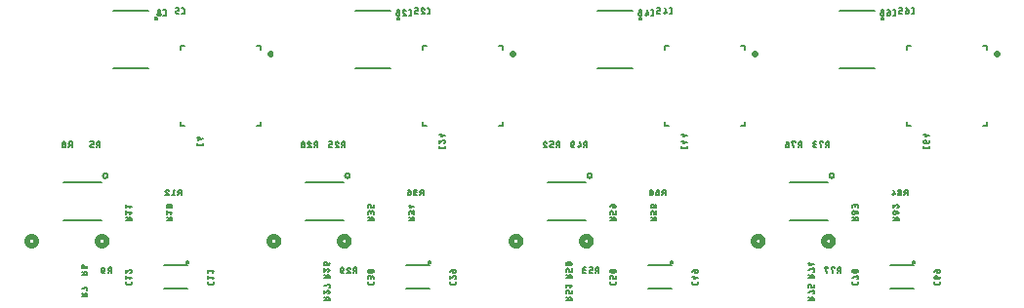
<source format=gbr>
G04 EAGLE Gerber RS-274X export*
G75*
%MOMM*%
%FSLAX34Y34*%
%LPD*%
%INSilkscreen Bottom*%
%IPPOS*%
%AMOC8*
5,1,8,0,0,1.08239X$1,22.5*%
G01*
%ADD10C,0.127000*%
%ADD11C,0.508000*%
%ADD12C,0.300000*%
%ADD13C,0.200000*%


D10*
X129919Y140504D02*
X129919Y139432D01*
X129921Y139367D01*
X129927Y139303D01*
X129937Y139239D01*
X129950Y139175D01*
X129968Y139113D01*
X129989Y139052D01*
X130013Y138992D01*
X130042Y138934D01*
X130074Y138877D01*
X130109Y138823D01*
X130147Y138771D01*
X130189Y138721D01*
X130233Y138674D01*
X130280Y138630D01*
X130330Y138588D01*
X130382Y138550D01*
X130436Y138515D01*
X130493Y138483D01*
X130551Y138454D01*
X130611Y138430D01*
X130672Y138409D01*
X130734Y138391D01*
X130798Y138378D01*
X130862Y138368D01*
X130926Y138362D01*
X130991Y138360D01*
X130991Y138359D02*
X133673Y138359D01*
X133673Y138360D02*
X133738Y138362D01*
X133802Y138368D01*
X133866Y138378D01*
X133930Y138391D01*
X133992Y138409D01*
X134053Y138430D01*
X134113Y138454D01*
X134171Y138483D01*
X134228Y138515D01*
X134282Y138550D01*
X134334Y138588D01*
X134384Y138630D01*
X134431Y138674D01*
X134475Y138721D01*
X134517Y138771D01*
X134555Y138823D01*
X134590Y138877D01*
X134622Y138934D01*
X134651Y138992D01*
X134675Y139052D01*
X134696Y139113D01*
X134714Y139175D01*
X134727Y139239D01*
X134737Y139303D01*
X134743Y139367D01*
X134745Y139432D01*
X134745Y140504D01*
X134745Y144032D02*
X130991Y142960D01*
X130991Y145641D01*
X132064Y144837D02*
X129919Y144837D01*
X117568Y252635D02*
X116496Y252635D01*
X117568Y252635D02*
X117633Y252637D01*
X117697Y252643D01*
X117761Y252653D01*
X117825Y252666D01*
X117887Y252684D01*
X117948Y252705D01*
X118008Y252729D01*
X118066Y252758D01*
X118123Y252790D01*
X118177Y252825D01*
X118229Y252863D01*
X118279Y252905D01*
X118326Y252949D01*
X118370Y252996D01*
X118412Y253046D01*
X118450Y253098D01*
X118485Y253152D01*
X118517Y253209D01*
X118546Y253267D01*
X118570Y253327D01*
X118591Y253388D01*
X118609Y253450D01*
X118622Y253514D01*
X118632Y253578D01*
X118638Y253642D01*
X118640Y253707D01*
X118641Y253707D02*
X118641Y256389D01*
X118640Y256389D02*
X118638Y256454D01*
X118632Y256518D01*
X118622Y256582D01*
X118609Y256646D01*
X118591Y256708D01*
X118570Y256769D01*
X118546Y256829D01*
X118517Y256887D01*
X118485Y256944D01*
X118450Y256998D01*
X118412Y257050D01*
X118370Y257100D01*
X118326Y257147D01*
X118279Y257191D01*
X118229Y257233D01*
X118177Y257271D01*
X118123Y257306D01*
X118066Y257338D01*
X118008Y257367D01*
X117948Y257391D01*
X117887Y257412D01*
X117825Y257430D01*
X117761Y257443D01*
X117697Y257453D01*
X117633Y257459D01*
X117568Y257461D01*
X116496Y257461D01*
X114040Y252635D02*
X112432Y252635D01*
X112367Y252637D01*
X112303Y252643D01*
X112239Y252653D01*
X112175Y252666D01*
X112113Y252684D01*
X112052Y252705D01*
X111992Y252729D01*
X111934Y252758D01*
X111877Y252790D01*
X111823Y252825D01*
X111771Y252863D01*
X111721Y252905D01*
X111674Y252949D01*
X111630Y252996D01*
X111588Y253046D01*
X111550Y253098D01*
X111515Y253152D01*
X111483Y253209D01*
X111454Y253267D01*
X111430Y253327D01*
X111409Y253388D01*
X111391Y253450D01*
X111378Y253514D01*
X111368Y253578D01*
X111362Y253642D01*
X111360Y253707D01*
X111359Y253707D02*
X111359Y254244D01*
X111360Y254244D02*
X111362Y254309D01*
X111368Y254373D01*
X111378Y254437D01*
X111391Y254501D01*
X111409Y254563D01*
X111430Y254624D01*
X111454Y254684D01*
X111483Y254742D01*
X111515Y254799D01*
X111550Y254853D01*
X111588Y254905D01*
X111630Y254955D01*
X111674Y255002D01*
X111721Y255046D01*
X111771Y255088D01*
X111823Y255126D01*
X111877Y255161D01*
X111934Y255193D01*
X111992Y255222D01*
X112052Y255246D01*
X112113Y255267D01*
X112175Y255285D01*
X112239Y255298D01*
X112303Y255308D01*
X112367Y255314D01*
X112432Y255316D01*
X114040Y255316D01*
X114040Y257461D01*
X111359Y257461D01*
D11*
X-9972Y55000D02*
X-9974Y54878D01*
X-9980Y54756D01*
X-9990Y54634D01*
X-10003Y54513D01*
X-10021Y54392D01*
X-10042Y54272D01*
X-10068Y54152D01*
X-10097Y54034D01*
X-10129Y53916D01*
X-10166Y53799D01*
X-10206Y53684D01*
X-10250Y53570D01*
X-10298Y53458D01*
X-10349Y53347D01*
X-10404Y53238D01*
X-10462Y53130D01*
X-10524Y53025D01*
X-10589Y52922D01*
X-10657Y52820D01*
X-10729Y52721D01*
X-10803Y52625D01*
X-10881Y52530D01*
X-10962Y52439D01*
X-11045Y52349D01*
X-11131Y52263D01*
X-11221Y52180D01*
X-11312Y52099D01*
X-11407Y52021D01*
X-11503Y51947D01*
X-11602Y51875D01*
X-11704Y51807D01*
X-11807Y51742D01*
X-11912Y51680D01*
X-12020Y51622D01*
X-12129Y51567D01*
X-12240Y51516D01*
X-12352Y51468D01*
X-12466Y51424D01*
X-12581Y51384D01*
X-12698Y51347D01*
X-12816Y51315D01*
X-12934Y51286D01*
X-13054Y51260D01*
X-13174Y51239D01*
X-13295Y51221D01*
X-13416Y51208D01*
X-13538Y51198D01*
X-13660Y51192D01*
X-13782Y51190D01*
X-13904Y51192D01*
X-14026Y51198D01*
X-14148Y51208D01*
X-14269Y51221D01*
X-14390Y51239D01*
X-14510Y51260D01*
X-14630Y51286D01*
X-14748Y51315D01*
X-14866Y51347D01*
X-14983Y51384D01*
X-15098Y51424D01*
X-15212Y51468D01*
X-15324Y51516D01*
X-15435Y51567D01*
X-15544Y51622D01*
X-15652Y51680D01*
X-15757Y51742D01*
X-15860Y51807D01*
X-15962Y51875D01*
X-16061Y51947D01*
X-16157Y52021D01*
X-16252Y52099D01*
X-16343Y52180D01*
X-16433Y52263D01*
X-16519Y52349D01*
X-16602Y52439D01*
X-16683Y52530D01*
X-16761Y52625D01*
X-16835Y52721D01*
X-16907Y52820D01*
X-16975Y52922D01*
X-17040Y53025D01*
X-17102Y53130D01*
X-17160Y53238D01*
X-17215Y53347D01*
X-17266Y53458D01*
X-17314Y53570D01*
X-17358Y53684D01*
X-17398Y53799D01*
X-17435Y53916D01*
X-17467Y54034D01*
X-17496Y54152D01*
X-17522Y54272D01*
X-17543Y54392D01*
X-17561Y54513D01*
X-17574Y54634D01*
X-17584Y54756D01*
X-17590Y54878D01*
X-17592Y55000D01*
X-17590Y55122D01*
X-17584Y55244D01*
X-17574Y55366D01*
X-17561Y55487D01*
X-17543Y55608D01*
X-17522Y55728D01*
X-17496Y55848D01*
X-17467Y55966D01*
X-17435Y56084D01*
X-17398Y56201D01*
X-17358Y56316D01*
X-17314Y56430D01*
X-17266Y56542D01*
X-17215Y56653D01*
X-17160Y56762D01*
X-17102Y56870D01*
X-17040Y56975D01*
X-16975Y57078D01*
X-16907Y57180D01*
X-16835Y57279D01*
X-16761Y57375D01*
X-16683Y57470D01*
X-16602Y57561D01*
X-16519Y57651D01*
X-16433Y57737D01*
X-16343Y57820D01*
X-16252Y57901D01*
X-16157Y57979D01*
X-16061Y58053D01*
X-15962Y58125D01*
X-15860Y58193D01*
X-15757Y58258D01*
X-15652Y58320D01*
X-15544Y58378D01*
X-15435Y58433D01*
X-15324Y58484D01*
X-15212Y58532D01*
X-15098Y58576D01*
X-14983Y58616D01*
X-14866Y58653D01*
X-14748Y58685D01*
X-14630Y58714D01*
X-14510Y58740D01*
X-14390Y58761D01*
X-14269Y58779D01*
X-14148Y58792D01*
X-14026Y58802D01*
X-13904Y58808D01*
X-13782Y58810D01*
X-13660Y58808D01*
X-13538Y58802D01*
X-13416Y58792D01*
X-13295Y58779D01*
X-13174Y58761D01*
X-13054Y58740D01*
X-12934Y58714D01*
X-12816Y58685D01*
X-12698Y58653D01*
X-12581Y58616D01*
X-12466Y58576D01*
X-12352Y58532D01*
X-12240Y58484D01*
X-12129Y58433D01*
X-12020Y58378D01*
X-11912Y58320D01*
X-11807Y58258D01*
X-11704Y58193D01*
X-11602Y58125D01*
X-11503Y58053D01*
X-11407Y57979D01*
X-11312Y57901D01*
X-11221Y57820D01*
X-11131Y57737D01*
X-11045Y57651D01*
X-10962Y57561D01*
X-10881Y57470D01*
X-10803Y57375D01*
X-10729Y57279D01*
X-10657Y57180D01*
X-10589Y57078D01*
X-10524Y56975D01*
X-10462Y56870D01*
X-10404Y56762D01*
X-10349Y56653D01*
X-10298Y56542D01*
X-10250Y56430D01*
X-10206Y56316D01*
X-10166Y56201D01*
X-10129Y56084D01*
X-10097Y55966D01*
X-10068Y55848D01*
X-10042Y55728D01*
X-10021Y55608D01*
X-10003Y55487D01*
X-9990Y55366D01*
X-9980Y55244D01*
X-9974Y55122D01*
X-9972Y55000D01*
X43408Y55000D02*
X43410Y54878D01*
X43416Y54756D01*
X43426Y54634D01*
X43439Y54513D01*
X43457Y54392D01*
X43478Y54272D01*
X43504Y54152D01*
X43533Y54034D01*
X43565Y53916D01*
X43602Y53799D01*
X43642Y53684D01*
X43686Y53570D01*
X43734Y53458D01*
X43785Y53347D01*
X43840Y53238D01*
X43898Y53130D01*
X43960Y53025D01*
X44025Y52922D01*
X44093Y52820D01*
X44165Y52721D01*
X44239Y52625D01*
X44317Y52530D01*
X44398Y52439D01*
X44481Y52349D01*
X44567Y52263D01*
X44657Y52180D01*
X44748Y52099D01*
X44843Y52021D01*
X44939Y51947D01*
X45038Y51875D01*
X45140Y51807D01*
X45243Y51742D01*
X45348Y51680D01*
X45456Y51622D01*
X45565Y51567D01*
X45676Y51516D01*
X45788Y51468D01*
X45902Y51424D01*
X46017Y51384D01*
X46134Y51347D01*
X46252Y51315D01*
X46370Y51286D01*
X46490Y51260D01*
X46610Y51239D01*
X46731Y51221D01*
X46852Y51208D01*
X46974Y51198D01*
X47096Y51192D01*
X47218Y51190D01*
X47340Y51192D01*
X47462Y51198D01*
X47584Y51208D01*
X47705Y51221D01*
X47826Y51239D01*
X47946Y51260D01*
X48066Y51286D01*
X48184Y51315D01*
X48302Y51347D01*
X48419Y51384D01*
X48534Y51424D01*
X48648Y51468D01*
X48760Y51516D01*
X48871Y51567D01*
X48980Y51622D01*
X49088Y51680D01*
X49193Y51742D01*
X49296Y51807D01*
X49398Y51875D01*
X49497Y51947D01*
X49593Y52021D01*
X49688Y52099D01*
X49779Y52180D01*
X49869Y52263D01*
X49955Y52349D01*
X50038Y52439D01*
X50119Y52530D01*
X50197Y52625D01*
X50271Y52721D01*
X50343Y52820D01*
X50411Y52922D01*
X50476Y53025D01*
X50538Y53130D01*
X50596Y53238D01*
X50651Y53347D01*
X50702Y53458D01*
X50750Y53570D01*
X50794Y53684D01*
X50834Y53799D01*
X50871Y53916D01*
X50903Y54034D01*
X50932Y54152D01*
X50958Y54272D01*
X50979Y54392D01*
X50997Y54513D01*
X51010Y54634D01*
X51020Y54756D01*
X51026Y54878D01*
X51028Y55000D01*
X51026Y55122D01*
X51020Y55244D01*
X51010Y55366D01*
X50997Y55487D01*
X50979Y55608D01*
X50958Y55728D01*
X50932Y55848D01*
X50903Y55966D01*
X50871Y56084D01*
X50834Y56201D01*
X50794Y56316D01*
X50750Y56430D01*
X50702Y56542D01*
X50651Y56653D01*
X50596Y56762D01*
X50538Y56870D01*
X50476Y56975D01*
X50411Y57078D01*
X50343Y57180D01*
X50271Y57279D01*
X50197Y57375D01*
X50119Y57470D01*
X50038Y57561D01*
X49955Y57651D01*
X49869Y57737D01*
X49779Y57820D01*
X49688Y57901D01*
X49593Y57979D01*
X49497Y58053D01*
X49398Y58125D01*
X49296Y58193D01*
X49193Y58258D01*
X49088Y58320D01*
X48980Y58378D01*
X48871Y58433D01*
X48760Y58484D01*
X48648Y58532D01*
X48534Y58576D01*
X48419Y58616D01*
X48302Y58653D01*
X48184Y58685D01*
X48066Y58714D01*
X47946Y58740D01*
X47826Y58761D01*
X47705Y58779D01*
X47584Y58792D01*
X47462Y58802D01*
X47340Y58808D01*
X47218Y58810D01*
X47096Y58808D01*
X46974Y58802D01*
X46852Y58792D01*
X46731Y58779D01*
X46610Y58761D01*
X46490Y58740D01*
X46370Y58714D01*
X46252Y58685D01*
X46134Y58653D01*
X46017Y58616D01*
X45902Y58576D01*
X45788Y58532D01*
X45676Y58484D01*
X45565Y58433D01*
X45456Y58378D01*
X45348Y58320D01*
X45243Y58258D01*
X45140Y58193D01*
X45038Y58125D01*
X44939Y58053D01*
X44843Y57979D01*
X44748Y57901D01*
X44657Y57820D01*
X44567Y57737D01*
X44481Y57651D01*
X44398Y57561D01*
X44317Y57470D01*
X44239Y57375D01*
X44165Y57279D01*
X44093Y57180D01*
X44025Y57078D01*
X43960Y56975D01*
X43898Y56870D01*
X43840Y56762D01*
X43785Y56653D01*
X43734Y56542D01*
X43686Y56430D01*
X43642Y56316D01*
X43602Y56201D01*
X43565Y56084D01*
X43533Y55966D01*
X43504Y55848D01*
X43478Y55728D01*
X43457Y55608D01*
X43439Y55487D01*
X43426Y55366D01*
X43416Y55244D01*
X43410Y55122D01*
X43408Y55000D01*
D10*
X45052Y136635D02*
X45052Y141461D01*
X43711Y141461D01*
X43640Y141459D01*
X43568Y141453D01*
X43498Y141444D01*
X43428Y141431D01*
X43358Y141414D01*
X43290Y141393D01*
X43223Y141369D01*
X43157Y141341D01*
X43093Y141310D01*
X43030Y141275D01*
X42970Y141237D01*
X42911Y141196D01*
X42855Y141152D01*
X42801Y141105D01*
X42750Y141056D01*
X42702Y141003D01*
X42656Y140948D01*
X42614Y140891D01*
X42574Y140831D01*
X42538Y140770D01*
X42505Y140706D01*
X42476Y140641D01*
X42450Y140575D01*
X42427Y140507D01*
X42408Y140438D01*
X42393Y140368D01*
X42382Y140298D01*
X42374Y140227D01*
X42370Y140156D01*
X42370Y140084D01*
X42374Y140013D01*
X42382Y139942D01*
X42393Y139872D01*
X42408Y139802D01*
X42427Y139733D01*
X42450Y139665D01*
X42476Y139599D01*
X42505Y139534D01*
X42538Y139470D01*
X42574Y139409D01*
X42614Y139349D01*
X42656Y139292D01*
X42702Y139237D01*
X42750Y139184D01*
X42801Y139135D01*
X42855Y139088D01*
X42911Y139044D01*
X42970Y139003D01*
X43030Y138965D01*
X43093Y138930D01*
X43157Y138899D01*
X43223Y138871D01*
X43290Y138847D01*
X43358Y138826D01*
X43428Y138809D01*
X43498Y138796D01*
X43568Y138787D01*
X43640Y138781D01*
X43711Y138779D01*
X43711Y138780D02*
X45052Y138780D01*
X43443Y138780D02*
X42371Y136635D01*
X39629Y136635D02*
X38021Y136635D01*
X37956Y136637D01*
X37892Y136643D01*
X37828Y136653D01*
X37764Y136666D01*
X37702Y136684D01*
X37641Y136705D01*
X37581Y136729D01*
X37523Y136758D01*
X37466Y136790D01*
X37412Y136825D01*
X37360Y136863D01*
X37310Y136905D01*
X37263Y136949D01*
X37219Y136996D01*
X37177Y137046D01*
X37139Y137098D01*
X37104Y137152D01*
X37072Y137209D01*
X37043Y137267D01*
X37019Y137327D01*
X36998Y137388D01*
X36980Y137450D01*
X36967Y137514D01*
X36957Y137578D01*
X36951Y137642D01*
X36949Y137707D01*
X36948Y137707D02*
X36948Y138244D01*
X36949Y138244D02*
X36951Y138309D01*
X36957Y138373D01*
X36967Y138437D01*
X36980Y138501D01*
X36998Y138563D01*
X37019Y138624D01*
X37043Y138684D01*
X37072Y138742D01*
X37104Y138799D01*
X37139Y138853D01*
X37177Y138905D01*
X37219Y138955D01*
X37263Y139002D01*
X37310Y139046D01*
X37360Y139088D01*
X37412Y139126D01*
X37466Y139161D01*
X37523Y139193D01*
X37581Y139222D01*
X37641Y139246D01*
X37702Y139267D01*
X37764Y139285D01*
X37828Y139298D01*
X37892Y139308D01*
X37956Y139314D01*
X38021Y139316D01*
X39629Y139316D01*
X39629Y141461D01*
X36948Y141461D01*
X34461Y25948D02*
X29635Y25948D01*
X34461Y25948D02*
X34461Y27289D01*
X34459Y27360D01*
X34453Y27432D01*
X34444Y27502D01*
X34431Y27572D01*
X34414Y27642D01*
X34393Y27710D01*
X34369Y27777D01*
X34341Y27843D01*
X34310Y27907D01*
X34275Y27970D01*
X34237Y28030D01*
X34196Y28089D01*
X34152Y28145D01*
X34105Y28199D01*
X34056Y28250D01*
X34003Y28298D01*
X33948Y28344D01*
X33891Y28386D01*
X33831Y28426D01*
X33770Y28462D01*
X33706Y28495D01*
X33641Y28524D01*
X33575Y28550D01*
X33507Y28573D01*
X33438Y28592D01*
X33368Y28607D01*
X33298Y28618D01*
X33227Y28626D01*
X33156Y28630D01*
X33084Y28630D01*
X33013Y28626D01*
X32942Y28618D01*
X32872Y28607D01*
X32802Y28592D01*
X32733Y28573D01*
X32665Y28550D01*
X32599Y28524D01*
X32534Y28495D01*
X32470Y28462D01*
X32409Y28426D01*
X32349Y28386D01*
X32292Y28344D01*
X32237Y28298D01*
X32184Y28250D01*
X32135Y28199D01*
X32088Y28145D01*
X32044Y28089D01*
X32003Y28030D01*
X31965Y27970D01*
X31930Y27907D01*
X31899Y27843D01*
X31871Y27777D01*
X31847Y27710D01*
X31826Y27642D01*
X31809Y27572D01*
X31796Y27502D01*
X31787Y27432D01*
X31781Y27360D01*
X31779Y27289D01*
X31780Y27289D02*
X31780Y25948D01*
X31780Y27557D02*
X29635Y28629D01*
X32316Y31371D02*
X32316Y32979D01*
X32314Y33044D01*
X32308Y33108D01*
X32298Y33172D01*
X32285Y33236D01*
X32267Y33298D01*
X32246Y33359D01*
X32222Y33419D01*
X32193Y33477D01*
X32161Y33534D01*
X32126Y33588D01*
X32088Y33640D01*
X32046Y33690D01*
X32002Y33737D01*
X31955Y33781D01*
X31905Y33823D01*
X31853Y33861D01*
X31799Y33896D01*
X31742Y33928D01*
X31684Y33957D01*
X31624Y33981D01*
X31563Y34002D01*
X31501Y34020D01*
X31437Y34033D01*
X31373Y34043D01*
X31309Y34049D01*
X31244Y34051D01*
X31244Y34052D02*
X30976Y34052D01*
X30905Y34050D01*
X30833Y34044D01*
X30763Y34035D01*
X30693Y34022D01*
X30623Y34005D01*
X30555Y33984D01*
X30488Y33960D01*
X30422Y33932D01*
X30358Y33901D01*
X30295Y33866D01*
X30235Y33828D01*
X30176Y33787D01*
X30120Y33743D01*
X30066Y33696D01*
X30015Y33647D01*
X29967Y33594D01*
X29921Y33539D01*
X29879Y33482D01*
X29839Y33422D01*
X29803Y33361D01*
X29770Y33297D01*
X29741Y33232D01*
X29715Y33166D01*
X29692Y33098D01*
X29673Y33029D01*
X29658Y32959D01*
X29647Y32889D01*
X29639Y32818D01*
X29635Y32747D01*
X29635Y32675D01*
X29639Y32604D01*
X29647Y32533D01*
X29658Y32463D01*
X29673Y32393D01*
X29692Y32324D01*
X29715Y32256D01*
X29741Y32190D01*
X29770Y32125D01*
X29803Y32061D01*
X29839Y32000D01*
X29879Y31940D01*
X29921Y31883D01*
X29967Y31828D01*
X30015Y31775D01*
X30066Y31726D01*
X30120Y31679D01*
X30176Y31635D01*
X30235Y31594D01*
X30295Y31556D01*
X30358Y31521D01*
X30422Y31490D01*
X30488Y31462D01*
X30555Y31438D01*
X30623Y31417D01*
X30693Y31400D01*
X30763Y31387D01*
X30833Y31378D01*
X30905Y31372D01*
X30976Y31370D01*
X30976Y31371D02*
X32316Y31371D01*
X32407Y31373D01*
X32498Y31379D01*
X32588Y31388D01*
X32679Y31402D01*
X32768Y31419D01*
X32856Y31440D01*
X32944Y31465D01*
X33031Y31494D01*
X33116Y31526D01*
X33200Y31561D01*
X33282Y31601D01*
X33362Y31643D01*
X33441Y31689D01*
X33517Y31739D01*
X33591Y31791D01*
X33664Y31847D01*
X33733Y31906D01*
X33800Y31967D01*
X33865Y32032D01*
X33926Y32099D01*
X33985Y32168D01*
X34041Y32240D01*
X34093Y32315D01*
X34143Y32391D01*
X34189Y32470D01*
X34231Y32550D01*
X34271Y32632D01*
X34306Y32716D01*
X34338Y32801D01*
X34367Y32888D01*
X34392Y32975D01*
X34413Y33064D01*
X34430Y33153D01*
X34444Y33244D01*
X34453Y33334D01*
X34459Y33425D01*
X34461Y33516D01*
X34461Y6748D02*
X29635Y6748D01*
X34461Y6748D02*
X34461Y8089D01*
X34459Y8160D01*
X34453Y8232D01*
X34444Y8302D01*
X34431Y8372D01*
X34414Y8442D01*
X34393Y8510D01*
X34369Y8577D01*
X34341Y8643D01*
X34310Y8707D01*
X34275Y8770D01*
X34237Y8830D01*
X34196Y8889D01*
X34152Y8945D01*
X34105Y8999D01*
X34056Y9050D01*
X34003Y9098D01*
X33948Y9144D01*
X33891Y9186D01*
X33831Y9226D01*
X33770Y9262D01*
X33706Y9295D01*
X33641Y9324D01*
X33575Y9350D01*
X33507Y9373D01*
X33438Y9392D01*
X33368Y9407D01*
X33298Y9418D01*
X33227Y9426D01*
X33156Y9430D01*
X33084Y9430D01*
X33013Y9426D01*
X32942Y9418D01*
X32872Y9407D01*
X32802Y9392D01*
X32733Y9373D01*
X32665Y9350D01*
X32599Y9324D01*
X32534Y9295D01*
X32470Y9262D01*
X32409Y9226D01*
X32349Y9186D01*
X32292Y9144D01*
X32237Y9098D01*
X32184Y9050D01*
X32135Y8999D01*
X32088Y8945D01*
X32044Y8889D01*
X32003Y8830D01*
X31965Y8770D01*
X31930Y8707D01*
X31899Y8643D01*
X31871Y8577D01*
X31847Y8510D01*
X31826Y8442D01*
X31809Y8372D01*
X31796Y8302D01*
X31787Y8232D01*
X31781Y8160D01*
X31779Y8089D01*
X31780Y8089D02*
X31780Y6748D01*
X31780Y8357D02*
X29635Y9429D01*
X33925Y12171D02*
X34461Y12171D01*
X34461Y14852D01*
X29635Y13511D01*
X21052Y136635D02*
X21052Y141461D01*
X19711Y141461D01*
X19640Y141459D01*
X19568Y141453D01*
X19498Y141444D01*
X19428Y141431D01*
X19358Y141414D01*
X19290Y141393D01*
X19223Y141369D01*
X19157Y141341D01*
X19093Y141310D01*
X19030Y141275D01*
X18970Y141237D01*
X18911Y141196D01*
X18855Y141152D01*
X18801Y141105D01*
X18750Y141056D01*
X18702Y141003D01*
X18656Y140948D01*
X18614Y140891D01*
X18574Y140831D01*
X18538Y140770D01*
X18505Y140706D01*
X18476Y140641D01*
X18450Y140575D01*
X18427Y140507D01*
X18408Y140438D01*
X18393Y140368D01*
X18382Y140298D01*
X18374Y140227D01*
X18370Y140156D01*
X18370Y140084D01*
X18374Y140013D01*
X18382Y139942D01*
X18393Y139872D01*
X18408Y139802D01*
X18427Y139733D01*
X18450Y139665D01*
X18476Y139599D01*
X18505Y139534D01*
X18538Y139470D01*
X18574Y139409D01*
X18614Y139349D01*
X18656Y139292D01*
X18702Y139237D01*
X18750Y139184D01*
X18801Y139135D01*
X18855Y139088D01*
X18911Y139044D01*
X18970Y139003D01*
X19030Y138965D01*
X19093Y138930D01*
X19157Y138899D01*
X19223Y138871D01*
X19290Y138847D01*
X19358Y138826D01*
X19428Y138809D01*
X19498Y138796D01*
X19568Y138787D01*
X19640Y138781D01*
X19711Y138779D01*
X19711Y138780D02*
X21052Y138780D01*
X19443Y138780D02*
X18371Y136635D01*
X15630Y137976D02*
X15628Y138047D01*
X15622Y138119D01*
X15613Y138189D01*
X15600Y138259D01*
X15583Y138329D01*
X15562Y138397D01*
X15538Y138464D01*
X15510Y138530D01*
X15479Y138594D01*
X15444Y138657D01*
X15406Y138717D01*
X15365Y138776D01*
X15321Y138832D01*
X15274Y138886D01*
X15225Y138937D01*
X15172Y138985D01*
X15117Y139031D01*
X15060Y139073D01*
X15000Y139113D01*
X14939Y139149D01*
X14875Y139182D01*
X14810Y139211D01*
X14744Y139237D01*
X14676Y139260D01*
X14607Y139279D01*
X14537Y139294D01*
X14467Y139305D01*
X14396Y139313D01*
X14325Y139317D01*
X14253Y139317D01*
X14182Y139313D01*
X14111Y139305D01*
X14041Y139294D01*
X13971Y139279D01*
X13902Y139260D01*
X13834Y139237D01*
X13768Y139211D01*
X13703Y139182D01*
X13639Y139149D01*
X13578Y139113D01*
X13518Y139073D01*
X13461Y139031D01*
X13406Y138985D01*
X13353Y138937D01*
X13304Y138886D01*
X13257Y138832D01*
X13213Y138776D01*
X13172Y138717D01*
X13134Y138657D01*
X13099Y138594D01*
X13068Y138530D01*
X13040Y138464D01*
X13016Y138397D01*
X12995Y138329D01*
X12978Y138259D01*
X12965Y138189D01*
X12956Y138119D01*
X12950Y138047D01*
X12948Y137976D01*
X12950Y137905D01*
X12956Y137833D01*
X12965Y137763D01*
X12978Y137693D01*
X12995Y137623D01*
X13016Y137555D01*
X13040Y137488D01*
X13068Y137422D01*
X13099Y137358D01*
X13134Y137295D01*
X13172Y137235D01*
X13213Y137176D01*
X13257Y137120D01*
X13304Y137066D01*
X13353Y137015D01*
X13406Y136967D01*
X13461Y136921D01*
X13518Y136879D01*
X13578Y136839D01*
X13639Y136803D01*
X13703Y136770D01*
X13768Y136741D01*
X13834Y136715D01*
X13902Y136692D01*
X13971Y136673D01*
X14041Y136658D01*
X14111Y136647D01*
X14182Y136639D01*
X14253Y136635D01*
X14325Y136635D01*
X14396Y136639D01*
X14467Y136647D01*
X14537Y136658D01*
X14607Y136673D01*
X14676Y136692D01*
X14744Y136715D01*
X14810Y136741D01*
X14875Y136770D01*
X14939Y136803D01*
X15000Y136839D01*
X15060Y136879D01*
X15117Y136921D01*
X15172Y136967D01*
X15225Y137015D01*
X15274Y137066D01*
X15321Y137120D01*
X15365Y137176D01*
X15406Y137235D01*
X15444Y137295D01*
X15479Y137358D01*
X15510Y137422D01*
X15538Y137488D01*
X15562Y137555D01*
X15583Y137623D01*
X15600Y137693D01*
X15613Y137763D01*
X15622Y137833D01*
X15628Y137905D01*
X15630Y137976D01*
X15361Y140389D02*
X15359Y140454D01*
X15353Y140518D01*
X15343Y140582D01*
X15330Y140646D01*
X15312Y140708D01*
X15291Y140769D01*
X15267Y140829D01*
X15238Y140887D01*
X15206Y140944D01*
X15171Y140998D01*
X15133Y141050D01*
X15091Y141100D01*
X15047Y141147D01*
X15000Y141191D01*
X14950Y141233D01*
X14898Y141271D01*
X14844Y141306D01*
X14787Y141338D01*
X14729Y141367D01*
X14669Y141391D01*
X14608Y141412D01*
X14546Y141430D01*
X14482Y141443D01*
X14418Y141453D01*
X14354Y141459D01*
X14289Y141461D01*
X14224Y141459D01*
X14160Y141453D01*
X14096Y141443D01*
X14032Y141430D01*
X13970Y141412D01*
X13909Y141391D01*
X13849Y141367D01*
X13791Y141338D01*
X13734Y141306D01*
X13680Y141271D01*
X13628Y141233D01*
X13578Y141191D01*
X13531Y141147D01*
X13487Y141100D01*
X13445Y141050D01*
X13407Y140998D01*
X13372Y140944D01*
X13340Y140887D01*
X13311Y140829D01*
X13287Y140769D01*
X13266Y140708D01*
X13248Y140646D01*
X13235Y140582D01*
X13225Y140518D01*
X13219Y140454D01*
X13217Y140389D01*
X13219Y140324D01*
X13225Y140260D01*
X13235Y140196D01*
X13248Y140132D01*
X13266Y140070D01*
X13287Y140009D01*
X13311Y139949D01*
X13340Y139891D01*
X13372Y139834D01*
X13407Y139780D01*
X13445Y139728D01*
X13487Y139678D01*
X13531Y139631D01*
X13578Y139587D01*
X13628Y139545D01*
X13680Y139507D01*
X13734Y139472D01*
X13791Y139440D01*
X13849Y139411D01*
X13909Y139387D01*
X13970Y139366D01*
X14032Y139348D01*
X14096Y139335D01*
X14160Y139325D01*
X14224Y139319D01*
X14289Y139317D01*
X14354Y139319D01*
X14418Y139325D01*
X14482Y139335D01*
X14546Y139348D01*
X14608Y139366D01*
X14669Y139387D01*
X14729Y139411D01*
X14787Y139440D01*
X14844Y139472D01*
X14898Y139507D01*
X14950Y139545D01*
X15000Y139587D01*
X15047Y139631D01*
X15091Y139678D01*
X15133Y139728D01*
X15171Y139780D01*
X15206Y139834D01*
X15238Y139891D01*
X15267Y139949D01*
X15291Y140009D01*
X15312Y140070D01*
X15330Y140132D01*
X15343Y140196D01*
X15353Y140260D01*
X15359Y140324D01*
X15361Y140389D01*
X55052Y32161D02*
X55052Y27335D01*
X55052Y32161D02*
X53711Y32161D01*
X53640Y32159D01*
X53568Y32153D01*
X53498Y32144D01*
X53428Y32131D01*
X53358Y32114D01*
X53290Y32093D01*
X53223Y32069D01*
X53157Y32041D01*
X53093Y32010D01*
X53030Y31975D01*
X52970Y31937D01*
X52911Y31896D01*
X52855Y31852D01*
X52801Y31805D01*
X52750Y31756D01*
X52702Y31703D01*
X52656Y31648D01*
X52614Y31591D01*
X52574Y31531D01*
X52538Y31470D01*
X52505Y31406D01*
X52476Y31341D01*
X52450Y31275D01*
X52427Y31207D01*
X52408Y31138D01*
X52393Y31068D01*
X52382Y30998D01*
X52374Y30927D01*
X52370Y30856D01*
X52370Y30784D01*
X52374Y30713D01*
X52382Y30642D01*
X52393Y30572D01*
X52408Y30502D01*
X52427Y30433D01*
X52450Y30365D01*
X52476Y30299D01*
X52505Y30234D01*
X52538Y30170D01*
X52574Y30109D01*
X52614Y30049D01*
X52656Y29992D01*
X52702Y29937D01*
X52750Y29884D01*
X52801Y29835D01*
X52855Y29788D01*
X52911Y29744D01*
X52970Y29703D01*
X53030Y29665D01*
X53093Y29630D01*
X53157Y29599D01*
X53223Y29571D01*
X53290Y29547D01*
X53358Y29526D01*
X53428Y29509D01*
X53498Y29496D01*
X53568Y29487D01*
X53640Y29481D01*
X53711Y29479D01*
X53711Y29480D02*
X55052Y29480D01*
X53443Y29480D02*
X52371Y27335D01*
X48557Y29480D02*
X46948Y29480D01*
X48557Y29480D02*
X48622Y29482D01*
X48686Y29488D01*
X48750Y29498D01*
X48814Y29511D01*
X48876Y29529D01*
X48937Y29550D01*
X48997Y29574D01*
X49055Y29603D01*
X49112Y29635D01*
X49166Y29670D01*
X49218Y29708D01*
X49268Y29750D01*
X49315Y29794D01*
X49359Y29841D01*
X49401Y29891D01*
X49439Y29943D01*
X49474Y29997D01*
X49506Y30054D01*
X49535Y30112D01*
X49559Y30172D01*
X49580Y30233D01*
X49598Y30295D01*
X49611Y30359D01*
X49621Y30423D01*
X49627Y30487D01*
X49629Y30552D01*
X49629Y30820D01*
X49630Y30820D02*
X49628Y30891D01*
X49622Y30963D01*
X49613Y31033D01*
X49600Y31103D01*
X49583Y31173D01*
X49562Y31241D01*
X49538Y31308D01*
X49510Y31374D01*
X49479Y31438D01*
X49444Y31501D01*
X49406Y31561D01*
X49365Y31620D01*
X49321Y31676D01*
X49274Y31730D01*
X49225Y31781D01*
X49172Y31829D01*
X49117Y31875D01*
X49060Y31917D01*
X49000Y31957D01*
X48939Y31993D01*
X48875Y32026D01*
X48810Y32055D01*
X48744Y32081D01*
X48676Y32104D01*
X48607Y32123D01*
X48537Y32138D01*
X48467Y32149D01*
X48396Y32157D01*
X48325Y32161D01*
X48253Y32161D01*
X48182Y32157D01*
X48111Y32149D01*
X48041Y32138D01*
X47971Y32123D01*
X47902Y32104D01*
X47834Y32081D01*
X47768Y32055D01*
X47703Y32026D01*
X47639Y31993D01*
X47578Y31957D01*
X47518Y31917D01*
X47461Y31875D01*
X47406Y31829D01*
X47353Y31781D01*
X47304Y31730D01*
X47257Y31676D01*
X47213Y31620D01*
X47172Y31561D01*
X47134Y31501D01*
X47099Y31438D01*
X47068Y31374D01*
X47040Y31308D01*
X47016Y31241D01*
X46995Y31173D01*
X46978Y31103D01*
X46965Y31033D01*
X46956Y30963D01*
X46950Y30891D01*
X46948Y30820D01*
X46948Y29480D01*
X46950Y29389D01*
X46956Y29298D01*
X46965Y29208D01*
X46979Y29117D01*
X46996Y29028D01*
X47017Y28940D01*
X47042Y28852D01*
X47071Y28765D01*
X47103Y28680D01*
X47138Y28596D01*
X47178Y28514D01*
X47220Y28434D01*
X47266Y28355D01*
X47316Y28279D01*
X47368Y28205D01*
X47424Y28132D01*
X47483Y28063D01*
X47544Y27996D01*
X47609Y27931D01*
X47676Y27870D01*
X47745Y27811D01*
X47818Y27755D01*
X47892Y27703D01*
X47968Y27653D01*
X48047Y27607D01*
X48127Y27565D01*
X48209Y27525D01*
X48293Y27490D01*
X48378Y27458D01*
X48465Y27429D01*
X48553Y27404D01*
X48641Y27383D01*
X48730Y27366D01*
X48821Y27352D01*
X48911Y27343D01*
X49002Y27337D01*
X49093Y27335D01*
X46500Y73500D02*
X13500Y73500D01*
X13500Y106500D02*
X46500Y106500D01*
X48000Y112000D02*
X48002Y112089D01*
X48008Y112178D01*
X48018Y112267D01*
X48032Y112355D01*
X48049Y112442D01*
X48071Y112528D01*
X48097Y112614D01*
X48126Y112698D01*
X48159Y112781D01*
X48195Y112862D01*
X48236Y112942D01*
X48279Y113019D01*
X48326Y113095D01*
X48377Y113168D01*
X48430Y113239D01*
X48487Y113308D01*
X48547Y113374D01*
X48610Y113438D01*
X48675Y113498D01*
X48743Y113556D01*
X48814Y113610D01*
X48887Y113661D01*
X48962Y113709D01*
X49039Y113754D01*
X49118Y113795D01*
X49199Y113832D01*
X49281Y113866D01*
X49365Y113897D01*
X49450Y113923D01*
X49536Y113946D01*
X49623Y113964D01*
X49711Y113979D01*
X49800Y113990D01*
X49889Y113997D01*
X49978Y114000D01*
X50067Y113999D01*
X50156Y113994D01*
X50244Y113985D01*
X50333Y113972D01*
X50420Y113955D01*
X50507Y113935D01*
X50593Y113910D01*
X50677Y113882D01*
X50760Y113850D01*
X50842Y113814D01*
X50922Y113775D01*
X51000Y113732D01*
X51076Y113686D01*
X51150Y113636D01*
X51222Y113583D01*
X51291Y113527D01*
X51358Y113468D01*
X51422Y113406D01*
X51483Y113342D01*
X51542Y113274D01*
X51597Y113204D01*
X51649Y113132D01*
X51698Y113057D01*
X51743Y112981D01*
X51785Y112902D01*
X51823Y112822D01*
X51858Y112740D01*
X51889Y112656D01*
X51917Y112571D01*
X51940Y112485D01*
X51960Y112398D01*
X51976Y112311D01*
X51988Y112222D01*
X51996Y112134D01*
X52000Y112045D01*
X52000Y111955D01*
X51996Y111866D01*
X51988Y111778D01*
X51976Y111689D01*
X51960Y111602D01*
X51940Y111515D01*
X51917Y111429D01*
X51889Y111344D01*
X51858Y111260D01*
X51823Y111178D01*
X51785Y111098D01*
X51743Y111019D01*
X51698Y110943D01*
X51649Y110868D01*
X51597Y110796D01*
X51542Y110726D01*
X51483Y110658D01*
X51422Y110594D01*
X51358Y110532D01*
X51291Y110473D01*
X51222Y110417D01*
X51150Y110364D01*
X51076Y110314D01*
X51000Y110268D01*
X50922Y110225D01*
X50842Y110186D01*
X50760Y110150D01*
X50677Y110118D01*
X50593Y110090D01*
X50507Y110065D01*
X50420Y110045D01*
X50333Y110028D01*
X50244Y110015D01*
X50156Y110006D01*
X50067Y110001D01*
X49978Y110000D01*
X49889Y110003D01*
X49800Y110010D01*
X49711Y110021D01*
X49623Y110036D01*
X49536Y110054D01*
X49450Y110077D01*
X49365Y110103D01*
X49281Y110134D01*
X49199Y110168D01*
X49118Y110205D01*
X49039Y110246D01*
X48962Y110291D01*
X48887Y110339D01*
X48814Y110390D01*
X48743Y110444D01*
X48675Y110502D01*
X48610Y110562D01*
X48547Y110626D01*
X48487Y110692D01*
X48430Y110761D01*
X48377Y110832D01*
X48326Y110905D01*
X48279Y110981D01*
X48236Y111058D01*
X48195Y111138D01*
X48159Y111219D01*
X48126Y111302D01*
X48097Y111386D01*
X48071Y111472D01*
X48049Y111558D01*
X48032Y111645D01*
X48018Y111733D01*
X48008Y111822D01*
X48002Y111911D01*
X48000Y112000D01*
X181000Y225000D02*
X185000Y225000D01*
X185000Y221000D01*
X119000Y225000D02*
X115000Y225000D01*
X115000Y221000D01*
X115000Y155000D02*
X119000Y155000D01*
X115000Y155000D02*
X115000Y159000D01*
X185000Y159000D02*
X185000Y155000D01*
X181000Y155000D01*
D12*
X192500Y217500D02*
X192502Y217563D01*
X192508Y217625D01*
X192518Y217687D01*
X192531Y217749D01*
X192549Y217809D01*
X192570Y217868D01*
X192595Y217926D01*
X192624Y217982D01*
X192656Y218036D01*
X192691Y218088D01*
X192729Y218137D01*
X192771Y218185D01*
X192815Y218229D01*
X192863Y218271D01*
X192912Y218309D01*
X192964Y218344D01*
X193018Y218376D01*
X193074Y218405D01*
X193132Y218430D01*
X193191Y218451D01*
X193251Y218469D01*
X193313Y218482D01*
X193375Y218492D01*
X193437Y218498D01*
X193500Y218500D01*
X193563Y218498D01*
X193625Y218492D01*
X193687Y218482D01*
X193749Y218469D01*
X193809Y218451D01*
X193868Y218430D01*
X193926Y218405D01*
X193982Y218376D01*
X194036Y218344D01*
X194088Y218309D01*
X194137Y218271D01*
X194185Y218229D01*
X194229Y218185D01*
X194271Y218137D01*
X194309Y218088D01*
X194344Y218036D01*
X194376Y217982D01*
X194405Y217926D01*
X194430Y217868D01*
X194451Y217809D01*
X194469Y217749D01*
X194482Y217687D01*
X194492Y217625D01*
X194498Y217563D01*
X194500Y217500D01*
X194498Y217437D01*
X194492Y217375D01*
X194482Y217313D01*
X194469Y217251D01*
X194451Y217191D01*
X194430Y217132D01*
X194405Y217074D01*
X194376Y217018D01*
X194344Y216964D01*
X194309Y216912D01*
X194271Y216863D01*
X194229Y216815D01*
X194185Y216771D01*
X194137Y216729D01*
X194088Y216691D01*
X194036Y216656D01*
X193982Y216624D01*
X193926Y216595D01*
X193868Y216570D01*
X193809Y216549D01*
X193749Y216531D01*
X193687Y216518D01*
X193625Y216508D01*
X193563Y216502D01*
X193500Y216500D01*
X193437Y216502D01*
X193375Y216508D01*
X193313Y216518D01*
X193251Y216531D01*
X193191Y216549D01*
X193132Y216570D01*
X193074Y216595D01*
X193018Y216624D01*
X192964Y216656D01*
X192912Y216691D01*
X192863Y216729D01*
X192815Y216771D01*
X192771Y216815D01*
X192729Y216863D01*
X192691Y216912D01*
X192656Y216964D01*
X192624Y217018D01*
X192595Y217074D01*
X192570Y217132D01*
X192549Y217191D01*
X192531Y217251D01*
X192518Y217313D01*
X192508Y217375D01*
X192502Y217437D01*
X192500Y217500D01*
D10*
X101568Y251135D02*
X100496Y251135D01*
X101568Y251135D02*
X101633Y251137D01*
X101697Y251143D01*
X101761Y251153D01*
X101825Y251166D01*
X101887Y251184D01*
X101948Y251205D01*
X102008Y251229D01*
X102066Y251258D01*
X102123Y251290D01*
X102177Y251325D01*
X102229Y251363D01*
X102279Y251405D01*
X102326Y251449D01*
X102370Y251496D01*
X102412Y251546D01*
X102450Y251598D01*
X102485Y251652D01*
X102517Y251709D01*
X102546Y251767D01*
X102570Y251827D01*
X102591Y251888D01*
X102609Y251950D01*
X102622Y252014D01*
X102632Y252078D01*
X102638Y252142D01*
X102640Y252207D01*
X102641Y252207D02*
X102641Y254889D01*
X102640Y254889D02*
X102638Y254954D01*
X102632Y255018D01*
X102622Y255082D01*
X102609Y255146D01*
X102591Y255208D01*
X102570Y255269D01*
X102546Y255329D01*
X102517Y255387D01*
X102485Y255444D01*
X102450Y255498D01*
X102412Y255550D01*
X102370Y255600D01*
X102326Y255647D01*
X102279Y255691D01*
X102229Y255733D01*
X102177Y255771D01*
X102123Y255806D01*
X102066Y255838D01*
X102008Y255867D01*
X101948Y255891D01*
X101887Y255912D01*
X101825Y255930D01*
X101761Y255943D01*
X101697Y255953D01*
X101633Y255959D01*
X101568Y255961D01*
X100496Y255961D01*
X98041Y252476D02*
X98039Y252547D01*
X98033Y252619D01*
X98024Y252689D01*
X98011Y252759D01*
X97994Y252829D01*
X97973Y252897D01*
X97949Y252964D01*
X97921Y253030D01*
X97890Y253094D01*
X97855Y253157D01*
X97817Y253217D01*
X97776Y253276D01*
X97732Y253332D01*
X97685Y253386D01*
X97636Y253437D01*
X97583Y253485D01*
X97528Y253531D01*
X97471Y253573D01*
X97411Y253613D01*
X97350Y253649D01*
X97286Y253682D01*
X97221Y253711D01*
X97155Y253737D01*
X97087Y253760D01*
X97018Y253779D01*
X96948Y253794D01*
X96878Y253805D01*
X96807Y253813D01*
X96736Y253817D01*
X96664Y253817D01*
X96593Y253813D01*
X96522Y253805D01*
X96452Y253794D01*
X96382Y253779D01*
X96313Y253760D01*
X96245Y253737D01*
X96179Y253711D01*
X96114Y253682D01*
X96050Y253649D01*
X95989Y253613D01*
X95929Y253573D01*
X95872Y253531D01*
X95817Y253485D01*
X95764Y253437D01*
X95715Y253386D01*
X95668Y253332D01*
X95624Y253276D01*
X95583Y253217D01*
X95545Y253157D01*
X95510Y253094D01*
X95479Y253030D01*
X95451Y252964D01*
X95427Y252897D01*
X95406Y252829D01*
X95389Y252759D01*
X95376Y252689D01*
X95367Y252619D01*
X95361Y252547D01*
X95359Y252476D01*
X95361Y252405D01*
X95367Y252333D01*
X95376Y252263D01*
X95389Y252193D01*
X95406Y252123D01*
X95427Y252055D01*
X95451Y251988D01*
X95479Y251922D01*
X95510Y251858D01*
X95545Y251795D01*
X95583Y251735D01*
X95624Y251676D01*
X95668Y251620D01*
X95715Y251566D01*
X95764Y251515D01*
X95817Y251467D01*
X95872Y251421D01*
X95929Y251379D01*
X95989Y251339D01*
X96050Y251303D01*
X96114Y251270D01*
X96179Y251241D01*
X96245Y251215D01*
X96313Y251192D01*
X96382Y251173D01*
X96452Y251158D01*
X96522Y251147D01*
X96593Y251139D01*
X96664Y251135D01*
X96736Y251135D01*
X96807Y251139D01*
X96878Y251147D01*
X96948Y251158D01*
X97018Y251173D01*
X97087Y251192D01*
X97155Y251215D01*
X97221Y251241D01*
X97286Y251270D01*
X97350Y251303D01*
X97411Y251339D01*
X97471Y251379D01*
X97528Y251421D01*
X97583Y251467D01*
X97636Y251515D01*
X97685Y251566D01*
X97732Y251620D01*
X97776Y251676D01*
X97817Y251735D01*
X97855Y251795D01*
X97890Y251858D01*
X97921Y251922D01*
X97949Y251988D01*
X97973Y252055D01*
X97994Y252123D01*
X98011Y252193D01*
X98024Y252263D01*
X98033Y252333D01*
X98039Y252405D01*
X98041Y252476D01*
X97772Y254889D02*
X97770Y254954D01*
X97764Y255018D01*
X97754Y255082D01*
X97741Y255146D01*
X97723Y255208D01*
X97702Y255269D01*
X97678Y255329D01*
X97649Y255387D01*
X97617Y255444D01*
X97582Y255498D01*
X97544Y255550D01*
X97502Y255600D01*
X97458Y255647D01*
X97411Y255691D01*
X97361Y255733D01*
X97309Y255771D01*
X97255Y255806D01*
X97198Y255838D01*
X97140Y255867D01*
X97080Y255891D01*
X97019Y255912D01*
X96957Y255930D01*
X96893Y255943D01*
X96829Y255953D01*
X96765Y255959D01*
X96700Y255961D01*
X96635Y255959D01*
X96571Y255953D01*
X96507Y255943D01*
X96443Y255930D01*
X96381Y255912D01*
X96320Y255891D01*
X96260Y255867D01*
X96202Y255838D01*
X96145Y255806D01*
X96091Y255771D01*
X96039Y255733D01*
X95989Y255691D01*
X95942Y255647D01*
X95898Y255600D01*
X95856Y255550D01*
X95818Y255498D01*
X95783Y255444D01*
X95751Y255387D01*
X95722Y255329D01*
X95698Y255269D01*
X95677Y255208D01*
X95659Y255146D01*
X95646Y255082D01*
X95636Y255018D01*
X95630Y254954D01*
X95628Y254889D01*
X95630Y254824D01*
X95636Y254760D01*
X95646Y254696D01*
X95659Y254632D01*
X95677Y254570D01*
X95698Y254509D01*
X95722Y254449D01*
X95751Y254391D01*
X95783Y254334D01*
X95818Y254280D01*
X95856Y254228D01*
X95898Y254178D01*
X95942Y254131D01*
X95989Y254087D01*
X96039Y254045D01*
X96091Y254007D01*
X96145Y253972D01*
X96202Y253940D01*
X96260Y253911D01*
X96320Y253887D01*
X96381Y253866D01*
X96443Y253848D01*
X96507Y253835D01*
X96571Y253825D01*
X96635Y253819D01*
X96700Y253817D01*
X96765Y253819D01*
X96829Y253825D01*
X96893Y253835D01*
X96957Y253848D01*
X97019Y253866D01*
X97080Y253887D01*
X97140Y253911D01*
X97198Y253940D01*
X97255Y253972D01*
X97309Y254007D01*
X97361Y254045D01*
X97411Y254087D01*
X97458Y254131D01*
X97502Y254178D01*
X97544Y254228D01*
X97582Y254280D01*
X97617Y254334D01*
X97649Y254391D01*
X97678Y254449D01*
X97702Y254509D01*
X97723Y254570D01*
X97741Y254632D01*
X97754Y254696D01*
X97764Y254760D01*
X97770Y254824D01*
X97772Y254889D01*
X101000Y34000D02*
X121000Y34000D01*
X121000Y14000D02*
X101000Y14000D01*
X120000Y37000D02*
X120002Y37063D01*
X120008Y37125D01*
X120018Y37187D01*
X120031Y37249D01*
X120049Y37309D01*
X120070Y37368D01*
X120095Y37426D01*
X120124Y37482D01*
X120156Y37536D01*
X120191Y37588D01*
X120229Y37637D01*
X120271Y37685D01*
X120315Y37729D01*
X120363Y37771D01*
X120412Y37809D01*
X120464Y37844D01*
X120518Y37876D01*
X120574Y37905D01*
X120632Y37930D01*
X120691Y37951D01*
X120751Y37969D01*
X120813Y37982D01*
X120875Y37992D01*
X120937Y37998D01*
X121000Y38000D01*
X121063Y37998D01*
X121125Y37992D01*
X121187Y37982D01*
X121249Y37969D01*
X121309Y37951D01*
X121368Y37930D01*
X121426Y37905D01*
X121482Y37876D01*
X121536Y37844D01*
X121588Y37809D01*
X121637Y37771D01*
X121685Y37729D01*
X121729Y37685D01*
X121771Y37637D01*
X121809Y37588D01*
X121844Y37536D01*
X121876Y37482D01*
X121905Y37426D01*
X121930Y37368D01*
X121951Y37309D01*
X121969Y37249D01*
X121982Y37187D01*
X121992Y37125D01*
X121998Y37063D01*
X122000Y37000D01*
X121998Y36937D01*
X121992Y36875D01*
X121982Y36813D01*
X121969Y36751D01*
X121951Y36691D01*
X121930Y36632D01*
X121905Y36574D01*
X121876Y36518D01*
X121844Y36464D01*
X121809Y36412D01*
X121771Y36363D01*
X121729Y36315D01*
X121685Y36271D01*
X121637Y36229D01*
X121588Y36191D01*
X121536Y36156D01*
X121482Y36124D01*
X121426Y36095D01*
X121368Y36070D01*
X121309Y36049D01*
X121249Y36031D01*
X121187Y36018D01*
X121125Y36008D01*
X121063Y36002D01*
X121000Y36000D01*
X120937Y36002D01*
X120875Y36008D01*
X120813Y36018D01*
X120751Y36031D01*
X120691Y36049D01*
X120632Y36070D01*
X120574Y36095D01*
X120518Y36124D01*
X120464Y36156D01*
X120412Y36191D01*
X120363Y36229D01*
X120315Y36271D01*
X120271Y36315D01*
X120229Y36363D01*
X120191Y36412D01*
X120156Y36464D01*
X120124Y36518D01*
X120095Y36574D01*
X120070Y36632D01*
X120049Y36691D01*
X120031Y36751D01*
X120018Y36813D01*
X120008Y36875D01*
X120002Y36937D01*
X120000Y37000D01*
X139255Y19761D02*
X139255Y18688D01*
X139257Y18623D01*
X139263Y18559D01*
X139273Y18495D01*
X139286Y18431D01*
X139304Y18369D01*
X139325Y18308D01*
X139349Y18248D01*
X139378Y18190D01*
X139410Y18133D01*
X139445Y18079D01*
X139483Y18027D01*
X139525Y17977D01*
X139569Y17930D01*
X139616Y17886D01*
X139666Y17844D01*
X139718Y17806D01*
X139772Y17771D01*
X139829Y17739D01*
X139887Y17710D01*
X139947Y17686D01*
X140008Y17665D01*
X140070Y17647D01*
X140134Y17634D01*
X140198Y17624D01*
X140262Y17618D01*
X140327Y17616D01*
X143009Y17616D01*
X143074Y17618D01*
X143138Y17624D01*
X143202Y17634D01*
X143266Y17647D01*
X143328Y17665D01*
X143389Y17686D01*
X143449Y17710D01*
X143507Y17739D01*
X143564Y17771D01*
X143618Y17806D01*
X143670Y17844D01*
X143720Y17886D01*
X143767Y17930D01*
X143811Y17977D01*
X143853Y18027D01*
X143891Y18079D01*
X143926Y18133D01*
X143958Y18190D01*
X143987Y18248D01*
X144011Y18308D01*
X144032Y18369D01*
X144050Y18431D01*
X144063Y18495D01*
X144073Y18559D01*
X144079Y18623D01*
X144081Y18688D01*
X144081Y19761D01*
X143009Y22217D02*
X144081Y23557D01*
X139255Y23557D01*
X139255Y22217D02*
X139255Y24898D01*
X143009Y27703D02*
X144081Y29044D01*
X139255Y29044D01*
X139255Y30384D02*
X139255Y27703D01*
X67919Y19761D02*
X67919Y18688D01*
X67921Y18623D01*
X67927Y18559D01*
X67937Y18495D01*
X67950Y18431D01*
X67968Y18369D01*
X67989Y18308D01*
X68013Y18248D01*
X68042Y18190D01*
X68074Y18133D01*
X68109Y18079D01*
X68147Y18027D01*
X68189Y17977D01*
X68233Y17930D01*
X68280Y17886D01*
X68330Y17844D01*
X68382Y17806D01*
X68436Y17771D01*
X68493Y17739D01*
X68551Y17710D01*
X68611Y17686D01*
X68672Y17665D01*
X68734Y17647D01*
X68798Y17634D01*
X68862Y17624D01*
X68926Y17618D01*
X68991Y17616D01*
X71673Y17616D01*
X71738Y17618D01*
X71802Y17624D01*
X71866Y17634D01*
X71930Y17647D01*
X71992Y17665D01*
X72053Y17686D01*
X72113Y17710D01*
X72171Y17739D01*
X72228Y17771D01*
X72282Y17806D01*
X72334Y17844D01*
X72384Y17886D01*
X72431Y17930D01*
X72475Y17977D01*
X72517Y18027D01*
X72555Y18079D01*
X72590Y18133D01*
X72622Y18190D01*
X72651Y18248D01*
X72675Y18308D01*
X72696Y18369D01*
X72714Y18431D01*
X72727Y18495D01*
X72737Y18559D01*
X72743Y18623D01*
X72745Y18688D01*
X72745Y19761D01*
X71673Y22217D02*
X72745Y23557D01*
X67919Y23557D01*
X67919Y22217D02*
X67919Y24898D01*
X72745Y29178D02*
X72743Y29246D01*
X72737Y29313D01*
X72728Y29380D01*
X72715Y29447D01*
X72698Y29512D01*
X72677Y29577D01*
X72653Y29640D01*
X72625Y29702D01*
X72594Y29762D01*
X72560Y29820D01*
X72522Y29876D01*
X72482Y29931D01*
X72438Y29982D01*
X72391Y30031D01*
X72342Y30078D01*
X72291Y30122D01*
X72236Y30162D01*
X72180Y30200D01*
X72122Y30234D01*
X72062Y30265D01*
X72000Y30293D01*
X71937Y30317D01*
X71872Y30338D01*
X71807Y30355D01*
X71740Y30368D01*
X71673Y30377D01*
X71606Y30383D01*
X71538Y30385D01*
X72745Y29178D02*
X72743Y29100D01*
X72737Y29022D01*
X72727Y28945D01*
X72714Y28868D01*
X72696Y28792D01*
X72675Y28717D01*
X72650Y28643D01*
X72621Y28571D01*
X72589Y28500D01*
X72553Y28431D01*
X72514Y28363D01*
X72471Y28298D01*
X72425Y28235D01*
X72376Y28174D01*
X72324Y28116D01*
X72269Y28061D01*
X72212Y28008D01*
X72152Y27959D01*
X72089Y27912D01*
X72024Y27869D01*
X71958Y27829D01*
X71889Y27792D01*
X71818Y27759D01*
X71746Y27729D01*
X71673Y27703D01*
X70600Y29982D02*
X70649Y30031D01*
X70701Y30078D01*
X70756Y30121D01*
X70813Y30162D01*
X70872Y30200D01*
X70933Y30234D01*
X70996Y30265D01*
X71060Y30293D01*
X71126Y30317D01*
X71192Y30337D01*
X71260Y30354D01*
X71329Y30367D01*
X71398Y30376D01*
X71468Y30382D01*
X71538Y30384D01*
X70600Y29982D02*
X67919Y27703D01*
X67919Y30384D01*
X57000Y255000D02*
X87000Y255000D01*
X87000Y205000D02*
X57000Y205000D01*
D13*
X93000Y248750D02*
X93002Y248813D01*
X93008Y248875D01*
X93018Y248937D01*
X93031Y248999D01*
X93049Y249059D01*
X93070Y249118D01*
X93095Y249176D01*
X93124Y249232D01*
X93156Y249286D01*
X93191Y249338D01*
X93229Y249387D01*
X93271Y249435D01*
X93315Y249479D01*
X93363Y249521D01*
X93412Y249559D01*
X93464Y249594D01*
X93518Y249626D01*
X93574Y249655D01*
X93632Y249680D01*
X93691Y249701D01*
X93751Y249719D01*
X93813Y249732D01*
X93875Y249742D01*
X93937Y249748D01*
X94000Y249750D01*
X94063Y249748D01*
X94125Y249742D01*
X94187Y249732D01*
X94249Y249719D01*
X94309Y249701D01*
X94368Y249680D01*
X94426Y249655D01*
X94482Y249626D01*
X94536Y249594D01*
X94588Y249559D01*
X94637Y249521D01*
X94685Y249479D01*
X94729Y249435D01*
X94771Y249387D01*
X94809Y249338D01*
X94844Y249286D01*
X94876Y249232D01*
X94905Y249176D01*
X94930Y249118D01*
X94951Y249059D01*
X94969Y248999D01*
X94982Y248937D01*
X94992Y248875D01*
X94998Y248813D01*
X95000Y248750D01*
X94998Y248687D01*
X94992Y248625D01*
X94982Y248563D01*
X94969Y248501D01*
X94951Y248441D01*
X94930Y248382D01*
X94905Y248324D01*
X94876Y248268D01*
X94844Y248214D01*
X94809Y248162D01*
X94771Y248113D01*
X94729Y248065D01*
X94685Y248021D01*
X94637Y247979D01*
X94588Y247941D01*
X94536Y247906D01*
X94482Y247874D01*
X94426Y247845D01*
X94368Y247820D01*
X94309Y247799D01*
X94249Y247781D01*
X94187Y247768D01*
X94125Y247758D01*
X94063Y247752D01*
X94000Y247750D01*
X93937Y247752D01*
X93875Y247758D01*
X93813Y247768D01*
X93751Y247781D01*
X93691Y247799D01*
X93632Y247820D01*
X93574Y247845D01*
X93518Y247874D01*
X93464Y247906D01*
X93412Y247941D01*
X93363Y247979D01*
X93315Y248021D01*
X93271Y248065D01*
X93229Y248113D01*
X93191Y248162D01*
X93156Y248214D01*
X93124Y248268D01*
X93095Y248324D01*
X93070Y248382D01*
X93049Y248441D01*
X93031Y248501D01*
X93018Y248563D01*
X93008Y248625D01*
X93002Y248687D01*
X93000Y248750D01*
D10*
X103255Y73205D02*
X108081Y73205D01*
X108081Y74546D01*
X108079Y74617D01*
X108073Y74689D01*
X108064Y74759D01*
X108051Y74829D01*
X108034Y74899D01*
X108013Y74967D01*
X107989Y75034D01*
X107961Y75100D01*
X107930Y75164D01*
X107895Y75227D01*
X107857Y75287D01*
X107816Y75346D01*
X107772Y75402D01*
X107725Y75456D01*
X107676Y75507D01*
X107623Y75555D01*
X107568Y75601D01*
X107511Y75643D01*
X107451Y75683D01*
X107390Y75719D01*
X107326Y75752D01*
X107261Y75781D01*
X107195Y75807D01*
X107127Y75830D01*
X107058Y75849D01*
X106988Y75864D01*
X106918Y75875D01*
X106847Y75883D01*
X106776Y75887D01*
X106704Y75887D01*
X106633Y75883D01*
X106562Y75875D01*
X106492Y75864D01*
X106422Y75849D01*
X106353Y75830D01*
X106285Y75807D01*
X106219Y75781D01*
X106154Y75752D01*
X106090Y75719D01*
X106029Y75683D01*
X105969Y75643D01*
X105912Y75601D01*
X105857Y75555D01*
X105804Y75507D01*
X105755Y75456D01*
X105708Y75402D01*
X105664Y75346D01*
X105623Y75287D01*
X105585Y75227D01*
X105550Y75164D01*
X105519Y75100D01*
X105491Y75034D01*
X105467Y74967D01*
X105446Y74899D01*
X105429Y74829D01*
X105416Y74759D01*
X105407Y74689D01*
X105401Y74617D01*
X105399Y74546D01*
X105400Y74546D02*
X105400Y73205D01*
X105400Y74814D02*
X103255Y75886D01*
X107009Y78628D02*
X108081Y79968D01*
X103255Y79968D01*
X103255Y78628D02*
X103255Y81309D01*
X105668Y84114D02*
X105788Y84116D01*
X105908Y84121D01*
X106028Y84130D01*
X106148Y84143D01*
X106267Y84159D01*
X106386Y84179D01*
X106504Y84203D01*
X106621Y84230D01*
X106737Y84260D01*
X106852Y84294D01*
X106967Y84332D01*
X107080Y84373D01*
X107191Y84417D01*
X107302Y84465D01*
X107411Y84516D01*
X107411Y84517D02*
X107468Y84538D01*
X107524Y84564D01*
X107579Y84592D01*
X107631Y84624D01*
X107682Y84660D01*
X107730Y84698D01*
X107776Y84739D01*
X107819Y84783D01*
X107859Y84829D01*
X107896Y84878D01*
X107930Y84930D01*
X107961Y84983D01*
X107989Y85038D01*
X108013Y85094D01*
X108034Y85152D01*
X108051Y85211D01*
X108064Y85271D01*
X108073Y85332D01*
X108079Y85394D01*
X108081Y85455D01*
X108079Y85516D01*
X108073Y85578D01*
X108064Y85639D01*
X108051Y85699D01*
X108034Y85758D01*
X108013Y85816D01*
X107989Y85872D01*
X107961Y85927D01*
X107930Y85980D01*
X107896Y86032D01*
X107859Y86081D01*
X107819Y86127D01*
X107776Y86171D01*
X107730Y86212D01*
X107682Y86250D01*
X107631Y86286D01*
X107579Y86318D01*
X107524Y86346D01*
X107468Y86372D01*
X107411Y86393D01*
X107302Y86444D01*
X107191Y86492D01*
X107080Y86536D01*
X106967Y86577D01*
X106852Y86615D01*
X106737Y86649D01*
X106621Y86679D01*
X106504Y86706D01*
X106386Y86730D01*
X106267Y86750D01*
X106148Y86766D01*
X106028Y86779D01*
X105908Y86788D01*
X105788Y86793D01*
X105668Y86795D01*
X105668Y84114D02*
X105548Y84116D01*
X105428Y84121D01*
X105308Y84130D01*
X105188Y84143D01*
X105069Y84159D01*
X104950Y84179D01*
X104832Y84203D01*
X104715Y84230D01*
X104599Y84260D01*
X104484Y84294D01*
X104369Y84332D01*
X104256Y84373D01*
X104145Y84417D01*
X104034Y84465D01*
X103925Y84516D01*
X103925Y84517D02*
X103868Y84538D01*
X103812Y84564D01*
X103757Y84592D01*
X103705Y84624D01*
X103654Y84660D01*
X103606Y84698D01*
X103560Y84739D01*
X103517Y84783D01*
X103477Y84829D01*
X103440Y84878D01*
X103406Y84930D01*
X103375Y84983D01*
X103347Y85038D01*
X103323Y85094D01*
X103302Y85152D01*
X103285Y85211D01*
X103272Y85271D01*
X103263Y85332D01*
X103257Y85394D01*
X103255Y85455D01*
X103925Y86393D02*
X104034Y86444D01*
X104145Y86492D01*
X104256Y86536D01*
X104369Y86577D01*
X104484Y86615D01*
X104599Y86649D01*
X104715Y86679D01*
X104832Y86706D01*
X104950Y86730D01*
X105069Y86750D01*
X105188Y86766D01*
X105308Y86779D01*
X105428Y86788D01*
X105548Y86793D01*
X105668Y86795D01*
X103925Y86393D02*
X103868Y86372D01*
X103812Y86346D01*
X103757Y86318D01*
X103705Y86286D01*
X103654Y86250D01*
X103606Y86212D01*
X103560Y86171D01*
X103517Y86127D01*
X103477Y86080D01*
X103440Y86032D01*
X103406Y85980D01*
X103375Y85927D01*
X103347Y85872D01*
X103323Y85816D01*
X103302Y85758D01*
X103285Y85699D01*
X103272Y85639D01*
X103263Y85578D01*
X103257Y85516D01*
X103255Y85455D01*
X104327Y84382D02*
X107009Y86527D01*
X72745Y73205D02*
X67919Y73205D01*
X72745Y73205D02*
X72745Y74545D01*
X72743Y74616D01*
X72737Y74688D01*
X72728Y74758D01*
X72715Y74828D01*
X72698Y74898D01*
X72677Y74966D01*
X72653Y75033D01*
X72625Y75099D01*
X72594Y75163D01*
X72559Y75226D01*
X72521Y75286D01*
X72480Y75345D01*
X72436Y75401D01*
X72389Y75455D01*
X72340Y75506D01*
X72287Y75554D01*
X72232Y75600D01*
X72175Y75642D01*
X72115Y75682D01*
X72054Y75718D01*
X71990Y75751D01*
X71925Y75780D01*
X71859Y75806D01*
X71791Y75829D01*
X71722Y75848D01*
X71652Y75863D01*
X71582Y75874D01*
X71511Y75882D01*
X71440Y75886D01*
X71368Y75886D01*
X71297Y75882D01*
X71226Y75874D01*
X71156Y75863D01*
X71086Y75848D01*
X71017Y75829D01*
X70949Y75806D01*
X70883Y75780D01*
X70818Y75751D01*
X70754Y75718D01*
X70693Y75682D01*
X70633Y75642D01*
X70576Y75600D01*
X70521Y75554D01*
X70468Y75506D01*
X70419Y75455D01*
X70372Y75401D01*
X70328Y75345D01*
X70287Y75286D01*
X70249Y75226D01*
X70214Y75163D01*
X70183Y75099D01*
X70155Y75033D01*
X70131Y74966D01*
X70110Y74898D01*
X70093Y74828D01*
X70080Y74758D01*
X70071Y74688D01*
X70065Y74616D01*
X70063Y74545D01*
X70064Y74545D02*
X70064Y73205D01*
X70064Y74814D02*
X67919Y75886D01*
X71673Y78628D02*
X72745Y79968D01*
X67919Y79968D01*
X67919Y78628D02*
X67919Y81309D01*
X71673Y84114D02*
X72745Y85454D01*
X67919Y85454D01*
X67919Y84114D02*
X67919Y86795D01*
X115795Y94919D02*
X115795Y99745D01*
X114455Y99745D01*
X114384Y99743D01*
X114312Y99737D01*
X114242Y99728D01*
X114172Y99715D01*
X114102Y99698D01*
X114034Y99677D01*
X113967Y99653D01*
X113901Y99625D01*
X113837Y99594D01*
X113774Y99559D01*
X113714Y99521D01*
X113655Y99480D01*
X113599Y99436D01*
X113545Y99389D01*
X113494Y99340D01*
X113446Y99287D01*
X113400Y99232D01*
X113358Y99175D01*
X113318Y99115D01*
X113282Y99054D01*
X113249Y98990D01*
X113220Y98925D01*
X113194Y98859D01*
X113171Y98791D01*
X113152Y98722D01*
X113137Y98652D01*
X113126Y98582D01*
X113118Y98511D01*
X113114Y98440D01*
X113114Y98368D01*
X113118Y98297D01*
X113126Y98226D01*
X113137Y98156D01*
X113152Y98086D01*
X113171Y98017D01*
X113194Y97949D01*
X113220Y97883D01*
X113249Y97818D01*
X113282Y97754D01*
X113318Y97693D01*
X113358Y97633D01*
X113400Y97576D01*
X113446Y97521D01*
X113494Y97468D01*
X113545Y97419D01*
X113599Y97372D01*
X113655Y97328D01*
X113714Y97287D01*
X113774Y97249D01*
X113837Y97214D01*
X113901Y97183D01*
X113967Y97155D01*
X114034Y97131D01*
X114102Y97110D01*
X114172Y97093D01*
X114242Y97080D01*
X114312Y97071D01*
X114384Y97065D01*
X114455Y97063D01*
X114455Y97064D02*
X115795Y97064D01*
X114186Y97064D02*
X113114Y94919D01*
X110372Y98673D02*
X109032Y99745D01*
X109032Y94919D01*
X110372Y94919D02*
X107691Y94919D01*
X103412Y99745D02*
X103344Y99743D01*
X103277Y99737D01*
X103210Y99728D01*
X103143Y99715D01*
X103078Y99698D01*
X103013Y99677D01*
X102950Y99653D01*
X102888Y99625D01*
X102828Y99594D01*
X102770Y99560D01*
X102714Y99522D01*
X102659Y99482D01*
X102608Y99438D01*
X102559Y99391D01*
X102512Y99342D01*
X102468Y99291D01*
X102428Y99236D01*
X102390Y99180D01*
X102356Y99122D01*
X102325Y99062D01*
X102297Y99000D01*
X102273Y98937D01*
X102252Y98872D01*
X102235Y98807D01*
X102222Y98740D01*
X102213Y98673D01*
X102207Y98606D01*
X102205Y98538D01*
X103412Y99745D02*
X103490Y99743D01*
X103568Y99737D01*
X103645Y99727D01*
X103722Y99714D01*
X103798Y99696D01*
X103873Y99675D01*
X103947Y99650D01*
X104019Y99621D01*
X104090Y99589D01*
X104159Y99553D01*
X104227Y99514D01*
X104292Y99471D01*
X104355Y99425D01*
X104416Y99376D01*
X104474Y99324D01*
X104529Y99269D01*
X104582Y99212D01*
X104631Y99152D01*
X104678Y99089D01*
X104721Y99024D01*
X104761Y98958D01*
X104798Y98889D01*
X104831Y98818D01*
X104861Y98746D01*
X104887Y98672D01*
X102607Y97600D02*
X102558Y97649D01*
X102511Y97701D01*
X102468Y97756D01*
X102427Y97813D01*
X102389Y97872D01*
X102355Y97933D01*
X102324Y97996D01*
X102296Y98060D01*
X102272Y98126D01*
X102252Y98192D01*
X102235Y98260D01*
X102222Y98329D01*
X102213Y98398D01*
X102207Y98468D01*
X102205Y98538D01*
X102607Y97600D02*
X104886Y94919D01*
X102205Y94919D01*
X339919Y136688D02*
X339919Y137761D01*
X339919Y136688D02*
X339921Y136623D01*
X339927Y136559D01*
X339937Y136495D01*
X339950Y136431D01*
X339968Y136369D01*
X339989Y136308D01*
X340013Y136248D01*
X340042Y136190D01*
X340074Y136133D01*
X340109Y136079D01*
X340147Y136027D01*
X340189Y135977D01*
X340233Y135930D01*
X340280Y135886D01*
X340330Y135844D01*
X340382Y135806D01*
X340436Y135771D01*
X340493Y135739D01*
X340551Y135710D01*
X340611Y135686D01*
X340672Y135665D01*
X340734Y135647D01*
X340798Y135634D01*
X340862Y135624D01*
X340926Y135618D01*
X340991Y135616D01*
X343673Y135616D01*
X343738Y135618D01*
X343802Y135624D01*
X343866Y135634D01*
X343930Y135647D01*
X343992Y135665D01*
X344053Y135686D01*
X344113Y135710D01*
X344171Y135739D01*
X344228Y135771D01*
X344282Y135806D01*
X344334Y135844D01*
X344384Y135886D01*
X344431Y135930D01*
X344475Y135977D01*
X344517Y136027D01*
X344555Y136079D01*
X344590Y136133D01*
X344622Y136190D01*
X344651Y136248D01*
X344675Y136308D01*
X344696Y136369D01*
X344714Y136431D01*
X344727Y136495D01*
X344737Y136559D01*
X344743Y136623D01*
X344745Y136688D01*
X344745Y137761D01*
X344745Y141691D02*
X344743Y141759D01*
X344737Y141826D01*
X344728Y141893D01*
X344715Y141960D01*
X344698Y142025D01*
X344677Y142090D01*
X344653Y142153D01*
X344625Y142215D01*
X344594Y142275D01*
X344560Y142333D01*
X344522Y142389D01*
X344482Y142444D01*
X344438Y142495D01*
X344391Y142544D01*
X344342Y142591D01*
X344291Y142635D01*
X344236Y142675D01*
X344180Y142713D01*
X344122Y142747D01*
X344062Y142778D01*
X344000Y142806D01*
X343937Y142830D01*
X343872Y142851D01*
X343807Y142868D01*
X343740Y142881D01*
X343673Y142890D01*
X343606Y142896D01*
X343538Y142898D01*
X344745Y141691D02*
X344743Y141613D01*
X344737Y141535D01*
X344727Y141458D01*
X344714Y141381D01*
X344696Y141305D01*
X344675Y141230D01*
X344650Y141156D01*
X344621Y141084D01*
X344589Y141013D01*
X344553Y140944D01*
X344514Y140876D01*
X344471Y140811D01*
X344425Y140748D01*
X344376Y140687D01*
X344324Y140629D01*
X344269Y140574D01*
X344212Y140521D01*
X344152Y140472D01*
X344089Y140425D01*
X344024Y140382D01*
X343958Y140342D01*
X343889Y140305D01*
X343818Y140272D01*
X343746Y140242D01*
X343673Y140216D01*
X342600Y142496D02*
X342649Y142545D01*
X342701Y142592D01*
X342756Y142635D01*
X342813Y142676D01*
X342872Y142714D01*
X342933Y142748D01*
X342996Y142779D01*
X343060Y142807D01*
X343126Y142831D01*
X343192Y142851D01*
X343260Y142868D01*
X343329Y142881D01*
X343398Y142890D01*
X343468Y142896D01*
X343538Y142898D01*
X342600Y142496D02*
X339919Y140217D01*
X339919Y142898D01*
X340991Y145703D02*
X344745Y146775D01*
X340991Y145703D02*
X340991Y148384D01*
X342064Y147580D02*
X339919Y147580D01*
X330312Y252635D02*
X329239Y252635D01*
X330312Y252635D02*
X330377Y252637D01*
X330441Y252643D01*
X330505Y252653D01*
X330569Y252666D01*
X330631Y252684D01*
X330692Y252705D01*
X330752Y252729D01*
X330810Y252758D01*
X330867Y252790D01*
X330921Y252825D01*
X330973Y252863D01*
X331023Y252905D01*
X331070Y252949D01*
X331114Y252996D01*
X331156Y253046D01*
X331194Y253098D01*
X331229Y253152D01*
X331261Y253209D01*
X331290Y253267D01*
X331314Y253327D01*
X331335Y253388D01*
X331353Y253450D01*
X331366Y253514D01*
X331376Y253578D01*
X331382Y253642D01*
X331384Y253707D01*
X331384Y256389D01*
X331382Y256454D01*
X331376Y256518D01*
X331366Y256582D01*
X331353Y256646D01*
X331335Y256708D01*
X331314Y256769D01*
X331290Y256829D01*
X331261Y256887D01*
X331229Y256944D01*
X331194Y256998D01*
X331156Y257050D01*
X331114Y257100D01*
X331070Y257147D01*
X331023Y257191D01*
X330973Y257233D01*
X330921Y257271D01*
X330867Y257306D01*
X330810Y257338D01*
X330752Y257367D01*
X330692Y257391D01*
X330631Y257412D01*
X330569Y257430D01*
X330505Y257443D01*
X330441Y257453D01*
X330377Y257459D01*
X330312Y257461D01*
X329239Y257461D01*
X325309Y257461D02*
X325241Y257459D01*
X325174Y257453D01*
X325107Y257444D01*
X325040Y257431D01*
X324975Y257414D01*
X324910Y257393D01*
X324847Y257369D01*
X324785Y257341D01*
X324725Y257310D01*
X324667Y257276D01*
X324611Y257238D01*
X324556Y257198D01*
X324505Y257154D01*
X324456Y257107D01*
X324409Y257058D01*
X324365Y257007D01*
X324325Y256952D01*
X324287Y256896D01*
X324253Y256838D01*
X324222Y256778D01*
X324194Y256716D01*
X324170Y256653D01*
X324149Y256588D01*
X324132Y256523D01*
X324119Y256456D01*
X324110Y256389D01*
X324104Y256322D01*
X324102Y256254D01*
X325309Y257461D02*
X325387Y257459D01*
X325465Y257453D01*
X325542Y257443D01*
X325619Y257430D01*
X325695Y257412D01*
X325770Y257391D01*
X325844Y257366D01*
X325916Y257337D01*
X325987Y257305D01*
X326056Y257269D01*
X326124Y257230D01*
X326189Y257187D01*
X326252Y257141D01*
X326313Y257092D01*
X326371Y257040D01*
X326426Y256985D01*
X326479Y256928D01*
X326528Y256868D01*
X326575Y256805D01*
X326618Y256740D01*
X326658Y256674D01*
X326695Y256605D01*
X326728Y256534D01*
X326758Y256462D01*
X326784Y256388D01*
X324504Y255316D02*
X324455Y255365D01*
X324408Y255417D01*
X324365Y255472D01*
X324324Y255529D01*
X324286Y255588D01*
X324252Y255649D01*
X324221Y255712D01*
X324193Y255776D01*
X324169Y255842D01*
X324149Y255908D01*
X324132Y255976D01*
X324119Y256045D01*
X324110Y256114D01*
X324104Y256184D01*
X324102Y256254D01*
X324504Y255316D02*
X326783Y252635D01*
X324102Y252635D01*
X321297Y252635D02*
X319688Y252635D01*
X319623Y252637D01*
X319559Y252643D01*
X319495Y252653D01*
X319431Y252666D01*
X319369Y252684D01*
X319308Y252705D01*
X319248Y252729D01*
X319190Y252758D01*
X319133Y252790D01*
X319079Y252825D01*
X319027Y252863D01*
X318977Y252905D01*
X318930Y252949D01*
X318886Y252996D01*
X318844Y253046D01*
X318806Y253098D01*
X318771Y253152D01*
X318739Y253209D01*
X318710Y253267D01*
X318686Y253327D01*
X318665Y253388D01*
X318647Y253450D01*
X318634Y253514D01*
X318624Y253578D01*
X318618Y253642D01*
X318616Y253707D01*
X318616Y254244D01*
X318618Y254309D01*
X318624Y254373D01*
X318634Y254437D01*
X318647Y254501D01*
X318665Y254563D01*
X318686Y254624D01*
X318710Y254684D01*
X318739Y254742D01*
X318771Y254799D01*
X318806Y254853D01*
X318844Y254905D01*
X318886Y254955D01*
X318930Y255002D01*
X318977Y255046D01*
X319027Y255088D01*
X319079Y255126D01*
X319133Y255161D01*
X319190Y255193D01*
X319248Y255222D01*
X319308Y255246D01*
X319369Y255267D01*
X319431Y255285D01*
X319495Y255298D01*
X319559Y255308D01*
X319623Y255314D01*
X319688Y255316D01*
X321297Y255316D01*
X321297Y257461D01*
X318616Y257461D01*
D11*
X200028Y55000D02*
X200026Y54878D01*
X200020Y54756D01*
X200010Y54634D01*
X199997Y54513D01*
X199979Y54392D01*
X199958Y54272D01*
X199932Y54152D01*
X199903Y54034D01*
X199871Y53916D01*
X199834Y53799D01*
X199794Y53684D01*
X199750Y53570D01*
X199702Y53458D01*
X199651Y53347D01*
X199596Y53238D01*
X199538Y53130D01*
X199476Y53025D01*
X199411Y52922D01*
X199343Y52820D01*
X199271Y52721D01*
X199197Y52625D01*
X199119Y52530D01*
X199038Y52439D01*
X198955Y52349D01*
X198869Y52263D01*
X198779Y52180D01*
X198688Y52099D01*
X198593Y52021D01*
X198497Y51947D01*
X198398Y51875D01*
X198296Y51807D01*
X198193Y51742D01*
X198088Y51680D01*
X197980Y51622D01*
X197871Y51567D01*
X197760Y51516D01*
X197648Y51468D01*
X197534Y51424D01*
X197419Y51384D01*
X197302Y51347D01*
X197184Y51315D01*
X197066Y51286D01*
X196946Y51260D01*
X196826Y51239D01*
X196705Y51221D01*
X196584Y51208D01*
X196462Y51198D01*
X196340Y51192D01*
X196218Y51190D01*
X196096Y51192D01*
X195974Y51198D01*
X195852Y51208D01*
X195731Y51221D01*
X195610Y51239D01*
X195490Y51260D01*
X195370Y51286D01*
X195252Y51315D01*
X195134Y51347D01*
X195017Y51384D01*
X194902Y51424D01*
X194788Y51468D01*
X194676Y51516D01*
X194565Y51567D01*
X194456Y51622D01*
X194348Y51680D01*
X194243Y51742D01*
X194140Y51807D01*
X194038Y51875D01*
X193939Y51947D01*
X193843Y52021D01*
X193748Y52099D01*
X193657Y52180D01*
X193567Y52263D01*
X193481Y52349D01*
X193398Y52439D01*
X193317Y52530D01*
X193239Y52625D01*
X193165Y52721D01*
X193093Y52820D01*
X193025Y52922D01*
X192960Y53025D01*
X192898Y53130D01*
X192840Y53238D01*
X192785Y53347D01*
X192734Y53458D01*
X192686Y53570D01*
X192642Y53684D01*
X192602Y53799D01*
X192565Y53916D01*
X192533Y54034D01*
X192504Y54152D01*
X192478Y54272D01*
X192457Y54392D01*
X192439Y54513D01*
X192426Y54634D01*
X192416Y54756D01*
X192410Y54878D01*
X192408Y55000D01*
X192410Y55122D01*
X192416Y55244D01*
X192426Y55366D01*
X192439Y55487D01*
X192457Y55608D01*
X192478Y55728D01*
X192504Y55848D01*
X192533Y55966D01*
X192565Y56084D01*
X192602Y56201D01*
X192642Y56316D01*
X192686Y56430D01*
X192734Y56542D01*
X192785Y56653D01*
X192840Y56762D01*
X192898Y56870D01*
X192960Y56975D01*
X193025Y57078D01*
X193093Y57180D01*
X193165Y57279D01*
X193239Y57375D01*
X193317Y57470D01*
X193398Y57561D01*
X193481Y57651D01*
X193567Y57737D01*
X193657Y57820D01*
X193748Y57901D01*
X193843Y57979D01*
X193939Y58053D01*
X194038Y58125D01*
X194140Y58193D01*
X194243Y58258D01*
X194348Y58320D01*
X194456Y58378D01*
X194565Y58433D01*
X194676Y58484D01*
X194788Y58532D01*
X194902Y58576D01*
X195017Y58616D01*
X195134Y58653D01*
X195252Y58685D01*
X195370Y58714D01*
X195490Y58740D01*
X195610Y58761D01*
X195731Y58779D01*
X195852Y58792D01*
X195974Y58802D01*
X196096Y58808D01*
X196218Y58810D01*
X196340Y58808D01*
X196462Y58802D01*
X196584Y58792D01*
X196705Y58779D01*
X196826Y58761D01*
X196946Y58740D01*
X197066Y58714D01*
X197184Y58685D01*
X197302Y58653D01*
X197419Y58616D01*
X197534Y58576D01*
X197648Y58532D01*
X197760Y58484D01*
X197871Y58433D01*
X197980Y58378D01*
X198088Y58320D01*
X198193Y58258D01*
X198296Y58193D01*
X198398Y58125D01*
X198497Y58053D01*
X198593Y57979D01*
X198688Y57901D01*
X198779Y57820D01*
X198869Y57737D01*
X198955Y57651D01*
X199038Y57561D01*
X199119Y57470D01*
X199197Y57375D01*
X199271Y57279D01*
X199343Y57180D01*
X199411Y57078D01*
X199476Y56975D01*
X199538Y56870D01*
X199596Y56762D01*
X199651Y56653D01*
X199702Y56542D01*
X199750Y56430D01*
X199794Y56316D01*
X199834Y56201D01*
X199871Y56084D01*
X199903Y55966D01*
X199932Y55848D01*
X199958Y55728D01*
X199979Y55608D01*
X199997Y55487D01*
X200010Y55366D01*
X200020Y55244D01*
X200026Y55122D01*
X200028Y55000D01*
X253408Y55000D02*
X253410Y54878D01*
X253416Y54756D01*
X253426Y54634D01*
X253439Y54513D01*
X253457Y54392D01*
X253478Y54272D01*
X253504Y54152D01*
X253533Y54034D01*
X253565Y53916D01*
X253602Y53799D01*
X253642Y53684D01*
X253686Y53570D01*
X253734Y53458D01*
X253785Y53347D01*
X253840Y53238D01*
X253898Y53130D01*
X253960Y53025D01*
X254025Y52922D01*
X254093Y52820D01*
X254165Y52721D01*
X254239Y52625D01*
X254317Y52530D01*
X254398Y52439D01*
X254481Y52349D01*
X254567Y52263D01*
X254657Y52180D01*
X254748Y52099D01*
X254843Y52021D01*
X254939Y51947D01*
X255038Y51875D01*
X255140Y51807D01*
X255243Y51742D01*
X255348Y51680D01*
X255456Y51622D01*
X255565Y51567D01*
X255676Y51516D01*
X255788Y51468D01*
X255902Y51424D01*
X256017Y51384D01*
X256134Y51347D01*
X256252Y51315D01*
X256370Y51286D01*
X256490Y51260D01*
X256610Y51239D01*
X256731Y51221D01*
X256852Y51208D01*
X256974Y51198D01*
X257096Y51192D01*
X257218Y51190D01*
X257340Y51192D01*
X257462Y51198D01*
X257584Y51208D01*
X257705Y51221D01*
X257826Y51239D01*
X257946Y51260D01*
X258066Y51286D01*
X258184Y51315D01*
X258302Y51347D01*
X258419Y51384D01*
X258534Y51424D01*
X258648Y51468D01*
X258760Y51516D01*
X258871Y51567D01*
X258980Y51622D01*
X259088Y51680D01*
X259193Y51742D01*
X259296Y51807D01*
X259398Y51875D01*
X259497Y51947D01*
X259593Y52021D01*
X259688Y52099D01*
X259779Y52180D01*
X259869Y52263D01*
X259955Y52349D01*
X260038Y52439D01*
X260119Y52530D01*
X260197Y52625D01*
X260271Y52721D01*
X260343Y52820D01*
X260411Y52922D01*
X260476Y53025D01*
X260538Y53130D01*
X260596Y53238D01*
X260651Y53347D01*
X260702Y53458D01*
X260750Y53570D01*
X260794Y53684D01*
X260834Y53799D01*
X260871Y53916D01*
X260903Y54034D01*
X260932Y54152D01*
X260958Y54272D01*
X260979Y54392D01*
X260997Y54513D01*
X261010Y54634D01*
X261020Y54756D01*
X261026Y54878D01*
X261028Y55000D01*
X261026Y55122D01*
X261020Y55244D01*
X261010Y55366D01*
X260997Y55487D01*
X260979Y55608D01*
X260958Y55728D01*
X260932Y55848D01*
X260903Y55966D01*
X260871Y56084D01*
X260834Y56201D01*
X260794Y56316D01*
X260750Y56430D01*
X260702Y56542D01*
X260651Y56653D01*
X260596Y56762D01*
X260538Y56870D01*
X260476Y56975D01*
X260411Y57078D01*
X260343Y57180D01*
X260271Y57279D01*
X260197Y57375D01*
X260119Y57470D01*
X260038Y57561D01*
X259955Y57651D01*
X259869Y57737D01*
X259779Y57820D01*
X259688Y57901D01*
X259593Y57979D01*
X259497Y58053D01*
X259398Y58125D01*
X259296Y58193D01*
X259193Y58258D01*
X259088Y58320D01*
X258980Y58378D01*
X258871Y58433D01*
X258760Y58484D01*
X258648Y58532D01*
X258534Y58576D01*
X258419Y58616D01*
X258302Y58653D01*
X258184Y58685D01*
X258066Y58714D01*
X257946Y58740D01*
X257826Y58761D01*
X257705Y58779D01*
X257584Y58792D01*
X257462Y58802D01*
X257340Y58808D01*
X257218Y58810D01*
X257096Y58808D01*
X256974Y58802D01*
X256852Y58792D01*
X256731Y58779D01*
X256610Y58761D01*
X256490Y58740D01*
X256370Y58714D01*
X256252Y58685D01*
X256134Y58653D01*
X256017Y58616D01*
X255902Y58576D01*
X255788Y58532D01*
X255676Y58484D01*
X255565Y58433D01*
X255456Y58378D01*
X255348Y58320D01*
X255243Y58258D01*
X255140Y58193D01*
X255038Y58125D01*
X254939Y58053D01*
X254843Y57979D01*
X254748Y57901D01*
X254657Y57820D01*
X254567Y57737D01*
X254481Y57651D01*
X254398Y57561D01*
X254317Y57470D01*
X254239Y57375D01*
X254165Y57279D01*
X254093Y57180D01*
X254025Y57078D01*
X253960Y56975D01*
X253898Y56870D01*
X253840Y56762D01*
X253785Y56653D01*
X253734Y56542D01*
X253686Y56430D01*
X253642Y56316D01*
X253602Y56201D01*
X253565Y56084D01*
X253533Y55966D01*
X253504Y55848D01*
X253478Y55728D01*
X253457Y55608D01*
X253439Y55487D01*
X253426Y55366D01*
X253416Y55244D01*
X253410Y55122D01*
X253408Y55000D01*
D10*
X257795Y136635D02*
X257795Y141461D01*
X256455Y141461D01*
X256384Y141459D01*
X256312Y141453D01*
X256242Y141444D01*
X256172Y141431D01*
X256102Y141414D01*
X256034Y141393D01*
X255967Y141369D01*
X255901Y141341D01*
X255837Y141310D01*
X255774Y141275D01*
X255714Y141237D01*
X255655Y141196D01*
X255599Y141152D01*
X255545Y141105D01*
X255494Y141056D01*
X255446Y141003D01*
X255400Y140948D01*
X255358Y140891D01*
X255318Y140831D01*
X255282Y140770D01*
X255249Y140706D01*
X255220Y140641D01*
X255194Y140575D01*
X255171Y140507D01*
X255152Y140438D01*
X255137Y140368D01*
X255126Y140298D01*
X255118Y140227D01*
X255114Y140156D01*
X255114Y140084D01*
X255118Y140013D01*
X255126Y139942D01*
X255137Y139872D01*
X255152Y139802D01*
X255171Y139733D01*
X255194Y139665D01*
X255220Y139599D01*
X255249Y139534D01*
X255282Y139470D01*
X255318Y139409D01*
X255358Y139349D01*
X255400Y139292D01*
X255446Y139237D01*
X255494Y139184D01*
X255545Y139135D01*
X255599Y139088D01*
X255655Y139044D01*
X255714Y139003D01*
X255774Y138965D01*
X255837Y138930D01*
X255901Y138899D01*
X255967Y138871D01*
X256034Y138847D01*
X256102Y138826D01*
X256172Y138809D01*
X256242Y138796D01*
X256312Y138787D01*
X256384Y138781D01*
X256455Y138779D01*
X256455Y138780D02*
X257795Y138780D01*
X256186Y138780D02*
X255114Y136635D01*
X250898Y141461D02*
X250830Y141459D01*
X250763Y141453D01*
X250696Y141444D01*
X250629Y141431D01*
X250564Y141414D01*
X250499Y141393D01*
X250436Y141369D01*
X250374Y141341D01*
X250314Y141310D01*
X250256Y141276D01*
X250200Y141238D01*
X250145Y141198D01*
X250094Y141154D01*
X250045Y141107D01*
X249998Y141058D01*
X249954Y141007D01*
X249914Y140952D01*
X249876Y140896D01*
X249842Y140838D01*
X249811Y140778D01*
X249783Y140716D01*
X249759Y140653D01*
X249738Y140588D01*
X249721Y140523D01*
X249708Y140456D01*
X249699Y140389D01*
X249693Y140322D01*
X249691Y140254D01*
X250898Y141461D02*
X250976Y141459D01*
X251054Y141453D01*
X251131Y141443D01*
X251208Y141430D01*
X251284Y141412D01*
X251359Y141391D01*
X251433Y141366D01*
X251505Y141337D01*
X251576Y141305D01*
X251645Y141269D01*
X251713Y141230D01*
X251778Y141187D01*
X251841Y141141D01*
X251902Y141092D01*
X251960Y141040D01*
X252015Y140985D01*
X252068Y140928D01*
X252117Y140868D01*
X252164Y140805D01*
X252207Y140740D01*
X252247Y140674D01*
X252284Y140605D01*
X252317Y140534D01*
X252347Y140462D01*
X252373Y140388D01*
X250093Y139316D02*
X250044Y139365D01*
X249997Y139417D01*
X249954Y139472D01*
X249913Y139529D01*
X249875Y139588D01*
X249841Y139649D01*
X249810Y139712D01*
X249782Y139776D01*
X249758Y139842D01*
X249738Y139908D01*
X249721Y139976D01*
X249708Y140045D01*
X249699Y140114D01*
X249693Y140184D01*
X249691Y140254D01*
X250093Y139316D02*
X252372Y136635D01*
X249691Y136635D01*
X246886Y136635D02*
X245277Y136635D01*
X245212Y136637D01*
X245148Y136643D01*
X245084Y136653D01*
X245020Y136666D01*
X244958Y136684D01*
X244897Y136705D01*
X244837Y136729D01*
X244779Y136758D01*
X244722Y136790D01*
X244668Y136825D01*
X244616Y136863D01*
X244566Y136905D01*
X244519Y136949D01*
X244475Y136996D01*
X244433Y137046D01*
X244395Y137098D01*
X244360Y137152D01*
X244328Y137209D01*
X244299Y137267D01*
X244275Y137327D01*
X244254Y137388D01*
X244236Y137450D01*
X244223Y137514D01*
X244213Y137578D01*
X244207Y137642D01*
X244205Y137707D01*
X244205Y138244D01*
X244207Y138309D01*
X244213Y138373D01*
X244223Y138437D01*
X244236Y138501D01*
X244254Y138563D01*
X244275Y138624D01*
X244299Y138684D01*
X244328Y138742D01*
X244360Y138799D01*
X244395Y138853D01*
X244433Y138905D01*
X244475Y138955D01*
X244519Y139002D01*
X244566Y139046D01*
X244616Y139088D01*
X244668Y139126D01*
X244722Y139161D01*
X244779Y139193D01*
X244837Y139222D01*
X244897Y139246D01*
X244958Y139267D01*
X245020Y139285D01*
X245084Y139298D01*
X245148Y139308D01*
X245212Y139314D01*
X245277Y139316D01*
X246886Y139316D01*
X246886Y141461D01*
X244205Y141461D01*
X244461Y23205D02*
X239635Y23205D01*
X244461Y23205D02*
X244461Y24546D01*
X244459Y24617D01*
X244453Y24689D01*
X244444Y24759D01*
X244431Y24829D01*
X244414Y24899D01*
X244393Y24967D01*
X244369Y25034D01*
X244341Y25100D01*
X244310Y25164D01*
X244275Y25227D01*
X244237Y25287D01*
X244196Y25346D01*
X244152Y25402D01*
X244105Y25456D01*
X244056Y25507D01*
X244003Y25555D01*
X243948Y25601D01*
X243891Y25643D01*
X243831Y25683D01*
X243770Y25719D01*
X243706Y25752D01*
X243641Y25781D01*
X243575Y25807D01*
X243507Y25830D01*
X243438Y25849D01*
X243368Y25864D01*
X243298Y25875D01*
X243227Y25883D01*
X243156Y25887D01*
X243084Y25887D01*
X243013Y25883D01*
X242942Y25875D01*
X242872Y25864D01*
X242802Y25849D01*
X242733Y25830D01*
X242665Y25807D01*
X242599Y25781D01*
X242534Y25752D01*
X242470Y25719D01*
X242409Y25683D01*
X242349Y25643D01*
X242292Y25601D01*
X242237Y25555D01*
X242184Y25507D01*
X242135Y25456D01*
X242088Y25402D01*
X242044Y25346D01*
X242003Y25287D01*
X241965Y25227D01*
X241930Y25164D01*
X241899Y25100D01*
X241871Y25034D01*
X241847Y24967D01*
X241826Y24899D01*
X241809Y24829D01*
X241796Y24759D01*
X241787Y24689D01*
X241781Y24617D01*
X241779Y24546D01*
X241780Y24546D02*
X241780Y23205D01*
X241780Y24814D02*
X239635Y25886D01*
X244461Y30102D02*
X244459Y30170D01*
X244453Y30237D01*
X244444Y30304D01*
X244431Y30371D01*
X244414Y30436D01*
X244393Y30501D01*
X244369Y30564D01*
X244341Y30626D01*
X244310Y30686D01*
X244276Y30744D01*
X244238Y30800D01*
X244198Y30855D01*
X244154Y30906D01*
X244107Y30955D01*
X244058Y31002D01*
X244007Y31046D01*
X243952Y31086D01*
X243896Y31124D01*
X243838Y31158D01*
X243778Y31189D01*
X243716Y31217D01*
X243653Y31241D01*
X243588Y31262D01*
X243523Y31279D01*
X243456Y31292D01*
X243389Y31301D01*
X243322Y31307D01*
X243254Y31309D01*
X244461Y30102D02*
X244459Y30024D01*
X244453Y29946D01*
X244443Y29869D01*
X244430Y29792D01*
X244412Y29716D01*
X244391Y29641D01*
X244366Y29567D01*
X244337Y29495D01*
X244305Y29424D01*
X244269Y29355D01*
X244230Y29287D01*
X244187Y29222D01*
X244141Y29159D01*
X244092Y29098D01*
X244040Y29040D01*
X243985Y28985D01*
X243928Y28932D01*
X243868Y28883D01*
X243805Y28836D01*
X243740Y28793D01*
X243674Y28753D01*
X243605Y28716D01*
X243534Y28683D01*
X243462Y28653D01*
X243389Y28627D01*
X242316Y30907D02*
X242365Y30956D01*
X242417Y31003D01*
X242472Y31046D01*
X242529Y31087D01*
X242588Y31125D01*
X242649Y31159D01*
X242712Y31190D01*
X242776Y31218D01*
X242842Y31242D01*
X242908Y31262D01*
X242976Y31279D01*
X243045Y31292D01*
X243114Y31301D01*
X243184Y31307D01*
X243254Y31309D01*
X242316Y30907D02*
X239635Y28628D01*
X239635Y31309D01*
X242316Y34114D02*
X242316Y35723D01*
X242314Y35788D01*
X242308Y35852D01*
X242298Y35916D01*
X242285Y35980D01*
X242267Y36042D01*
X242246Y36103D01*
X242222Y36163D01*
X242193Y36221D01*
X242161Y36278D01*
X242126Y36332D01*
X242088Y36384D01*
X242046Y36434D01*
X242002Y36481D01*
X241955Y36525D01*
X241905Y36567D01*
X241853Y36605D01*
X241799Y36640D01*
X241742Y36672D01*
X241684Y36701D01*
X241624Y36725D01*
X241563Y36746D01*
X241501Y36764D01*
X241437Y36777D01*
X241373Y36787D01*
X241309Y36793D01*
X241244Y36795D01*
X240976Y36795D01*
X240976Y36796D02*
X240905Y36794D01*
X240833Y36788D01*
X240763Y36779D01*
X240693Y36766D01*
X240623Y36749D01*
X240555Y36728D01*
X240488Y36704D01*
X240422Y36676D01*
X240358Y36645D01*
X240295Y36610D01*
X240235Y36572D01*
X240176Y36531D01*
X240120Y36487D01*
X240066Y36440D01*
X240015Y36391D01*
X239967Y36338D01*
X239921Y36283D01*
X239879Y36226D01*
X239839Y36166D01*
X239803Y36105D01*
X239770Y36041D01*
X239741Y35976D01*
X239715Y35910D01*
X239692Y35842D01*
X239673Y35773D01*
X239658Y35703D01*
X239647Y35633D01*
X239639Y35562D01*
X239635Y35491D01*
X239635Y35419D01*
X239639Y35348D01*
X239647Y35277D01*
X239658Y35207D01*
X239673Y35137D01*
X239692Y35068D01*
X239715Y35000D01*
X239741Y34934D01*
X239770Y34869D01*
X239803Y34805D01*
X239839Y34744D01*
X239879Y34684D01*
X239921Y34627D01*
X239967Y34572D01*
X240015Y34519D01*
X240066Y34470D01*
X240120Y34423D01*
X240176Y34379D01*
X240235Y34338D01*
X240295Y34300D01*
X240358Y34265D01*
X240422Y34234D01*
X240488Y34206D01*
X240555Y34182D01*
X240623Y34161D01*
X240693Y34144D01*
X240763Y34131D01*
X240833Y34122D01*
X240905Y34116D01*
X240976Y34114D01*
X242316Y34114D01*
X242407Y34116D01*
X242498Y34122D01*
X242588Y34131D01*
X242679Y34145D01*
X242768Y34162D01*
X242856Y34183D01*
X242944Y34208D01*
X243031Y34237D01*
X243116Y34269D01*
X243200Y34304D01*
X243282Y34344D01*
X243362Y34386D01*
X243441Y34432D01*
X243517Y34482D01*
X243591Y34534D01*
X243664Y34590D01*
X243733Y34649D01*
X243800Y34710D01*
X243865Y34775D01*
X243926Y34842D01*
X243985Y34911D01*
X244041Y34983D01*
X244093Y35058D01*
X244143Y35134D01*
X244189Y35213D01*
X244231Y35293D01*
X244271Y35375D01*
X244306Y35459D01*
X244338Y35544D01*
X244367Y35631D01*
X244392Y35718D01*
X244413Y35807D01*
X244430Y35896D01*
X244444Y35987D01*
X244453Y36077D01*
X244459Y36168D01*
X244461Y36259D01*
X244461Y4005D02*
X239635Y4005D01*
X244461Y4005D02*
X244461Y5346D01*
X244459Y5417D01*
X244453Y5489D01*
X244444Y5559D01*
X244431Y5629D01*
X244414Y5699D01*
X244393Y5767D01*
X244369Y5834D01*
X244341Y5900D01*
X244310Y5964D01*
X244275Y6027D01*
X244237Y6087D01*
X244196Y6146D01*
X244152Y6202D01*
X244105Y6256D01*
X244056Y6307D01*
X244003Y6355D01*
X243948Y6401D01*
X243891Y6443D01*
X243831Y6483D01*
X243770Y6519D01*
X243706Y6552D01*
X243641Y6581D01*
X243575Y6607D01*
X243507Y6630D01*
X243438Y6649D01*
X243368Y6664D01*
X243298Y6675D01*
X243227Y6683D01*
X243156Y6687D01*
X243084Y6687D01*
X243013Y6683D01*
X242942Y6675D01*
X242872Y6664D01*
X242802Y6649D01*
X242733Y6630D01*
X242665Y6607D01*
X242599Y6581D01*
X242534Y6552D01*
X242470Y6519D01*
X242409Y6483D01*
X242349Y6443D01*
X242292Y6401D01*
X242237Y6355D01*
X242184Y6307D01*
X242135Y6256D01*
X242088Y6202D01*
X242044Y6146D01*
X242003Y6087D01*
X241965Y6027D01*
X241930Y5964D01*
X241899Y5900D01*
X241871Y5834D01*
X241847Y5767D01*
X241826Y5699D01*
X241809Y5629D01*
X241796Y5559D01*
X241787Y5489D01*
X241781Y5417D01*
X241779Y5346D01*
X241780Y5346D02*
X241780Y4005D01*
X241780Y5614D02*
X239635Y6686D01*
X244461Y10902D02*
X244459Y10970D01*
X244453Y11037D01*
X244444Y11104D01*
X244431Y11171D01*
X244414Y11236D01*
X244393Y11301D01*
X244369Y11364D01*
X244341Y11426D01*
X244310Y11486D01*
X244276Y11544D01*
X244238Y11600D01*
X244198Y11655D01*
X244154Y11706D01*
X244107Y11755D01*
X244058Y11802D01*
X244007Y11846D01*
X243952Y11886D01*
X243896Y11924D01*
X243838Y11958D01*
X243778Y11989D01*
X243716Y12017D01*
X243653Y12041D01*
X243588Y12062D01*
X243523Y12079D01*
X243456Y12092D01*
X243389Y12101D01*
X243322Y12107D01*
X243254Y12109D01*
X244461Y10902D02*
X244459Y10824D01*
X244453Y10746D01*
X244443Y10669D01*
X244430Y10592D01*
X244412Y10516D01*
X244391Y10441D01*
X244366Y10367D01*
X244337Y10295D01*
X244305Y10224D01*
X244269Y10155D01*
X244230Y10087D01*
X244187Y10022D01*
X244141Y9959D01*
X244092Y9898D01*
X244040Y9840D01*
X243985Y9785D01*
X243928Y9732D01*
X243868Y9683D01*
X243805Y9636D01*
X243740Y9593D01*
X243674Y9553D01*
X243605Y9516D01*
X243534Y9483D01*
X243462Y9453D01*
X243389Y9427D01*
X242316Y11707D02*
X242365Y11756D01*
X242417Y11803D01*
X242472Y11846D01*
X242529Y11887D01*
X242588Y11925D01*
X242649Y11959D01*
X242712Y11990D01*
X242776Y12018D01*
X242842Y12042D01*
X242908Y12062D01*
X242976Y12079D01*
X243045Y12092D01*
X243114Y12101D01*
X243184Y12107D01*
X243254Y12109D01*
X242316Y11707D02*
X239635Y9428D01*
X239635Y12109D01*
X243925Y14914D02*
X244461Y14914D01*
X244461Y17595D01*
X239635Y16255D01*
X233795Y136635D02*
X233795Y141461D01*
X232455Y141461D01*
X232384Y141459D01*
X232312Y141453D01*
X232242Y141444D01*
X232172Y141431D01*
X232102Y141414D01*
X232034Y141393D01*
X231967Y141369D01*
X231901Y141341D01*
X231837Y141310D01*
X231774Y141275D01*
X231714Y141237D01*
X231655Y141196D01*
X231599Y141152D01*
X231545Y141105D01*
X231494Y141056D01*
X231446Y141003D01*
X231400Y140948D01*
X231358Y140891D01*
X231318Y140831D01*
X231282Y140770D01*
X231249Y140706D01*
X231220Y140641D01*
X231194Y140575D01*
X231171Y140507D01*
X231152Y140438D01*
X231137Y140368D01*
X231126Y140298D01*
X231118Y140227D01*
X231114Y140156D01*
X231114Y140084D01*
X231118Y140013D01*
X231126Y139942D01*
X231137Y139872D01*
X231152Y139802D01*
X231171Y139733D01*
X231194Y139665D01*
X231220Y139599D01*
X231249Y139534D01*
X231282Y139470D01*
X231318Y139409D01*
X231358Y139349D01*
X231400Y139292D01*
X231446Y139237D01*
X231494Y139184D01*
X231545Y139135D01*
X231599Y139088D01*
X231655Y139044D01*
X231714Y139003D01*
X231774Y138965D01*
X231837Y138930D01*
X231901Y138899D01*
X231967Y138871D01*
X232034Y138847D01*
X232102Y138826D01*
X232172Y138809D01*
X232242Y138796D01*
X232312Y138787D01*
X232384Y138781D01*
X232455Y138779D01*
X232455Y138780D02*
X233795Y138780D01*
X232186Y138780D02*
X231114Y136635D01*
X226898Y141461D02*
X226830Y141459D01*
X226763Y141453D01*
X226696Y141444D01*
X226629Y141431D01*
X226564Y141414D01*
X226499Y141393D01*
X226436Y141369D01*
X226374Y141341D01*
X226314Y141310D01*
X226256Y141276D01*
X226200Y141238D01*
X226145Y141198D01*
X226094Y141154D01*
X226045Y141107D01*
X225998Y141058D01*
X225954Y141007D01*
X225914Y140952D01*
X225876Y140896D01*
X225842Y140838D01*
X225811Y140778D01*
X225783Y140716D01*
X225759Y140653D01*
X225738Y140588D01*
X225721Y140523D01*
X225708Y140456D01*
X225699Y140389D01*
X225693Y140322D01*
X225691Y140254D01*
X226898Y141461D02*
X226976Y141459D01*
X227054Y141453D01*
X227131Y141443D01*
X227208Y141430D01*
X227284Y141412D01*
X227359Y141391D01*
X227433Y141366D01*
X227505Y141337D01*
X227576Y141305D01*
X227645Y141269D01*
X227713Y141230D01*
X227778Y141187D01*
X227841Y141141D01*
X227902Y141092D01*
X227960Y141040D01*
X228015Y140985D01*
X228068Y140928D01*
X228117Y140868D01*
X228164Y140805D01*
X228207Y140740D01*
X228247Y140674D01*
X228284Y140605D01*
X228317Y140534D01*
X228347Y140462D01*
X228373Y140388D01*
X226093Y139316D02*
X226044Y139365D01*
X225997Y139417D01*
X225954Y139472D01*
X225913Y139529D01*
X225875Y139588D01*
X225841Y139649D01*
X225810Y139712D01*
X225782Y139776D01*
X225758Y139842D01*
X225738Y139908D01*
X225721Y139976D01*
X225708Y140045D01*
X225699Y140114D01*
X225693Y140184D01*
X225691Y140254D01*
X226093Y139316D02*
X228372Y136635D01*
X225691Y136635D01*
X222886Y137976D02*
X222884Y138047D01*
X222878Y138119D01*
X222869Y138189D01*
X222856Y138259D01*
X222839Y138329D01*
X222818Y138397D01*
X222794Y138464D01*
X222766Y138530D01*
X222735Y138594D01*
X222700Y138657D01*
X222662Y138717D01*
X222621Y138776D01*
X222577Y138832D01*
X222530Y138886D01*
X222481Y138937D01*
X222428Y138985D01*
X222373Y139031D01*
X222316Y139073D01*
X222256Y139113D01*
X222195Y139149D01*
X222131Y139182D01*
X222066Y139211D01*
X222000Y139237D01*
X221932Y139260D01*
X221863Y139279D01*
X221793Y139294D01*
X221723Y139305D01*
X221652Y139313D01*
X221581Y139317D01*
X221509Y139317D01*
X221438Y139313D01*
X221367Y139305D01*
X221297Y139294D01*
X221227Y139279D01*
X221158Y139260D01*
X221090Y139237D01*
X221024Y139211D01*
X220959Y139182D01*
X220895Y139149D01*
X220834Y139113D01*
X220774Y139073D01*
X220717Y139031D01*
X220662Y138985D01*
X220609Y138937D01*
X220560Y138886D01*
X220513Y138832D01*
X220469Y138776D01*
X220428Y138717D01*
X220390Y138657D01*
X220355Y138594D01*
X220324Y138530D01*
X220296Y138464D01*
X220272Y138397D01*
X220251Y138329D01*
X220234Y138259D01*
X220221Y138189D01*
X220212Y138119D01*
X220206Y138047D01*
X220204Y137976D01*
X220206Y137905D01*
X220212Y137833D01*
X220221Y137763D01*
X220234Y137693D01*
X220251Y137623D01*
X220272Y137555D01*
X220296Y137488D01*
X220324Y137422D01*
X220355Y137358D01*
X220390Y137295D01*
X220428Y137235D01*
X220469Y137176D01*
X220513Y137120D01*
X220560Y137066D01*
X220609Y137015D01*
X220662Y136967D01*
X220717Y136921D01*
X220774Y136879D01*
X220834Y136839D01*
X220895Y136803D01*
X220959Y136770D01*
X221024Y136741D01*
X221090Y136715D01*
X221158Y136692D01*
X221227Y136673D01*
X221297Y136658D01*
X221367Y136647D01*
X221438Y136639D01*
X221509Y136635D01*
X221581Y136635D01*
X221652Y136639D01*
X221723Y136647D01*
X221793Y136658D01*
X221863Y136673D01*
X221932Y136692D01*
X222000Y136715D01*
X222066Y136741D01*
X222131Y136770D01*
X222195Y136803D01*
X222256Y136839D01*
X222316Y136879D01*
X222373Y136921D01*
X222428Y136967D01*
X222481Y137015D01*
X222530Y137066D01*
X222577Y137120D01*
X222621Y137176D01*
X222662Y137235D01*
X222700Y137295D01*
X222735Y137358D01*
X222766Y137422D01*
X222794Y137488D01*
X222818Y137555D01*
X222839Y137623D01*
X222856Y137693D01*
X222869Y137763D01*
X222878Y137833D01*
X222884Y137905D01*
X222886Y137976D01*
X222617Y140389D02*
X222615Y140454D01*
X222609Y140518D01*
X222599Y140582D01*
X222586Y140646D01*
X222568Y140708D01*
X222547Y140769D01*
X222523Y140829D01*
X222494Y140887D01*
X222462Y140944D01*
X222427Y140998D01*
X222389Y141050D01*
X222347Y141100D01*
X222303Y141147D01*
X222256Y141191D01*
X222206Y141233D01*
X222154Y141271D01*
X222100Y141306D01*
X222043Y141338D01*
X221985Y141367D01*
X221925Y141391D01*
X221864Y141412D01*
X221802Y141430D01*
X221738Y141443D01*
X221674Y141453D01*
X221610Y141459D01*
X221545Y141461D01*
X221480Y141459D01*
X221416Y141453D01*
X221352Y141443D01*
X221288Y141430D01*
X221226Y141412D01*
X221165Y141391D01*
X221105Y141367D01*
X221047Y141338D01*
X220990Y141306D01*
X220936Y141271D01*
X220884Y141233D01*
X220834Y141191D01*
X220787Y141147D01*
X220743Y141100D01*
X220701Y141050D01*
X220663Y140998D01*
X220628Y140944D01*
X220596Y140887D01*
X220567Y140829D01*
X220543Y140769D01*
X220522Y140708D01*
X220504Y140646D01*
X220491Y140582D01*
X220481Y140518D01*
X220475Y140454D01*
X220473Y140389D01*
X220475Y140324D01*
X220481Y140260D01*
X220491Y140196D01*
X220504Y140132D01*
X220522Y140070D01*
X220543Y140009D01*
X220567Y139949D01*
X220596Y139891D01*
X220628Y139834D01*
X220663Y139780D01*
X220701Y139728D01*
X220743Y139678D01*
X220787Y139631D01*
X220834Y139587D01*
X220884Y139545D01*
X220936Y139507D01*
X220990Y139472D01*
X221047Y139440D01*
X221105Y139411D01*
X221165Y139387D01*
X221226Y139366D01*
X221288Y139348D01*
X221352Y139335D01*
X221416Y139325D01*
X221480Y139319D01*
X221545Y139317D01*
X221610Y139319D01*
X221674Y139325D01*
X221738Y139335D01*
X221802Y139348D01*
X221864Y139366D01*
X221925Y139387D01*
X221985Y139411D01*
X222043Y139440D01*
X222100Y139472D01*
X222154Y139507D01*
X222206Y139545D01*
X222256Y139587D01*
X222303Y139631D01*
X222347Y139678D01*
X222389Y139728D01*
X222427Y139780D01*
X222462Y139834D01*
X222494Y139891D01*
X222523Y139949D01*
X222547Y140009D01*
X222568Y140070D01*
X222586Y140132D01*
X222599Y140196D01*
X222609Y140260D01*
X222615Y140324D01*
X222617Y140389D01*
X267795Y32161D02*
X267795Y27335D01*
X267795Y32161D02*
X266455Y32161D01*
X266384Y32159D01*
X266312Y32153D01*
X266242Y32144D01*
X266172Y32131D01*
X266102Y32114D01*
X266034Y32093D01*
X265967Y32069D01*
X265901Y32041D01*
X265837Y32010D01*
X265774Y31975D01*
X265714Y31937D01*
X265655Y31896D01*
X265599Y31852D01*
X265545Y31805D01*
X265494Y31756D01*
X265446Y31703D01*
X265400Y31648D01*
X265358Y31591D01*
X265318Y31531D01*
X265282Y31470D01*
X265249Y31406D01*
X265220Y31341D01*
X265194Y31275D01*
X265171Y31207D01*
X265152Y31138D01*
X265137Y31068D01*
X265126Y30998D01*
X265118Y30927D01*
X265114Y30856D01*
X265114Y30784D01*
X265118Y30713D01*
X265126Y30642D01*
X265137Y30572D01*
X265152Y30502D01*
X265171Y30433D01*
X265194Y30365D01*
X265220Y30299D01*
X265249Y30234D01*
X265282Y30170D01*
X265318Y30109D01*
X265358Y30049D01*
X265400Y29992D01*
X265446Y29937D01*
X265494Y29884D01*
X265545Y29835D01*
X265599Y29788D01*
X265655Y29744D01*
X265714Y29703D01*
X265774Y29665D01*
X265837Y29630D01*
X265901Y29599D01*
X265967Y29571D01*
X266034Y29547D01*
X266102Y29526D01*
X266172Y29509D01*
X266242Y29496D01*
X266312Y29487D01*
X266384Y29481D01*
X266455Y29479D01*
X266455Y29480D02*
X267795Y29480D01*
X266186Y29480D02*
X265114Y27335D01*
X260898Y32161D02*
X260830Y32159D01*
X260763Y32153D01*
X260696Y32144D01*
X260629Y32131D01*
X260564Y32114D01*
X260499Y32093D01*
X260436Y32069D01*
X260374Y32041D01*
X260314Y32010D01*
X260256Y31976D01*
X260200Y31938D01*
X260145Y31898D01*
X260094Y31854D01*
X260045Y31807D01*
X259998Y31758D01*
X259954Y31707D01*
X259914Y31652D01*
X259876Y31596D01*
X259842Y31538D01*
X259811Y31478D01*
X259783Y31416D01*
X259759Y31353D01*
X259738Y31288D01*
X259721Y31223D01*
X259708Y31156D01*
X259699Y31089D01*
X259693Y31022D01*
X259691Y30954D01*
X260898Y32161D02*
X260976Y32159D01*
X261054Y32153D01*
X261131Y32143D01*
X261208Y32130D01*
X261284Y32112D01*
X261359Y32091D01*
X261433Y32066D01*
X261505Y32037D01*
X261576Y32005D01*
X261645Y31969D01*
X261713Y31930D01*
X261778Y31887D01*
X261841Y31841D01*
X261902Y31792D01*
X261960Y31740D01*
X262015Y31685D01*
X262068Y31628D01*
X262117Y31568D01*
X262164Y31505D01*
X262207Y31440D01*
X262247Y31374D01*
X262284Y31305D01*
X262317Y31234D01*
X262347Y31162D01*
X262373Y31088D01*
X260093Y30016D02*
X260044Y30065D01*
X259997Y30117D01*
X259954Y30172D01*
X259913Y30229D01*
X259875Y30288D01*
X259841Y30349D01*
X259810Y30412D01*
X259782Y30476D01*
X259758Y30542D01*
X259738Y30608D01*
X259721Y30676D01*
X259708Y30745D01*
X259699Y30814D01*
X259693Y30884D01*
X259691Y30954D01*
X260093Y30016D02*
X262372Y27335D01*
X259691Y27335D01*
X255814Y29480D02*
X254205Y29480D01*
X255814Y29480D02*
X255879Y29482D01*
X255943Y29488D01*
X256007Y29498D01*
X256071Y29511D01*
X256133Y29529D01*
X256194Y29550D01*
X256254Y29574D01*
X256312Y29603D01*
X256369Y29635D01*
X256423Y29670D01*
X256475Y29708D01*
X256525Y29750D01*
X256572Y29794D01*
X256616Y29841D01*
X256658Y29891D01*
X256696Y29943D01*
X256731Y29997D01*
X256763Y30054D01*
X256792Y30112D01*
X256816Y30172D01*
X256837Y30233D01*
X256855Y30295D01*
X256868Y30359D01*
X256878Y30423D01*
X256884Y30487D01*
X256886Y30552D01*
X256886Y30820D01*
X256884Y30891D01*
X256878Y30963D01*
X256869Y31033D01*
X256856Y31103D01*
X256839Y31173D01*
X256818Y31241D01*
X256794Y31308D01*
X256766Y31374D01*
X256735Y31438D01*
X256700Y31501D01*
X256662Y31561D01*
X256621Y31620D01*
X256577Y31676D01*
X256530Y31730D01*
X256481Y31781D01*
X256428Y31829D01*
X256373Y31875D01*
X256316Y31917D01*
X256256Y31957D01*
X256195Y31993D01*
X256131Y32026D01*
X256066Y32055D01*
X256000Y32081D01*
X255932Y32104D01*
X255863Y32123D01*
X255793Y32138D01*
X255723Y32149D01*
X255652Y32157D01*
X255581Y32161D01*
X255509Y32161D01*
X255438Y32157D01*
X255367Y32149D01*
X255297Y32138D01*
X255227Y32123D01*
X255158Y32104D01*
X255090Y32081D01*
X255024Y32055D01*
X254959Y32026D01*
X254895Y31993D01*
X254834Y31957D01*
X254774Y31917D01*
X254717Y31875D01*
X254662Y31829D01*
X254609Y31781D01*
X254560Y31730D01*
X254513Y31676D01*
X254469Y31620D01*
X254428Y31561D01*
X254390Y31501D01*
X254355Y31438D01*
X254324Y31374D01*
X254296Y31308D01*
X254272Y31241D01*
X254251Y31173D01*
X254234Y31103D01*
X254221Y31033D01*
X254212Y30963D01*
X254206Y30891D01*
X254204Y30820D01*
X254205Y30820D02*
X254205Y29480D01*
X254207Y29389D01*
X254213Y29298D01*
X254222Y29208D01*
X254236Y29117D01*
X254253Y29028D01*
X254274Y28940D01*
X254299Y28852D01*
X254328Y28765D01*
X254360Y28680D01*
X254395Y28596D01*
X254435Y28514D01*
X254477Y28434D01*
X254523Y28355D01*
X254573Y28279D01*
X254625Y28205D01*
X254681Y28132D01*
X254740Y28063D01*
X254801Y27996D01*
X254866Y27931D01*
X254933Y27870D01*
X255002Y27811D01*
X255075Y27755D01*
X255149Y27703D01*
X255225Y27653D01*
X255304Y27607D01*
X255384Y27565D01*
X255466Y27525D01*
X255550Y27490D01*
X255635Y27458D01*
X255722Y27429D01*
X255810Y27404D01*
X255898Y27383D01*
X255987Y27366D01*
X256078Y27352D01*
X256168Y27343D01*
X256259Y27337D01*
X256350Y27335D01*
X256500Y73500D02*
X223500Y73500D01*
X223500Y106500D02*
X256500Y106500D01*
X258000Y112000D02*
X258002Y112089D01*
X258008Y112178D01*
X258018Y112267D01*
X258032Y112355D01*
X258049Y112442D01*
X258071Y112528D01*
X258097Y112614D01*
X258126Y112698D01*
X258159Y112781D01*
X258195Y112862D01*
X258236Y112942D01*
X258279Y113019D01*
X258326Y113095D01*
X258377Y113168D01*
X258430Y113239D01*
X258487Y113308D01*
X258547Y113374D01*
X258610Y113438D01*
X258675Y113498D01*
X258743Y113556D01*
X258814Y113610D01*
X258887Y113661D01*
X258962Y113709D01*
X259039Y113754D01*
X259118Y113795D01*
X259199Y113832D01*
X259281Y113866D01*
X259365Y113897D01*
X259450Y113923D01*
X259536Y113946D01*
X259623Y113964D01*
X259711Y113979D01*
X259800Y113990D01*
X259889Y113997D01*
X259978Y114000D01*
X260067Y113999D01*
X260156Y113994D01*
X260244Y113985D01*
X260333Y113972D01*
X260420Y113955D01*
X260507Y113935D01*
X260593Y113910D01*
X260677Y113882D01*
X260760Y113850D01*
X260842Y113814D01*
X260922Y113775D01*
X261000Y113732D01*
X261076Y113686D01*
X261150Y113636D01*
X261222Y113583D01*
X261291Y113527D01*
X261358Y113468D01*
X261422Y113406D01*
X261483Y113342D01*
X261542Y113274D01*
X261597Y113204D01*
X261649Y113132D01*
X261698Y113057D01*
X261743Y112981D01*
X261785Y112902D01*
X261823Y112822D01*
X261858Y112740D01*
X261889Y112656D01*
X261917Y112571D01*
X261940Y112485D01*
X261960Y112398D01*
X261976Y112311D01*
X261988Y112222D01*
X261996Y112134D01*
X262000Y112045D01*
X262000Y111955D01*
X261996Y111866D01*
X261988Y111778D01*
X261976Y111689D01*
X261960Y111602D01*
X261940Y111515D01*
X261917Y111429D01*
X261889Y111344D01*
X261858Y111260D01*
X261823Y111178D01*
X261785Y111098D01*
X261743Y111019D01*
X261698Y110943D01*
X261649Y110868D01*
X261597Y110796D01*
X261542Y110726D01*
X261483Y110658D01*
X261422Y110594D01*
X261358Y110532D01*
X261291Y110473D01*
X261222Y110417D01*
X261150Y110364D01*
X261076Y110314D01*
X261000Y110268D01*
X260922Y110225D01*
X260842Y110186D01*
X260760Y110150D01*
X260677Y110118D01*
X260593Y110090D01*
X260507Y110065D01*
X260420Y110045D01*
X260333Y110028D01*
X260244Y110015D01*
X260156Y110006D01*
X260067Y110001D01*
X259978Y110000D01*
X259889Y110003D01*
X259800Y110010D01*
X259711Y110021D01*
X259623Y110036D01*
X259536Y110054D01*
X259450Y110077D01*
X259365Y110103D01*
X259281Y110134D01*
X259199Y110168D01*
X259118Y110205D01*
X259039Y110246D01*
X258962Y110291D01*
X258887Y110339D01*
X258814Y110390D01*
X258743Y110444D01*
X258675Y110502D01*
X258610Y110562D01*
X258547Y110626D01*
X258487Y110692D01*
X258430Y110761D01*
X258377Y110832D01*
X258326Y110905D01*
X258279Y110981D01*
X258236Y111058D01*
X258195Y111138D01*
X258159Y111219D01*
X258126Y111302D01*
X258097Y111386D01*
X258071Y111472D01*
X258049Y111558D01*
X258032Y111645D01*
X258018Y111733D01*
X258008Y111822D01*
X258002Y111911D01*
X258000Y112000D01*
X391000Y225000D02*
X395000Y225000D01*
X395000Y221000D01*
X329000Y225000D02*
X325000Y225000D01*
X325000Y221000D01*
X325000Y155000D02*
X329000Y155000D01*
X325000Y155000D02*
X325000Y159000D01*
X395000Y159000D02*
X395000Y155000D01*
X391000Y155000D01*
D12*
X402500Y217500D02*
X402502Y217563D01*
X402508Y217625D01*
X402518Y217687D01*
X402531Y217749D01*
X402549Y217809D01*
X402570Y217868D01*
X402595Y217926D01*
X402624Y217982D01*
X402656Y218036D01*
X402691Y218088D01*
X402729Y218137D01*
X402771Y218185D01*
X402815Y218229D01*
X402863Y218271D01*
X402912Y218309D01*
X402964Y218344D01*
X403018Y218376D01*
X403074Y218405D01*
X403132Y218430D01*
X403191Y218451D01*
X403251Y218469D01*
X403313Y218482D01*
X403375Y218492D01*
X403437Y218498D01*
X403500Y218500D01*
X403563Y218498D01*
X403625Y218492D01*
X403687Y218482D01*
X403749Y218469D01*
X403809Y218451D01*
X403868Y218430D01*
X403926Y218405D01*
X403982Y218376D01*
X404036Y218344D01*
X404088Y218309D01*
X404137Y218271D01*
X404185Y218229D01*
X404229Y218185D01*
X404271Y218137D01*
X404309Y218088D01*
X404344Y218036D01*
X404376Y217982D01*
X404405Y217926D01*
X404430Y217868D01*
X404451Y217809D01*
X404469Y217749D01*
X404482Y217687D01*
X404492Y217625D01*
X404498Y217563D01*
X404500Y217500D01*
X404498Y217437D01*
X404492Y217375D01*
X404482Y217313D01*
X404469Y217251D01*
X404451Y217191D01*
X404430Y217132D01*
X404405Y217074D01*
X404376Y217018D01*
X404344Y216964D01*
X404309Y216912D01*
X404271Y216863D01*
X404229Y216815D01*
X404185Y216771D01*
X404137Y216729D01*
X404088Y216691D01*
X404036Y216656D01*
X403982Y216624D01*
X403926Y216595D01*
X403868Y216570D01*
X403809Y216549D01*
X403749Y216531D01*
X403687Y216518D01*
X403625Y216508D01*
X403563Y216502D01*
X403500Y216500D01*
X403437Y216502D01*
X403375Y216508D01*
X403313Y216518D01*
X403251Y216531D01*
X403191Y216549D01*
X403132Y216570D01*
X403074Y216595D01*
X403018Y216624D01*
X402964Y216656D01*
X402912Y216691D01*
X402863Y216729D01*
X402815Y216771D01*
X402771Y216815D01*
X402729Y216863D01*
X402691Y216912D01*
X402656Y216964D01*
X402624Y217018D01*
X402595Y217074D01*
X402570Y217132D01*
X402549Y217191D01*
X402531Y217251D01*
X402518Y217313D01*
X402508Y217375D01*
X402502Y217437D01*
X402500Y217500D01*
D10*
X314312Y251135D02*
X313239Y251135D01*
X314312Y251135D02*
X314377Y251137D01*
X314441Y251143D01*
X314505Y251153D01*
X314569Y251166D01*
X314631Y251184D01*
X314692Y251205D01*
X314752Y251229D01*
X314810Y251258D01*
X314867Y251290D01*
X314921Y251325D01*
X314973Y251363D01*
X315023Y251405D01*
X315070Y251449D01*
X315114Y251496D01*
X315156Y251546D01*
X315194Y251598D01*
X315229Y251652D01*
X315261Y251709D01*
X315290Y251767D01*
X315314Y251827D01*
X315335Y251888D01*
X315353Y251950D01*
X315366Y252014D01*
X315376Y252078D01*
X315382Y252142D01*
X315384Y252207D01*
X315384Y254889D01*
X315382Y254954D01*
X315376Y255018D01*
X315366Y255082D01*
X315353Y255146D01*
X315335Y255208D01*
X315314Y255269D01*
X315290Y255329D01*
X315261Y255387D01*
X315229Y255444D01*
X315194Y255498D01*
X315156Y255550D01*
X315114Y255600D01*
X315070Y255647D01*
X315023Y255691D01*
X314973Y255733D01*
X314921Y255771D01*
X314867Y255806D01*
X314810Y255838D01*
X314752Y255867D01*
X314692Y255891D01*
X314631Y255912D01*
X314569Y255930D01*
X314505Y255943D01*
X314441Y255953D01*
X314377Y255959D01*
X314312Y255961D01*
X313239Y255961D01*
X309309Y255961D02*
X309241Y255959D01*
X309174Y255953D01*
X309107Y255944D01*
X309040Y255931D01*
X308975Y255914D01*
X308910Y255893D01*
X308847Y255869D01*
X308785Y255841D01*
X308725Y255810D01*
X308667Y255776D01*
X308611Y255738D01*
X308556Y255698D01*
X308505Y255654D01*
X308456Y255607D01*
X308409Y255558D01*
X308365Y255507D01*
X308325Y255452D01*
X308287Y255396D01*
X308253Y255338D01*
X308222Y255278D01*
X308194Y255216D01*
X308170Y255153D01*
X308149Y255088D01*
X308132Y255023D01*
X308119Y254956D01*
X308110Y254889D01*
X308104Y254822D01*
X308102Y254754D01*
X309309Y255961D02*
X309387Y255959D01*
X309465Y255953D01*
X309542Y255943D01*
X309619Y255930D01*
X309695Y255912D01*
X309770Y255891D01*
X309844Y255866D01*
X309916Y255837D01*
X309987Y255805D01*
X310056Y255769D01*
X310124Y255730D01*
X310189Y255687D01*
X310252Y255641D01*
X310313Y255592D01*
X310371Y255540D01*
X310426Y255485D01*
X310479Y255428D01*
X310528Y255368D01*
X310575Y255305D01*
X310618Y255240D01*
X310658Y255174D01*
X310695Y255105D01*
X310728Y255034D01*
X310758Y254962D01*
X310784Y254888D01*
X308504Y253816D02*
X308455Y253865D01*
X308408Y253917D01*
X308365Y253972D01*
X308324Y254029D01*
X308286Y254088D01*
X308252Y254149D01*
X308221Y254212D01*
X308193Y254276D01*
X308169Y254342D01*
X308149Y254408D01*
X308132Y254476D01*
X308119Y254545D01*
X308110Y254614D01*
X308104Y254684D01*
X308102Y254754D01*
X308504Y253816D02*
X310783Y251135D01*
X308102Y251135D01*
X305297Y252476D02*
X305295Y252547D01*
X305289Y252619D01*
X305280Y252689D01*
X305267Y252759D01*
X305250Y252829D01*
X305229Y252897D01*
X305205Y252964D01*
X305177Y253030D01*
X305146Y253094D01*
X305111Y253157D01*
X305073Y253217D01*
X305032Y253276D01*
X304988Y253332D01*
X304941Y253386D01*
X304892Y253437D01*
X304839Y253485D01*
X304784Y253531D01*
X304727Y253573D01*
X304667Y253613D01*
X304606Y253649D01*
X304542Y253682D01*
X304477Y253711D01*
X304411Y253737D01*
X304343Y253760D01*
X304274Y253779D01*
X304204Y253794D01*
X304134Y253805D01*
X304063Y253813D01*
X303992Y253817D01*
X303920Y253817D01*
X303849Y253813D01*
X303778Y253805D01*
X303708Y253794D01*
X303638Y253779D01*
X303569Y253760D01*
X303501Y253737D01*
X303435Y253711D01*
X303370Y253682D01*
X303306Y253649D01*
X303245Y253613D01*
X303185Y253573D01*
X303128Y253531D01*
X303073Y253485D01*
X303020Y253437D01*
X302971Y253386D01*
X302924Y253332D01*
X302880Y253276D01*
X302839Y253217D01*
X302801Y253157D01*
X302766Y253094D01*
X302735Y253030D01*
X302707Y252964D01*
X302683Y252897D01*
X302662Y252829D01*
X302645Y252759D01*
X302632Y252689D01*
X302623Y252619D01*
X302617Y252547D01*
X302615Y252476D01*
X302617Y252405D01*
X302623Y252333D01*
X302632Y252263D01*
X302645Y252193D01*
X302662Y252123D01*
X302683Y252055D01*
X302707Y251988D01*
X302735Y251922D01*
X302766Y251858D01*
X302801Y251795D01*
X302839Y251735D01*
X302880Y251676D01*
X302924Y251620D01*
X302971Y251566D01*
X303020Y251515D01*
X303073Y251467D01*
X303128Y251421D01*
X303185Y251379D01*
X303245Y251339D01*
X303306Y251303D01*
X303370Y251270D01*
X303435Y251241D01*
X303501Y251215D01*
X303569Y251192D01*
X303638Y251173D01*
X303708Y251158D01*
X303778Y251147D01*
X303849Y251139D01*
X303920Y251135D01*
X303992Y251135D01*
X304063Y251139D01*
X304134Y251147D01*
X304204Y251158D01*
X304274Y251173D01*
X304343Y251192D01*
X304411Y251215D01*
X304477Y251241D01*
X304542Y251270D01*
X304606Y251303D01*
X304667Y251339D01*
X304727Y251379D01*
X304784Y251421D01*
X304839Y251467D01*
X304892Y251515D01*
X304941Y251566D01*
X304988Y251620D01*
X305032Y251676D01*
X305073Y251735D01*
X305111Y251795D01*
X305146Y251858D01*
X305177Y251922D01*
X305205Y251988D01*
X305229Y252055D01*
X305250Y252123D01*
X305267Y252193D01*
X305280Y252263D01*
X305289Y252333D01*
X305295Y252405D01*
X305297Y252476D01*
X305028Y254889D02*
X305026Y254954D01*
X305020Y255018D01*
X305010Y255082D01*
X304997Y255146D01*
X304979Y255208D01*
X304958Y255269D01*
X304934Y255329D01*
X304905Y255387D01*
X304873Y255444D01*
X304838Y255498D01*
X304800Y255550D01*
X304758Y255600D01*
X304714Y255647D01*
X304667Y255691D01*
X304617Y255733D01*
X304565Y255771D01*
X304511Y255806D01*
X304454Y255838D01*
X304396Y255867D01*
X304336Y255891D01*
X304275Y255912D01*
X304213Y255930D01*
X304149Y255943D01*
X304085Y255953D01*
X304021Y255959D01*
X303956Y255961D01*
X303891Y255959D01*
X303827Y255953D01*
X303763Y255943D01*
X303699Y255930D01*
X303637Y255912D01*
X303576Y255891D01*
X303516Y255867D01*
X303458Y255838D01*
X303401Y255806D01*
X303347Y255771D01*
X303295Y255733D01*
X303245Y255691D01*
X303198Y255647D01*
X303154Y255600D01*
X303112Y255550D01*
X303074Y255498D01*
X303039Y255444D01*
X303007Y255387D01*
X302978Y255329D01*
X302954Y255269D01*
X302933Y255208D01*
X302915Y255146D01*
X302902Y255082D01*
X302892Y255018D01*
X302886Y254954D01*
X302884Y254889D01*
X302886Y254824D01*
X302892Y254760D01*
X302902Y254696D01*
X302915Y254632D01*
X302933Y254570D01*
X302954Y254509D01*
X302978Y254449D01*
X303007Y254391D01*
X303039Y254334D01*
X303074Y254280D01*
X303112Y254228D01*
X303154Y254178D01*
X303198Y254131D01*
X303245Y254087D01*
X303295Y254045D01*
X303347Y254007D01*
X303401Y253972D01*
X303458Y253940D01*
X303516Y253911D01*
X303576Y253887D01*
X303637Y253866D01*
X303699Y253848D01*
X303763Y253835D01*
X303827Y253825D01*
X303891Y253819D01*
X303956Y253817D01*
X304021Y253819D01*
X304085Y253825D01*
X304149Y253835D01*
X304213Y253848D01*
X304275Y253866D01*
X304336Y253887D01*
X304396Y253911D01*
X304454Y253940D01*
X304511Y253972D01*
X304565Y254007D01*
X304617Y254045D01*
X304667Y254087D01*
X304714Y254131D01*
X304758Y254178D01*
X304800Y254228D01*
X304838Y254280D01*
X304873Y254334D01*
X304905Y254391D01*
X304934Y254449D01*
X304958Y254509D01*
X304979Y254570D01*
X304997Y254632D01*
X305010Y254696D01*
X305020Y254760D01*
X305026Y254824D01*
X305028Y254889D01*
X311000Y34000D02*
X331000Y34000D01*
X331000Y14000D02*
X311000Y14000D01*
X330000Y37000D02*
X330002Y37063D01*
X330008Y37125D01*
X330018Y37187D01*
X330031Y37249D01*
X330049Y37309D01*
X330070Y37368D01*
X330095Y37426D01*
X330124Y37482D01*
X330156Y37536D01*
X330191Y37588D01*
X330229Y37637D01*
X330271Y37685D01*
X330315Y37729D01*
X330363Y37771D01*
X330412Y37809D01*
X330464Y37844D01*
X330518Y37876D01*
X330574Y37905D01*
X330632Y37930D01*
X330691Y37951D01*
X330751Y37969D01*
X330813Y37982D01*
X330875Y37992D01*
X330937Y37998D01*
X331000Y38000D01*
X331063Y37998D01*
X331125Y37992D01*
X331187Y37982D01*
X331249Y37969D01*
X331309Y37951D01*
X331368Y37930D01*
X331426Y37905D01*
X331482Y37876D01*
X331536Y37844D01*
X331588Y37809D01*
X331637Y37771D01*
X331685Y37729D01*
X331729Y37685D01*
X331771Y37637D01*
X331809Y37588D01*
X331844Y37536D01*
X331876Y37482D01*
X331905Y37426D01*
X331930Y37368D01*
X331951Y37309D01*
X331969Y37249D01*
X331982Y37187D01*
X331992Y37125D01*
X331998Y37063D01*
X332000Y37000D01*
X331998Y36937D01*
X331992Y36875D01*
X331982Y36813D01*
X331969Y36751D01*
X331951Y36691D01*
X331930Y36632D01*
X331905Y36574D01*
X331876Y36518D01*
X331844Y36464D01*
X331809Y36412D01*
X331771Y36363D01*
X331729Y36315D01*
X331685Y36271D01*
X331637Y36229D01*
X331588Y36191D01*
X331536Y36156D01*
X331482Y36124D01*
X331426Y36095D01*
X331368Y36070D01*
X331309Y36049D01*
X331249Y36031D01*
X331187Y36018D01*
X331125Y36008D01*
X331063Y36002D01*
X331000Y36000D01*
X330937Y36002D01*
X330875Y36008D01*
X330813Y36018D01*
X330751Y36031D01*
X330691Y36049D01*
X330632Y36070D01*
X330574Y36095D01*
X330518Y36124D01*
X330464Y36156D01*
X330412Y36191D01*
X330363Y36229D01*
X330315Y36271D01*
X330271Y36315D01*
X330229Y36363D01*
X330191Y36412D01*
X330156Y36464D01*
X330124Y36518D01*
X330095Y36574D01*
X330070Y36632D01*
X330049Y36691D01*
X330031Y36751D01*
X330018Y36813D01*
X330008Y36875D01*
X330002Y36937D01*
X330000Y37000D01*
X349255Y19761D02*
X349255Y18688D01*
X349257Y18623D01*
X349263Y18559D01*
X349273Y18495D01*
X349286Y18431D01*
X349304Y18369D01*
X349325Y18308D01*
X349349Y18248D01*
X349378Y18190D01*
X349410Y18133D01*
X349445Y18079D01*
X349483Y18027D01*
X349525Y17977D01*
X349569Y17930D01*
X349616Y17886D01*
X349666Y17844D01*
X349718Y17806D01*
X349772Y17771D01*
X349829Y17739D01*
X349887Y17710D01*
X349947Y17686D01*
X350008Y17665D01*
X350070Y17647D01*
X350134Y17634D01*
X350198Y17624D01*
X350262Y17618D01*
X350327Y17616D01*
X353009Y17616D01*
X353074Y17618D01*
X353138Y17624D01*
X353202Y17634D01*
X353266Y17647D01*
X353328Y17665D01*
X353389Y17686D01*
X353449Y17710D01*
X353507Y17739D01*
X353564Y17771D01*
X353618Y17806D01*
X353670Y17844D01*
X353720Y17886D01*
X353767Y17930D01*
X353811Y17977D01*
X353853Y18027D01*
X353891Y18079D01*
X353926Y18133D01*
X353958Y18190D01*
X353987Y18248D01*
X354011Y18308D01*
X354032Y18369D01*
X354050Y18431D01*
X354063Y18495D01*
X354073Y18559D01*
X354079Y18623D01*
X354081Y18688D01*
X354081Y19761D01*
X354081Y23691D02*
X354079Y23759D01*
X354073Y23826D01*
X354064Y23893D01*
X354051Y23960D01*
X354034Y24025D01*
X354013Y24090D01*
X353989Y24153D01*
X353961Y24215D01*
X353930Y24275D01*
X353896Y24333D01*
X353858Y24389D01*
X353818Y24444D01*
X353774Y24495D01*
X353727Y24544D01*
X353678Y24591D01*
X353627Y24635D01*
X353572Y24675D01*
X353516Y24713D01*
X353458Y24747D01*
X353398Y24778D01*
X353336Y24806D01*
X353273Y24830D01*
X353208Y24851D01*
X353143Y24868D01*
X353076Y24881D01*
X353009Y24890D01*
X352942Y24896D01*
X352874Y24898D01*
X354081Y23691D02*
X354079Y23613D01*
X354073Y23535D01*
X354063Y23458D01*
X354050Y23381D01*
X354032Y23305D01*
X354011Y23230D01*
X353986Y23156D01*
X353957Y23084D01*
X353925Y23013D01*
X353889Y22944D01*
X353850Y22876D01*
X353807Y22811D01*
X353761Y22748D01*
X353712Y22687D01*
X353660Y22629D01*
X353605Y22574D01*
X353548Y22521D01*
X353488Y22472D01*
X353425Y22425D01*
X353360Y22382D01*
X353294Y22342D01*
X353225Y22305D01*
X353154Y22272D01*
X353082Y22242D01*
X353009Y22216D01*
X351936Y24496D02*
X351985Y24545D01*
X352037Y24592D01*
X352092Y24635D01*
X352149Y24676D01*
X352208Y24714D01*
X352269Y24748D01*
X352332Y24779D01*
X352396Y24807D01*
X352462Y24831D01*
X352528Y24851D01*
X352596Y24868D01*
X352665Y24881D01*
X352734Y24890D01*
X352804Y24896D01*
X352874Y24898D01*
X351936Y24496D02*
X349255Y22217D01*
X349255Y24898D01*
X351400Y28775D02*
X351400Y30384D01*
X351400Y28775D02*
X351402Y28710D01*
X351408Y28646D01*
X351418Y28582D01*
X351431Y28518D01*
X351449Y28456D01*
X351470Y28395D01*
X351494Y28335D01*
X351523Y28277D01*
X351555Y28220D01*
X351590Y28166D01*
X351628Y28114D01*
X351670Y28064D01*
X351714Y28017D01*
X351761Y27973D01*
X351811Y27931D01*
X351863Y27893D01*
X351917Y27858D01*
X351974Y27826D01*
X352032Y27797D01*
X352092Y27773D01*
X352153Y27752D01*
X352215Y27734D01*
X352279Y27721D01*
X352343Y27711D01*
X352407Y27705D01*
X352472Y27703D01*
X352740Y27703D01*
X352811Y27705D01*
X352883Y27711D01*
X352953Y27720D01*
X353023Y27733D01*
X353093Y27750D01*
X353161Y27771D01*
X353228Y27795D01*
X353294Y27823D01*
X353358Y27854D01*
X353421Y27889D01*
X353481Y27927D01*
X353540Y27968D01*
X353596Y28012D01*
X353650Y28059D01*
X353701Y28108D01*
X353749Y28161D01*
X353795Y28216D01*
X353837Y28273D01*
X353877Y28333D01*
X353913Y28394D01*
X353946Y28458D01*
X353975Y28523D01*
X354001Y28589D01*
X354024Y28657D01*
X354043Y28726D01*
X354058Y28796D01*
X354069Y28866D01*
X354077Y28937D01*
X354081Y29008D01*
X354081Y29080D01*
X354077Y29151D01*
X354069Y29222D01*
X354058Y29292D01*
X354043Y29362D01*
X354024Y29431D01*
X354001Y29499D01*
X353975Y29565D01*
X353946Y29630D01*
X353913Y29694D01*
X353877Y29755D01*
X353837Y29815D01*
X353795Y29872D01*
X353749Y29927D01*
X353701Y29980D01*
X353650Y30029D01*
X353596Y30076D01*
X353540Y30120D01*
X353481Y30161D01*
X353421Y30199D01*
X353358Y30234D01*
X353294Y30265D01*
X353228Y30293D01*
X353161Y30317D01*
X353093Y30338D01*
X353023Y30355D01*
X352953Y30368D01*
X352883Y30377D01*
X352811Y30383D01*
X352740Y30385D01*
X352740Y30384D02*
X351400Y30384D01*
X351309Y30382D01*
X351218Y30376D01*
X351128Y30367D01*
X351037Y30353D01*
X350948Y30336D01*
X350860Y30315D01*
X350772Y30290D01*
X350685Y30261D01*
X350600Y30229D01*
X350516Y30194D01*
X350434Y30154D01*
X350354Y30112D01*
X350275Y30066D01*
X350199Y30016D01*
X350125Y29964D01*
X350052Y29908D01*
X349983Y29849D01*
X349916Y29788D01*
X349851Y29723D01*
X349790Y29656D01*
X349731Y29587D01*
X349675Y29514D01*
X349623Y29440D01*
X349573Y29364D01*
X349527Y29285D01*
X349485Y29205D01*
X349445Y29123D01*
X349410Y29039D01*
X349378Y28954D01*
X349349Y28867D01*
X349324Y28779D01*
X349303Y28691D01*
X349286Y28602D01*
X349272Y28511D01*
X349263Y28421D01*
X349257Y28330D01*
X349255Y28239D01*
X277919Y19761D02*
X277919Y18688D01*
X277921Y18623D01*
X277927Y18559D01*
X277937Y18495D01*
X277950Y18431D01*
X277968Y18369D01*
X277989Y18308D01*
X278013Y18248D01*
X278042Y18190D01*
X278074Y18133D01*
X278109Y18079D01*
X278147Y18027D01*
X278189Y17977D01*
X278233Y17930D01*
X278280Y17886D01*
X278330Y17844D01*
X278382Y17806D01*
X278436Y17771D01*
X278493Y17739D01*
X278551Y17710D01*
X278611Y17686D01*
X278672Y17665D01*
X278734Y17647D01*
X278798Y17634D01*
X278862Y17624D01*
X278926Y17618D01*
X278991Y17616D01*
X281673Y17616D01*
X281738Y17618D01*
X281802Y17624D01*
X281866Y17634D01*
X281930Y17647D01*
X281992Y17665D01*
X282053Y17686D01*
X282113Y17710D01*
X282171Y17739D01*
X282228Y17771D01*
X282282Y17806D01*
X282334Y17844D01*
X282384Y17886D01*
X282431Y17930D01*
X282475Y17977D01*
X282517Y18027D01*
X282555Y18079D01*
X282590Y18133D01*
X282622Y18190D01*
X282651Y18248D01*
X282675Y18308D01*
X282696Y18369D01*
X282714Y18431D01*
X282727Y18495D01*
X282737Y18559D01*
X282743Y18623D01*
X282745Y18688D01*
X282745Y19761D01*
X277919Y22217D02*
X277919Y23557D01*
X277921Y23628D01*
X277927Y23700D01*
X277936Y23770D01*
X277949Y23840D01*
X277966Y23910D01*
X277987Y23978D01*
X278011Y24045D01*
X278039Y24111D01*
X278070Y24175D01*
X278105Y24238D01*
X278143Y24298D01*
X278184Y24357D01*
X278228Y24413D01*
X278275Y24467D01*
X278324Y24518D01*
X278377Y24566D01*
X278432Y24612D01*
X278489Y24654D01*
X278549Y24694D01*
X278610Y24730D01*
X278674Y24763D01*
X278739Y24792D01*
X278805Y24818D01*
X278873Y24841D01*
X278942Y24860D01*
X279012Y24875D01*
X279082Y24886D01*
X279153Y24894D01*
X279224Y24898D01*
X279296Y24898D01*
X279367Y24894D01*
X279438Y24886D01*
X279508Y24875D01*
X279578Y24860D01*
X279647Y24841D01*
X279715Y24818D01*
X279781Y24792D01*
X279846Y24763D01*
X279910Y24730D01*
X279971Y24694D01*
X280031Y24654D01*
X280088Y24612D01*
X280143Y24566D01*
X280196Y24518D01*
X280245Y24467D01*
X280292Y24413D01*
X280336Y24357D01*
X280377Y24298D01*
X280415Y24238D01*
X280450Y24175D01*
X280481Y24111D01*
X280509Y24045D01*
X280533Y23978D01*
X280554Y23910D01*
X280571Y23840D01*
X280584Y23770D01*
X280593Y23700D01*
X280599Y23628D01*
X280601Y23557D01*
X282745Y23825D02*
X282745Y22217D01*
X282745Y23825D02*
X282743Y23890D01*
X282737Y23954D01*
X282727Y24018D01*
X282714Y24082D01*
X282696Y24144D01*
X282675Y24205D01*
X282651Y24265D01*
X282622Y24323D01*
X282590Y24380D01*
X282555Y24434D01*
X282517Y24486D01*
X282475Y24536D01*
X282431Y24583D01*
X282384Y24627D01*
X282334Y24669D01*
X282282Y24707D01*
X282228Y24742D01*
X282171Y24774D01*
X282113Y24803D01*
X282053Y24827D01*
X281992Y24848D01*
X281930Y24866D01*
X281866Y24879D01*
X281802Y24889D01*
X281738Y24895D01*
X281673Y24897D01*
X281608Y24895D01*
X281544Y24889D01*
X281480Y24879D01*
X281416Y24866D01*
X281354Y24848D01*
X281293Y24827D01*
X281233Y24803D01*
X281175Y24774D01*
X281118Y24742D01*
X281064Y24707D01*
X281012Y24669D01*
X280962Y24627D01*
X280915Y24583D01*
X280871Y24536D01*
X280829Y24486D01*
X280791Y24434D01*
X280756Y24380D01*
X280724Y24323D01*
X280695Y24265D01*
X280671Y24205D01*
X280650Y24144D01*
X280632Y24082D01*
X280619Y24018D01*
X280609Y23954D01*
X280603Y23890D01*
X280601Y23825D01*
X280600Y23825D02*
X280600Y22753D01*
X280332Y27703D02*
X280452Y27705D01*
X280572Y27710D01*
X280692Y27719D01*
X280812Y27732D01*
X280931Y27748D01*
X281050Y27768D01*
X281168Y27792D01*
X281285Y27819D01*
X281401Y27849D01*
X281516Y27883D01*
X281631Y27921D01*
X281744Y27962D01*
X281855Y28006D01*
X281966Y28054D01*
X282075Y28105D01*
X282075Y28106D02*
X282132Y28127D01*
X282188Y28153D01*
X282243Y28181D01*
X282295Y28213D01*
X282346Y28249D01*
X282394Y28287D01*
X282440Y28328D01*
X282483Y28372D01*
X282523Y28418D01*
X282560Y28467D01*
X282594Y28519D01*
X282625Y28572D01*
X282653Y28627D01*
X282677Y28683D01*
X282698Y28741D01*
X282715Y28800D01*
X282728Y28860D01*
X282737Y28921D01*
X282743Y28983D01*
X282745Y29044D01*
X282743Y29105D01*
X282737Y29167D01*
X282728Y29228D01*
X282715Y29288D01*
X282698Y29347D01*
X282677Y29405D01*
X282653Y29461D01*
X282625Y29516D01*
X282594Y29569D01*
X282560Y29621D01*
X282523Y29670D01*
X282483Y29716D01*
X282440Y29760D01*
X282394Y29801D01*
X282346Y29839D01*
X282295Y29875D01*
X282243Y29907D01*
X282188Y29935D01*
X282132Y29961D01*
X282075Y29982D01*
X281966Y30033D01*
X281855Y30081D01*
X281744Y30125D01*
X281631Y30166D01*
X281516Y30204D01*
X281401Y30238D01*
X281285Y30268D01*
X281168Y30295D01*
X281050Y30319D01*
X280931Y30339D01*
X280812Y30355D01*
X280692Y30368D01*
X280572Y30377D01*
X280452Y30382D01*
X280332Y30384D01*
X280332Y27703D02*
X280212Y27705D01*
X280092Y27710D01*
X279972Y27719D01*
X279852Y27732D01*
X279733Y27748D01*
X279614Y27768D01*
X279496Y27792D01*
X279379Y27819D01*
X279263Y27849D01*
X279148Y27883D01*
X279033Y27921D01*
X278920Y27962D01*
X278809Y28006D01*
X278698Y28054D01*
X278589Y28105D01*
X278589Y28106D02*
X278532Y28127D01*
X278476Y28153D01*
X278421Y28181D01*
X278369Y28213D01*
X278318Y28249D01*
X278270Y28287D01*
X278224Y28328D01*
X278181Y28372D01*
X278141Y28418D01*
X278104Y28467D01*
X278070Y28519D01*
X278039Y28572D01*
X278011Y28627D01*
X277987Y28683D01*
X277966Y28741D01*
X277949Y28800D01*
X277936Y28860D01*
X277927Y28921D01*
X277921Y28983D01*
X277919Y29044D01*
X278589Y29982D02*
X278698Y30033D01*
X278809Y30081D01*
X278920Y30125D01*
X279033Y30166D01*
X279148Y30204D01*
X279263Y30238D01*
X279379Y30268D01*
X279496Y30295D01*
X279614Y30319D01*
X279733Y30339D01*
X279852Y30355D01*
X279972Y30368D01*
X280092Y30377D01*
X280212Y30382D01*
X280332Y30384D01*
X278589Y29982D02*
X278532Y29961D01*
X278476Y29935D01*
X278421Y29907D01*
X278369Y29875D01*
X278318Y29839D01*
X278270Y29801D01*
X278224Y29760D01*
X278181Y29716D01*
X278141Y29669D01*
X278104Y29621D01*
X278070Y29569D01*
X278039Y29516D01*
X278011Y29461D01*
X277987Y29405D01*
X277966Y29347D01*
X277949Y29288D01*
X277936Y29228D01*
X277927Y29167D01*
X277921Y29105D01*
X277919Y29044D01*
X278991Y27971D02*
X281673Y30116D01*
X267000Y255000D02*
X297000Y255000D01*
X297000Y205000D02*
X267000Y205000D01*
D13*
X303000Y248750D02*
X303002Y248813D01*
X303008Y248875D01*
X303018Y248937D01*
X303031Y248999D01*
X303049Y249059D01*
X303070Y249118D01*
X303095Y249176D01*
X303124Y249232D01*
X303156Y249286D01*
X303191Y249338D01*
X303229Y249387D01*
X303271Y249435D01*
X303315Y249479D01*
X303363Y249521D01*
X303412Y249559D01*
X303464Y249594D01*
X303518Y249626D01*
X303574Y249655D01*
X303632Y249680D01*
X303691Y249701D01*
X303751Y249719D01*
X303813Y249732D01*
X303875Y249742D01*
X303937Y249748D01*
X304000Y249750D01*
X304063Y249748D01*
X304125Y249742D01*
X304187Y249732D01*
X304249Y249719D01*
X304309Y249701D01*
X304368Y249680D01*
X304426Y249655D01*
X304482Y249626D01*
X304536Y249594D01*
X304588Y249559D01*
X304637Y249521D01*
X304685Y249479D01*
X304729Y249435D01*
X304771Y249387D01*
X304809Y249338D01*
X304844Y249286D01*
X304876Y249232D01*
X304905Y249176D01*
X304930Y249118D01*
X304951Y249059D01*
X304969Y248999D01*
X304982Y248937D01*
X304992Y248875D01*
X304998Y248813D01*
X305000Y248750D01*
X304998Y248687D01*
X304992Y248625D01*
X304982Y248563D01*
X304969Y248501D01*
X304951Y248441D01*
X304930Y248382D01*
X304905Y248324D01*
X304876Y248268D01*
X304844Y248214D01*
X304809Y248162D01*
X304771Y248113D01*
X304729Y248065D01*
X304685Y248021D01*
X304637Y247979D01*
X304588Y247941D01*
X304536Y247906D01*
X304482Y247874D01*
X304426Y247845D01*
X304368Y247820D01*
X304309Y247799D01*
X304249Y247781D01*
X304187Y247768D01*
X304125Y247758D01*
X304063Y247752D01*
X304000Y247750D01*
X303937Y247752D01*
X303875Y247758D01*
X303813Y247768D01*
X303751Y247781D01*
X303691Y247799D01*
X303632Y247820D01*
X303574Y247845D01*
X303518Y247874D01*
X303464Y247906D01*
X303412Y247941D01*
X303363Y247979D01*
X303315Y248021D01*
X303271Y248065D01*
X303229Y248113D01*
X303191Y248162D01*
X303156Y248214D01*
X303124Y248268D01*
X303095Y248324D01*
X303070Y248382D01*
X303049Y248441D01*
X303031Y248501D01*
X303018Y248563D01*
X303008Y248625D01*
X303002Y248687D01*
X303000Y248750D01*
D10*
X313255Y73205D02*
X318081Y73205D01*
X318081Y74546D01*
X318079Y74617D01*
X318073Y74689D01*
X318064Y74759D01*
X318051Y74829D01*
X318034Y74899D01*
X318013Y74967D01*
X317989Y75034D01*
X317961Y75100D01*
X317930Y75164D01*
X317895Y75227D01*
X317857Y75287D01*
X317816Y75346D01*
X317772Y75402D01*
X317725Y75456D01*
X317676Y75507D01*
X317623Y75555D01*
X317568Y75601D01*
X317511Y75643D01*
X317451Y75683D01*
X317390Y75719D01*
X317326Y75752D01*
X317261Y75781D01*
X317195Y75807D01*
X317127Y75830D01*
X317058Y75849D01*
X316988Y75864D01*
X316918Y75875D01*
X316847Y75883D01*
X316776Y75887D01*
X316704Y75887D01*
X316633Y75883D01*
X316562Y75875D01*
X316492Y75864D01*
X316422Y75849D01*
X316353Y75830D01*
X316285Y75807D01*
X316219Y75781D01*
X316154Y75752D01*
X316090Y75719D01*
X316029Y75683D01*
X315969Y75643D01*
X315912Y75601D01*
X315857Y75555D01*
X315804Y75507D01*
X315755Y75456D01*
X315708Y75402D01*
X315664Y75346D01*
X315623Y75287D01*
X315585Y75227D01*
X315550Y75164D01*
X315519Y75100D01*
X315491Y75034D01*
X315467Y74967D01*
X315446Y74899D01*
X315429Y74829D01*
X315416Y74759D01*
X315407Y74689D01*
X315401Y74617D01*
X315399Y74546D01*
X315400Y74546D02*
X315400Y73205D01*
X315400Y74814D02*
X313255Y75886D01*
X313255Y78628D02*
X313255Y79968D01*
X313257Y80039D01*
X313263Y80111D01*
X313272Y80181D01*
X313285Y80251D01*
X313302Y80321D01*
X313323Y80389D01*
X313347Y80456D01*
X313375Y80522D01*
X313406Y80586D01*
X313441Y80649D01*
X313479Y80709D01*
X313520Y80768D01*
X313564Y80824D01*
X313611Y80878D01*
X313660Y80929D01*
X313713Y80977D01*
X313768Y81023D01*
X313825Y81065D01*
X313885Y81105D01*
X313946Y81141D01*
X314010Y81174D01*
X314075Y81203D01*
X314141Y81229D01*
X314209Y81252D01*
X314278Y81271D01*
X314348Y81286D01*
X314418Y81297D01*
X314489Y81305D01*
X314560Y81309D01*
X314632Y81309D01*
X314703Y81305D01*
X314774Y81297D01*
X314844Y81286D01*
X314914Y81271D01*
X314983Y81252D01*
X315051Y81229D01*
X315117Y81203D01*
X315182Y81174D01*
X315246Y81141D01*
X315307Y81105D01*
X315367Y81065D01*
X315424Y81023D01*
X315479Y80977D01*
X315532Y80929D01*
X315581Y80878D01*
X315628Y80824D01*
X315672Y80768D01*
X315713Y80709D01*
X315751Y80649D01*
X315786Y80586D01*
X315817Y80522D01*
X315845Y80456D01*
X315869Y80389D01*
X315890Y80321D01*
X315907Y80251D01*
X315920Y80181D01*
X315929Y80111D01*
X315935Y80039D01*
X315937Y79968D01*
X318081Y80236D02*
X318081Y78628D01*
X318081Y80236D02*
X318079Y80301D01*
X318073Y80365D01*
X318063Y80429D01*
X318050Y80493D01*
X318032Y80555D01*
X318011Y80616D01*
X317987Y80676D01*
X317958Y80734D01*
X317926Y80791D01*
X317891Y80845D01*
X317853Y80897D01*
X317811Y80947D01*
X317767Y80994D01*
X317720Y81038D01*
X317670Y81080D01*
X317618Y81118D01*
X317564Y81153D01*
X317507Y81185D01*
X317449Y81214D01*
X317389Y81238D01*
X317328Y81259D01*
X317266Y81277D01*
X317202Y81290D01*
X317138Y81300D01*
X317074Y81306D01*
X317009Y81308D01*
X316944Y81306D01*
X316880Y81300D01*
X316816Y81290D01*
X316752Y81277D01*
X316690Y81259D01*
X316629Y81238D01*
X316569Y81214D01*
X316511Y81185D01*
X316454Y81153D01*
X316400Y81118D01*
X316348Y81080D01*
X316298Y81038D01*
X316251Y80994D01*
X316207Y80947D01*
X316165Y80897D01*
X316127Y80845D01*
X316092Y80791D01*
X316060Y80734D01*
X316031Y80676D01*
X316007Y80616D01*
X315986Y80555D01*
X315968Y80493D01*
X315955Y80429D01*
X315945Y80365D01*
X315939Y80301D01*
X315937Y80236D01*
X315936Y80236D02*
X315936Y79164D01*
X314327Y84114D02*
X318081Y85186D01*
X314327Y84114D02*
X314327Y86795D01*
X315400Y85991D02*
X313255Y85991D01*
X282745Y73205D02*
X277919Y73205D01*
X282745Y73205D02*
X282745Y74545D01*
X282743Y74616D01*
X282737Y74688D01*
X282728Y74758D01*
X282715Y74828D01*
X282698Y74898D01*
X282677Y74966D01*
X282653Y75033D01*
X282625Y75099D01*
X282594Y75163D01*
X282559Y75226D01*
X282521Y75286D01*
X282480Y75345D01*
X282436Y75401D01*
X282389Y75455D01*
X282340Y75506D01*
X282287Y75554D01*
X282232Y75600D01*
X282175Y75642D01*
X282115Y75682D01*
X282054Y75718D01*
X281990Y75751D01*
X281925Y75780D01*
X281859Y75806D01*
X281791Y75829D01*
X281722Y75848D01*
X281652Y75863D01*
X281582Y75874D01*
X281511Y75882D01*
X281440Y75886D01*
X281368Y75886D01*
X281297Y75882D01*
X281226Y75874D01*
X281156Y75863D01*
X281086Y75848D01*
X281017Y75829D01*
X280949Y75806D01*
X280883Y75780D01*
X280818Y75751D01*
X280754Y75718D01*
X280693Y75682D01*
X280633Y75642D01*
X280576Y75600D01*
X280521Y75554D01*
X280468Y75506D01*
X280419Y75455D01*
X280372Y75401D01*
X280328Y75345D01*
X280287Y75286D01*
X280249Y75226D01*
X280214Y75163D01*
X280183Y75099D01*
X280155Y75033D01*
X280131Y74966D01*
X280110Y74898D01*
X280093Y74828D01*
X280080Y74758D01*
X280071Y74688D01*
X280065Y74616D01*
X280063Y74545D01*
X280064Y74545D02*
X280064Y73205D01*
X280064Y74814D02*
X277919Y75886D01*
X277919Y78628D02*
X277919Y79968D01*
X277921Y80039D01*
X277927Y80111D01*
X277936Y80181D01*
X277949Y80251D01*
X277966Y80321D01*
X277987Y80389D01*
X278011Y80456D01*
X278039Y80522D01*
X278070Y80586D01*
X278105Y80649D01*
X278143Y80709D01*
X278184Y80768D01*
X278228Y80824D01*
X278275Y80878D01*
X278324Y80929D01*
X278377Y80977D01*
X278432Y81023D01*
X278489Y81065D01*
X278549Y81105D01*
X278610Y81141D01*
X278674Y81174D01*
X278739Y81203D01*
X278805Y81229D01*
X278873Y81252D01*
X278942Y81271D01*
X279012Y81286D01*
X279082Y81297D01*
X279153Y81305D01*
X279224Y81309D01*
X279296Y81309D01*
X279367Y81305D01*
X279438Y81297D01*
X279508Y81286D01*
X279578Y81271D01*
X279647Y81252D01*
X279715Y81229D01*
X279781Y81203D01*
X279846Y81174D01*
X279910Y81141D01*
X279971Y81105D01*
X280031Y81065D01*
X280088Y81023D01*
X280143Y80977D01*
X280196Y80929D01*
X280245Y80878D01*
X280292Y80824D01*
X280336Y80768D01*
X280377Y80709D01*
X280415Y80649D01*
X280450Y80586D01*
X280481Y80522D01*
X280509Y80456D01*
X280533Y80389D01*
X280554Y80321D01*
X280571Y80251D01*
X280584Y80181D01*
X280593Y80111D01*
X280599Y80039D01*
X280601Y79968D01*
X282745Y80236D02*
X282745Y78628D01*
X282745Y80236D02*
X282743Y80301D01*
X282737Y80365D01*
X282727Y80429D01*
X282714Y80493D01*
X282696Y80555D01*
X282675Y80616D01*
X282651Y80676D01*
X282622Y80734D01*
X282590Y80791D01*
X282555Y80845D01*
X282517Y80897D01*
X282475Y80947D01*
X282431Y80994D01*
X282384Y81038D01*
X282334Y81080D01*
X282282Y81118D01*
X282228Y81153D01*
X282171Y81185D01*
X282113Y81214D01*
X282053Y81238D01*
X281992Y81259D01*
X281930Y81277D01*
X281866Y81290D01*
X281802Y81300D01*
X281738Y81306D01*
X281673Y81308D01*
X281608Y81306D01*
X281544Y81300D01*
X281480Y81290D01*
X281416Y81277D01*
X281354Y81259D01*
X281293Y81238D01*
X281233Y81214D01*
X281175Y81185D01*
X281118Y81153D01*
X281064Y81118D01*
X281012Y81080D01*
X280962Y81038D01*
X280915Y80994D01*
X280871Y80947D01*
X280829Y80897D01*
X280791Y80845D01*
X280756Y80791D01*
X280724Y80734D01*
X280695Y80676D01*
X280671Y80616D01*
X280650Y80555D01*
X280632Y80493D01*
X280619Y80429D01*
X280609Y80365D01*
X280603Y80301D01*
X280601Y80236D01*
X280600Y80236D02*
X280600Y79164D01*
X277919Y84114D02*
X277919Y85723D01*
X277921Y85788D01*
X277927Y85852D01*
X277937Y85916D01*
X277950Y85980D01*
X277968Y86042D01*
X277989Y86103D01*
X278013Y86163D01*
X278042Y86221D01*
X278074Y86278D01*
X278109Y86332D01*
X278147Y86384D01*
X278189Y86434D01*
X278233Y86481D01*
X278280Y86525D01*
X278330Y86567D01*
X278382Y86605D01*
X278436Y86640D01*
X278493Y86672D01*
X278551Y86701D01*
X278611Y86725D01*
X278672Y86746D01*
X278734Y86764D01*
X278798Y86777D01*
X278862Y86787D01*
X278926Y86793D01*
X278991Y86795D01*
X279528Y86795D01*
X279593Y86793D01*
X279657Y86787D01*
X279721Y86777D01*
X279785Y86764D01*
X279847Y86746D01*
X279908Y86725D01*
X279968Y86701D01*
X280026Y86672D01*
X280083Y86640D01*
X280137Y86605D01*
X280189Y86567D01*
X280239Y86525D01*
X280286Y86481D01*
X280330Y86434D01*
X280372Y86384D01*
X280410Y86332D01*
X280445Y86278D01*
X280477Y86221D01*
X280506Y86163D01*
X280530Y86103D01*
X280551Y86042D01*
X280569Y85980D01*
X280582Y85916D01*
X280592Y85852D01*
X280598Y85788D01*
X280600Y85723D01*
X280600Y84114D01*
X282745Y84114D01*
X282745Y86795D01*
X325795Y94919D02*
X325795Y99745D01*
X324455Y99745D01*
X324384Y99743D01*
X324312Y99737D01*
X324242Y99728D01*
X324172Y99715D01*
X324102Y99698D01*
X324034Y99677D01*
X323967Y99653D01*
X323901Y99625D01*
X323837Y99594D01*
X323774Y99559D01*
X323714Y99521D01*
X323655Y99480D01*
X323599Y99436D01*
X323545Y99389D01*
X323494Y99340D01*
X323446Y99287D01*
X323400Y99232D01*
X323358Y99175D01*
X323318Y99115D01*
X323282Y99054D01*
X323249Y98990D01*
X323220Y98925D01*
X323194Y98859D01*
X323171Y98791D01*
X323152Y98722D01*
X323137Y98652D01*
X323126Y98582D01*
X323118Y98511D01*
X323114Y98440D01*
X323114Y98368D01*
X323118Y98297D01*
X323126Y98226D01*
X323137Y98156D01*
X323152Y98086D01*
X323171Y98017D01*
X323194Y97949D01*
X323220Y97883D01*
X323249Y97818D01*
X323282Y97754D01*
X323318Y97693D01*
X323358Y97633D01*
X323400Y97576D01*
X323446Y97521D01*
X323494Y97468D01*
X323545Y97419D01*
X323599Y97372D01*
X323655Y97328D01*
X323714Y97287D01*
X323774Y97249D01*
X323837Y97214D01*
X323901Y97183D01*
X323967Y97155D01*
X324034Y97131D01*
X324102Y97110D01*
X324172Y97093D01*
X324242Y97080D01*
X324312Y97071D01*
X324384Y97065D01*
X324455Y97063D01*
X324455Y97064D02*
X325795Y97064D01*
X324186Y97064D02*
X323114Y94919D01*
X320372Y94919D02*
X319032Y94919D01*
X318961Y94921D01*
X318889Y94927D01*
X318819Y94936D01*
X318749Y94949D01*
X318679Y94966D01*
X318611Y94987D01*
X318544Y95011D01*
X318478Y95039D01*
X318414Y95070D01*
X318351Y95105D01*
X318291Y95143D01*
X318232Y95184D01*
X318176Y95228D01*
X318122Y95275D01*
X318071Y95324D01*
X318023Y95377D01*
X317977Y95432D01*
X317935Y95489D01*
X317895Y95549D01*
X317859Y95610D01*
X317826Y95674D01*
X317797Y95739D01*
X317771Y95805D01*
X317748Y95873D01*
X317729Y95942D01*
X317714Y96012D01*
X317703Y96082D01*
X317695Y96153D01*
X317691Y96224D01*
X317691Y96296D01*
X317695Y96367D01*
X317703Y96438D01*
X317714Y96508D01*
X317729Y96578D01*
X317748Y96647D01*
X317771Y96715D01*
X317797Y96781D01*
X317826Y96846D01*
X317859Y96910D01*
X317895Y96971D01*
X317935Y97031D01*
X317977Y97088D01*
X318023Y97143D01*
X318071Y97196D01*
X318122Y97245D01*
X318176Y97292D01*
X318232Y97336D01*
X318291Y97377D01*
X318351Y97415D01*
X318414Y97450D01*
X318478Y97481D01*
X318544Y97509D01*
X318611Y97533D01*
X318679Y97554D01*
X318749Y97571D01*
X318819Y97584D01*
X318889Y97593D01*
X318961Y97599D01*
X319032Y97601D01*
X318764Y99745D02*
X320372Y99745D01*
X318764Y99745D02*
X318699Y99743D01*
X318635Y99737D01*
X318571Y99727D01*
X318507Y99714D01*
X318445Y99696D01*
X318384Y99675D01*
X318324Y99651D01*
X318266Y99622D01*
X318209Y99590D01*
X318155Y99555D01*
X318103Y99517D01*
X318053Y99475D01*
X318006Y99431D01*
X317962Y99384D01*
X317920Y99334D01*
X317882Y99282D01*
X317847Y99228D01*
X317815Y99171D01*
X317786Y99113D01*
X317762Y99053D01*
X317741Y98992D01*
X317723Y98930D01*
X317710Y98866D01*
X317700Y98802D01*
X317694Y98738D01*
X317692Y98673D01*
X317694Y98608D01*
X317700Y98544D01*
X317710Y98480D01*
X317723Y98416D01*
X317741Y98354D01*
X317762Y98293D01*
X317786Y98233D01*
X317815Y98175D01*
X317847Y98118D01*
X317882Y98064D01*
X317920Y98012D01*
X317962Y97962D01*
X318006Y97915D01*
X318053Y97871D01*
X318103Y97829D01*
X318155Y97791D01*
X318209Y97756D01*
X318266Y97724D01*
X318324Y97695D01*
X318384Y97671D01*
X318445Y97650D01*
X318507Y97632D01*
X318571Y97619D01*
X318635Y97609D01*
X318699Y97603D01*
X318764Y97601D01*
X318764Y97600D02*
X319836Y97600D01*
X314886Y97600D02*
X313277Y97600D01*
X313212Y97598D01*
X313148Y97592D01*
X313084Y97582D01*
X313020Y97569D01*
X312958Y97551D01*
X312897Y97530D01*
X312837Y97506D01*
X312779Y97477D01*
X312722Y97445D01*
X312668Y97410D01*
X312616Y97372D01*
X312566Y97330D01*
X312519Y97286D01*
X312475Y97239D01*
X312433Y97189D01*
X312395Y97137D01*
X312360Y97083D01*
X312328Y97026D01*
X312299Y96968D01*
X312275Y96908D01*
X312254Y96847D01*
X312236Y96785D01*
X312223Y96721D01*
X312213Y96657D01*
X312207Y96593D01*
X312205Y96528D01*
X312205Y96260D01*
X312207Y96189D01*
X312213Y96117D01*
X312222Y96047D01*
X312235Y95977D01*
X312252Y95907D01*
X312273Y95839D01*
X312297Y95772D01*
X312325Y95706D01*
X312356Y95642D01*
X312391Y95579D01*
X312429Y95519D01*
X312470Y95460D01*
X312514Y95404D01*
X312561Y95350D01*
X312610Y95299D01*
X312663Y95251D01*
X312718Y95205D01*
X312775Y95163D01*
X312835Y95123D01*
X312896Y95087D01*
X312960Y95054D01*
X313025Y95025D01*
X313091Y94999D01*
X313159Y94976D01*
X313228Y94957D01*
X313298Y94942D01*
X313368Y94931D01*
X313439Y94923D01*
X313510Y94919D01*
X313582Y94919D01*
X313653Y94923D01*
X313724Y94931D01*
X313794Y94942D01*
X313864Y94957D01*
X313933Y94976D01*
X314001Y94999D01*
X314067Y95025D01*
X314132Y95054D01*
X314196Y95087D01*
X314257Y95123D01*
X314317Y95163D01*
X314374Y95205D01*
X314429Y95251D01*
X314482Y95299D01*
X314531Y95350D01*
X314578Y95404D01*
X314622Y95460D01*
X314663Y95519D01*
X314701Y95579D01*
X314736Y95642D01*
X314767Y95706D01*
X314795Y95772D01*
X314819Y95839D01*
X314840Y95907D01*
X314857Y95977D01*
X314870Y96047D01*
X314879Y96117D01*
X314885Y96189D01*
X314887Y96260D01*
X314886Y96260D02*
X314886Y97600D01*
X314884Y97691D01*
X314878Y97782D01*
X314869Y97872D01*
X314855Y97963D01*
X314838Y98052D01*
X314817Y98140D01*
X314792Y98228D01*
X314763Y98315D01*
X314731Y98400D01*
X314696Y98484D01*
X314656Y98566D01*
X314614Y98646D01*
X314568Y98725D01*
X314518Y98801D01*
X314466Y98875D01*
X314410Y98948D01*
X314351Y99017D01*
X314290Y99084D01*
X314225Y99149D01*
X314158Y99210D01*
X314089Y99269D01*
X314016Y99325D01*
X313942Y99377D01*
X313866Y99427D01*
X313787Y99473D01*
X313707Y99515D01*
X313625Y99555D01*
X313541Y99590D01*
X313456Y99622D01*
X313369Y99651D01*
X313281Y99676D01*
X313193Y99697D01*
X313104Y99714D01*
X313013Y99728D01*
X312923Y99737D01*
X312832Y99743D01*
X312741Y99745D01*
X549919Y136688D02*
X549919Y137761D01*
X549919Y136688D02*
X549921Y136623D01*
X549927Y136559D01*
X549937Y136495D01*
X549950Y136431D01*
X549968Y136369D01*
X549989Y136308D01*
X550013Y136248D01*
X550042Y136190D01*
X550074Y136133D01*
X550109Y136079D01*
X550147Y136027D01*
X550189Y135977D01*
X550233Y135930D01*
X550280Y135886D01*
X550330Y135844D01*
X550382Y135806D01*
X550436Y135771D01*
X550493Y135739D01*
X550551Y135710D01*
X550611Y135686D01*
X550672Y135665D01*
X550734Y135647D01*
X550798Y135634D01*
X550862Y135624D01*
X550926Y135618D01*
X550991Y135616D01*
X553673Y135616D01*
X553738Y135618D01*
X553802Y135624D01*
X553866Y135634D01*
X553930Y135647D01*
X553992Y135665D01*
X554053Y135686D01*
X554113Y135710D01*
X554171Y135739D01*
X554228Y135771D01*
X554282Y135806D01*
X554334Y135844D01*
X554384Y135886D01*
X554431Y135930D01*
X554475Y135977D01*
X554517Y136027D01*
X554555Y136079D01*
X554590Y136133D01*
X554622Y136190D01*
X554651Y136248D01*
X554675Y136308D01*
X554696Y136369D01*
X554714Y136431D01*
X554727Y136495D01*
X554737Y136559D01*
X554743Y136623D01*
X554745Y136688D01*
X554745Y137761D01*
X554745Y141289D02*
X550991Y140217D01*
X550991Y142898D01*
X549919Y142093D02*
X552064Y142093D01*
X550991Y145703D02*
X554745Y146775D01*
X550991Y145703D02*
X550991Y148384D01*
X552064Y147580D02*
X549919Y147580D01*
X540312Y252635D02*
X539239Y252635D01*
X540312Y252635D02*
X540377Y252637D01*
X540441Y252643D01*
X540505Y252653D01*
X540569Y252666D01*
X540631Y252684D01*
X540692Y252705D01*
X540752Y252729D01*
X540810Y252758D01*
X540867Y252790D01*
X540921Y252825D01*
X540973Y252863D01*
X541023Y252905D01*
X541070Y252949D01*
X541114Y252996D01*
X541156Y253046D01*
X541194Y253098D01*
X541229Y253152D01*
X541261Y253209D01*
X541290Y253267D01*
X541314Y253327D01*
X541335Y253388D01*
X541353Y253450D01*
X541366Y253514D01*
X541376Y253578D01*
X541382Y253642D01*
X541384Y253707D01*
X541384Y256389D01*
X541382Y256454D01*
X541376Y256518D01*
X541366Y256582D01*
X541353Y256646D01*
X541335Y256708D01*
X541314Y256769D01*
X541290Y256829D01*
X541261Y256887D01*
X541229Y256944D01*
X541194Y256998D01*
X541156Y257050D01*
X541114Y257100D01*
X541070Y257147D01*
X541023Y257191D01*
X540973Y257233D01*
X540921Y257271D01*
X540867Y257306D01*
X540810Y257338D01*
X540752Y257367D01*
X540692Y257391D01*
X540631Y257412D01*
X540569Y257430D01*
X540505Y257443D01*
X540441Y257453D01*
X540377Y257459D01*
X540312Y257461D01*
X539239Y257461D01*
X535711Y257461D02*
X536783Y253707D01*
X534102Y253707D01*
X534907Y252635D02*
X534907Y254780D01*
X531297Y252635D02*
X529688Y252635D01*
X529623Y252637D01*
X529559Y252643D01*
X529495Y252653D01*
X529431Y252666D01*
X529369Y252684D01*
X529308Y252705D01*
X529248Y252729D01*
X529190Y252758D01*
X529133Y252790D01*
X529079Y252825D01*
X529027Y252863D01*
X528977Y252905D01*
X528930Y252949D01*
X528886Y252996D01*
X528844Y253046D01*
X528806Y253098D01*
X528771Y253152D01*
X528739Y253209D01*
X528710Y253267D01*
X528686Y253327D01*
X528665Y253388D01*
X528647Y253450D01*
X528634Y253514D01*
X528624Y253578D01*
X528618Y253642D01*
X528616Y253707D01*
X528616Y254244D01*
X528618Y254309D01*
X528624Y254373D01*
X528634Y254437D01*
X528647Y254501D01*
X528665Y254563D01*
X528686Y254624D01*
X528710Y254684D01*
X528739Y254742D01*
X528771Y254799D01*
X528806Y254853D01*
X528844Y254905D01*
X528886Y254955D01*
X528930Y255002D01*
X528977Y255046D01*
X529027Y255088D01*
X529079Y255126D01*
X529133Y255161D01*
X529190Y255193D01*
X529248Y255222D01*
X529308Y255246D01*
X529369Y255267D01*
X529431Y255285D01*
X529495Y255298D01*
X529559Y255308D01*
X529623Y255314D01*
X529688Y255316D01*
X531297Y255316D01*
X531297Y257461D01*
X528616Y257461D01*
D11*
X410028Y55000D02*
X410026Y54878D01*
X410020Y54756D01*
X410010Y54634D01*
X409997Y54513D01*
X409979Y54392D01*
X409958Y54272D01*
X409932Y54152D01*
X409903Y54034D01*
X409871Y53916D01*
X409834Y53799D01*
X409794Y53684D01*
X409750Y53570D01*
X409702Y53458D01*
X409651Y53347D01*
X409596Y53238D01*
X409538Y53130D01*
X409476Y53025D01*
X409411Y52922D01*
X409343Y52820D01*
X409271Y52721D01*
X409197Y52625D01*
X409119Y52530D01*
X409038Y52439D01*
X408955Y52349D01*
X408869Y52263D01*
X408779Y52180D01*
X408688Y52099D01*
X408593Y52021D01*
X408497Y51947D01*
X408398Y51875D01*
X408296Y51807D01*
X408193Y51742D01*
X408088Y51680D01*
X407980Y51622D01*
X407871Y51567D01*
X407760Y51516D01*
X407648Y51468D01*
X407534Y51424D01*
X407419Y51384D01*
X407302Y51347D01*
X407184Y51315D01*
X407066Y51286D01*
X406946Y51260D01*
X406826Y51239D01*
X406705Y51221D01*
X406584Y51208D01*
X406462Y51198D01*
X406340Y51192D01*
X406218Y51190D01*
X406096Y51192D01*
X405974Y51198D01*
X405852Y51208D01*
X405731Y51221D01*
X405610Y51239D01*
X405490Y51260D01*
X405370Y51286D01*
X405252Y51315D01*
X405134Y51347D01*
X405017Y51384D01*
X404902Y51424D01*
X404788Y51468D01*
X404676Y51516D01*
X404565Y51567D01*
X404456Y51622D01*
X404348Y51680D01*
X404243Y51742D01*
X404140Y51807D01*
X404038Y51875D01*
X403939Y51947D01*
X403843Y52021D01*
X403748Y52099D01*
X403657Y52180D01*
X403567Y52263D01*
X403481Y52349D01*
X403398Y52439D01*
X403317Y52530D01*
X403239Y52625D01*
X403165Y52721D01*
X403093Y52820D01*
X403025Y52922D01*
X402960Y53025D01*
X402898Y53130D01*
X402840Y53238D01*
X402785Y53347D01*
X402734Y53458D01*
X402686Y53570D01*
X402642Y53684D01*
X402602Y53799D01*
X402565Y53916D01*
X402533Y54034D01*
X402504Y54152D01*
X402478Y54272D01*
X402457Y54392D01*
X402439Y54513D01*
X402426Y54634D01*
X402416Y54756D01*
X402410Y54878D01*
X402408Y55000D01*
X402410Y55122D01*
X402416Y55244D01*
X402426Y55366D01*
X402439Y55487D01*
X402457Y55608D01*
X402478Y55728D01*
X402504Y55848D01*
X402533Y55966D01*
X402565Y56084D01*
X402602Y56201D01*
X402642Y56316D01*
X402686Y56430D01*
X402734Y56542D01*
X402785Y56653D01*
X402840Y56762D01*
X402898Y56870D01*
X402960Y56975D01*
X403025Y57078D01*
X403093Y57180D01*
X403165Y57279D01*
X403239Y57375D01*
X403317Y57470D01*
X403398Y57561D01*
X403481Y57651D01*
X403567Y57737D01*
X403657Y57820D01*
X403748Y57901D01*
X403843Y57979D01*
X403939Y58053D01*
X404038Y58125D01*
X404140Y58193D01*
X404243Y58258D01*
X404348Y58320D01*
X404456Y58378D01*
X404565Y58433D01*
X404676Y58484D01*
X404788Y58532D01*
X404902Y58576D01*
X405017Y58616D01*
X405134Y58653D01*
X405252Y58685D01*
X405370Y58714D01*
X405490Y58740D01*
X405610Y58761D01*
X405731Y58779D01*
X405852Y58792D01*
X405974Y58802D01*
X406096Y58808D01*
X406218Y58810D01*
X406340Y58808D01*
X406462Y58802D01*
X406584Y58792D01*
X406705Y58779D01*
X406826Y58761D01*
X406946Y58740D01*
X407066Y58714D01*
X407184Y58685D01*
X407302Y58653D01*
X407419Y58616D01*
X407534Y58576D01*
X407648Y58532D01*
X407760Y58484D01*
X407871Y58433D01*
X407980Y58378D01*
X408088Y58320D01*
X408193Y58258D01*
X408296Y58193D01*
X408398Y58125D01*
X408497Y58053D01*
X408593Y57979D01*
X408688Y57901D01*
X408779Y57820D01*
X408869Y57737D01*
X408955Y57651D01*
X409038Y57561D01*
X409119Y57470D01*
X409197Y57375D01*
X409271Y57279D01*
X409343Y57180D01*
X409411Y57078D01*
X409476Y56975D01*
X409538Y56870D01*
X409596Y56762D01*
X409651Y56653D01*
X409702Y56542D01*
X409750Y56430D01*
X409794Y56316D01*
X409834Y56201D01*
X409871Y56084D01*
X409903Y55966D01*
X409932Y55848D01*
X409958Y55728D01*
X409979Y55608D01*
X409997Y55487D01*
X410010Y55366D01*
X410020Y55244D01*
X410026Y55122D01*
X410028Y55000D01*
X463408Y55000D02*
X463410Y54878D01*
X463416Y54756D01*
X463426Y54634D01*
X463439Y54513D01*
X463457Y54392D01*
X463478Y54272D01*
X463504Y54152D01*
X463533Y54034D01*
X463565Y53916D01*
X463602Y53799D01*
X463642Y53684D01*
X463686Y53570D01*
X463734Y53458D01*
X463785Y53347D01*
X463840Y53238D01*
X463898Y53130D01*
X463960Y53025D01*
X464025Y52922D01*
X464093Y52820D01*
X464165Y52721D01*
X464239Y52625D01*
X464317Y52530D01*
X464398Y52439D01*
X464481Y52349D01*
X464567Y52263D01*
X464657Y52180D01*
X464748Y52099D01*
X464843Y52021D01*
X464939Y51947D01*
X465038Y51875D01*
X465140Y51807D01*
X465243Y51742D01*
X465348Y51680D01*
X465456Y51622D01*
X465565Y51567D01*
X465676Y51516D01*
X465788Y51468D01*
X465902Y51424D01*
X466017Y51384D01*
X466134Y51347D01*
X466252Y51315D01*
X466370Y51286D01*
X466490Y51260D01*
X466610Y51239D01*
X466731Y51221D01*
X466852Y51208D01*
X466974Y51198D01*
X467096Y51192D01*
X467218Y51190D01*
X467340Y51192D01*
X467462Y51198D01*
X467584Y51208D01*
X467705Y51221D01*
X467826Y51239D01*
X467946Y51260D01*
X468066Y51286D01*
X468184Y51315D01*
X468302Y51347D01*
X468419Y51384D01*
X468534Y51424D01*
X468648Y51468D01*
X468760Y51516D01*
X468871Y51567D01*
X468980Y51622D01*
X469088Y51680D01*
X469193Y51742D01*
X469296Y51807D01*
X469398Y51875D01*
X469497Y51947D01*
X469593Y52021D01*
X469688Y52099D01*
X469779Y52180D01*
X469869Y52263D01*
X469955Y52349D01*
X470038Y52439D01*
X470119Y52530D01*
X470197Y52625D01*
X470271Y52721D01*
X470343Y52820D01*
X470411Y52922D01*
X470476Y53025D01*
X470538Y53130D01*
X470596Y53238D01*
X470651Y53347D01*
X470702Y53458D01*
X470750Y53570D01*
X470794Y53684D01*
X470834Y53799D01*
X470871Y53916D01*
X470903Y54034D01*
X470932Y54152D01*
X470958Y54272D01*
X470979Y54392D01*
X470997Y54513D01*
X471010Y54634D01*
X471020Y54756D01*
X471026Y54878D01*
X471028Y55000D01*
X471026Y55122D01*
X471020Y55244D01*
X471010Y55366D01*
X470997Y55487D01*
X470979Y55608D01*
X470958Y55728D01*
X470932Y55848D01*
X470903Y55966D01*
X470871Y56084D01*
X470834Y56201D01*
X470794Y56316D01*
X470750Y56430D01*
X470702Y56542D01*
X470651Y56653D01*
X470596Y56762D01*
X470538Y56870D01*
X470476Y56975D01*
X470411Y57078D01*
X470343Y57180D01*
X470271Y57279D01*
X470197Y57375D01*
X470119Y57470D01*
X470038Y57561D01*
X469955Y57651D01*
X469869Y57737D01*
X469779Y57820D01*
X469688Y57901D01*
X469593Y57979D01*
X469497Y58053D01*
X469398Y58125D01*
X469296Y58193D01*
X469193Y58258D01*
X469088Y58320D01*
X468980Y58378D01*
X468871Y58433D01*
X468760Y58484D01*
X468648Y58532D01*
X468534Y58576D01*
X468419Y58616D01*
X468302Y58653D01*
X468184Y58685D01*
X468066Y58714D01*
X467946Y58740D01*
X467826Y58761D01*
X467705Y58779D01*
X467584Y58792D01*
X467462Y58802D01*
X467340Y58808D01*
X467218Y58810D01*
X467096Y58808D01*
X466974Y58802D01*
X466852Y58792D01*
X466731Y58779D01*
X466610Y58761D01*
X466490Y58740D01*
X466370Y58714D01*
X466252Y58685D01*
X466134Y58653D01*
X466017Y58616D01*
X465902Y58576D01*
X465788Y58532D01*
X465676Y58484D01*
X465565Y58433D01*
X465456Y58378D01*
X465348Y58320D01*
X465243Y58258D01*
X465140Y58193D01*
X465038Y58125D01*
X464939Y58053D01*
X464843Y57979D01*
X464748Y57901D01*
X464657Y57820D01*
X464567Y57737D01*
X464481Y57651D01*
X464398Y57561D01*
X464317Y57470D01*
X464239Y57375D01*
X464165Y57279D01*
X464093Y57180D01*
X464025Y57078D01*
X463960Y56975D01*
X463898Y56870D01*
X463840Y56762D01*
X463785Y56653D01*
X463734Y56542D01*
X463686Y56430D01*
X463642Y56316D01*
X463602Y56201D01*
X463565Y56084D01*
X463533Y55966D01*
X463504Y55848D01*
X463478Y55728D01*
X463457Y55608D01*
X463439Y55487D01*
X463426Y55366D01*
X463416Y55244D01*
X463410Y55122D01*
X463408Y55000D01*
D10*
X467795Y136635D02*
X467795Y141461D01*
X466455Y141461D01*
X466384Y141459D01*
X466312Y141453D01*
X466242Y141444D01*
X466172Y141431D01*
X466102Y141414D01*
X466034Y141393D01*
X465967Y141369D01*
X465901Y141341D01*
X465837Y141310D01*
X465774Y141275D01*
X465714Y141237D01*
X465655Y141196D01*
X465599Y141152D01*
X465545Y141105D01*
X465494Y141056D01*
X465446Y141003D01*
X465400Y140948D01*
X465358Y140891D01*
X465318Y140831D01*
X465282Y140770D01*
X465249Y140706D01*
X465220Y140641D01*
X465194Y140575D01*
X465171Y140507D01*
X465152Y140438D01*
X465137Y140368D01*
X465126Y140298D01*
X465118Y140227D01*
X465114Y140156D01*
X465114Y140084D01*
X465118Y140013D01*
X465126Y139942D01*
X465137Y139872D01*
X465152Y139802D01*
X465171Y139733D01*
X465194Y139665D01*
X465220Y139599D01*
X465249Y139534D01*
X465282Y139470D01*
X465318Y139409D01*
X465358Y139349D01*
X465400Y139292D01*
X465446Y139237D01*
X465494Y139184D01*
X465545Y139135D01*
X465599Y139088D01*
X465655Y139044D01*
X465714Y139003D01*
X465774Y138965D01*
X465837Y138930D01*
X465901Y138899D01*
X465967Y138871D01*
X466034Y138847D01*
X466102Y138826D01*
X466172Y138809D01*
X466242Y138796D01*
X466312Y138787D01*
X466384Y138781D01*
X466455Y138779D01*
X466455Y138780D02*
X467795Y138780D01*
X466186Y138780D02*
X465114Y136635D01*
X462372Y137707D02*
X461300Y141461D01*
X462372Y137707D02*
X459691Y137707D01*
X460496Y136635D02*
X460496Y138780D01*
X455814Y138780D02*
X454205Y138780D01*
X455814Y138780D02*
X455879Y138782D01*
X455943Y138788D01*
X456007Y138798D01*
X456071Y138811D01*
X456133Y138829D01*
X456194Y138850D01*
X456254Y138874D01*
X456312Y138903D01*
X456369Y138935D01*
X456423Y138970D01*
X456475Y139008D01*
X456525Y139050D01*
X456572Y139094D01*
X456616Y139141D01*
X456658Y139191D01*
X456696Y139243D01*
X456731Y139297D01*
X456763Y139354D01*
X456792Y139412D01*
X456816Y139472D01*
X456837Y139533D01*
X456855Y139595D01*
X456868Y139659D01*
X456878Y139723D01*
X456884Y139787D01*
X456886Y139852D01*
X456886Y140120D01*
X456884Y140191D01*
X456878Y140263D01*
X456869Y140333D01*
X456856Y140403D01*
X456839Y140473D01*
X456818Y140541D01*
X456794Y140608D01*
X456766Y140674D01*
X456735Y140738D01*
X456700Y140801D01*
X456662Y140861D01*
X456621Y140920D01*
X456577Y140976D01*
X456530Y141030D01*
X456481Y141081D01*
X456428Y141129D01*
X456373Y141175D01*
X456316Y141217D01*
X456256Y141257D01*
X456195Y141293D01*
X456131Y141326D01*
X456066Y141355D01*
X456000Y141381D01*
X455932Y141404D01*
X455863Y141423D01*
X455793Y141438D01*
X455723Y141449D01*
X455652Y141457D01*
X455581Y141461D01*
X455509Y141461D01*
X455438Y141457D01*
X455367Y141449D01*
X455297Y141438D01*
X455227Y141423D01*
X455158Y141404D01*
X455090Y141381D01*
X455024Y141355D01*
X454959Y141326D01*
X454895Y141293D01*
X454834Y141257D01*
X454774Y141217D01*
X454717Y141175D01*
X454662Y141129D01*
X454609Y141081D01*
X454560Y141030D01*
X454513Y140976D01*
X454469Y140920D01*
X454428Y140861D01*
X454390Y140801D01*
X454355Y140738D01*
X454324Y140674D01*
X454296Y140608D01*
X454272Y140541D01*
X454251Y140473D01*
X454234Y140403D01*
X454221Y140333D01*
X454212Y140263D01*
X454206Y140191D01*
X454204Y140120D01*
X454205Y140120D02*
X454205Y138780D01*
X454207Y138689D01*
X454213Y138598D01*
X454222Y138508D01*
X454236Y138417D01*
X454253Y138328D01*
X454274Y138240D01*
X454299Y138152D01*
X454328Y138065D01*
X454360Y137980D01*
X454395Y137896D01*
X454435Y137814D01*
X454477Y137734D01*
X454523Y137655D01*
X454573Y137579D01*
X454625Y137505D01*
X454681Y137432D01*
X454740Y137363D01*
X454801Y137296D01*
X454866Y137231D01*
X454933Y137170D01*
X455002Y137111D01*
X455075Y137055D01*
X455149Y137003D01*
X455225Y136953D01*
X455304Y136907D01*
X455384Y136865D01*
X455466Y136825D01*
X455550Y136790D01*
X455635Y136758D01*
X455722Y136729D01*
X455810Y136704D01*
X455898Y136683D01*
X455987Y136666D01*
X456078Y136652D01*
X456168Y136643D01*
X456259Y136637D01*
X456350Y136635D01*
X454461Y23205D02*
X449635Y23205D01*
X454461Y23205D02*
X454461Y24546D01*
X454459Y24617D01*
X454453Y24689D01*
X454444Y24759D01*
X454431Y24829D01*
X454414Y24899D01*
X454393Y24967D01*
X454369Y25034D01*
X454341Y25100D01*
X454310Y25164D01*
X454275Y25227D01*
X454237Y25287D01*
X454196Y25346D01*
X454152Y25402D01*
X454105Y25456D01*
X454056Y25507D01*
X454003Y25555D01*
X453948Y25601D01*
X453891Y25643D01*
X453831Y25683D01*
X453770Y25719D01*
X453706Y25752D01*
X453641Y25781D01*
X453575Y25807D01*
X453507Y25830D01*
X453438Y25849D01*
X453368Y25864D01*
X453298Y25875D01*
X453227Y25883D01*
X453156Y25887D01*
X453084Y25887D01*
X453013Y25883D01*
X452942Y25875D01*
X452872Y25864D01*
X452802Y25849D01*
X452733Y25830D01*
X452665Y25807D01*
X452599Y25781D01*
X452534Y25752D01*
X452470Y25719D01*
X452409Y25683D01*
X452349Y25643D01*
X452292Y25601D01*
X452237Y25555D01*
X452184Y25507D01*
X452135Y25456D01*
X452088Y25402D01*
X452044Y25346D01*
X452003Y25287D01*
X451965Y25227D01*
X451930Y25164D01*
X451899Y25100D01*
X451871Y25034D01*
X451847Y24967D01*
X451826Y24899D01*
X451809Y24829D01*
X451796Y24759D01*
X451787Y24689D01*
X451781Y24617D01*
X451779Y24546D01*
X451780Y24546D02*
X451780Y23205D01*
X451780Y24814D02*
X449635Y25886D01*
X449635Y28628D02*
X449635Y30236D01*
X449637Y30301D01*
X449643Y30365D01*
X449653Y30429D01*
X449666Y30493D01*
X449684Y30555D01*
X449705Y30616D01*
X449729Y30676D01*
X449758Y30734D01*
X449790Y30791D01*
X449825Y30845D01*
X449863Y30897D01*
X449905Y30947D01*
X449949Y30994D01*
X449996Y31038D01*
X450046Y31080D01*
X450098Y31118D01*
X450152Y31153D01*
X450209Y31185D01*
X450267Y31214D01*
X450327Y31238D01*
X450388Y31259D01*
X450450Y31277D01*
X450514Y31290D01*
X450578Y31300D01*
X450642Y31306D01*
X450707Y31308D01*
X450707Y31309D02*
X451244Y31309D01*
X451244Y31308D02*
X451309Y31306D01*
X451373Y31300D01*
X451437Y31290D01*
X451501Y31277D01*
X451563Y31259D01*
X451624Y31238D01*
X451684Y31214D01*
X451742Y31185D01*
X451799Y31153D01*
X451853Y31118D01*
X451905Y31080D01*
X451955Y31038D01*
X452002Y30994D01*
X452046Y30947D01*
X452088Y30897D01*
X452126Y30845D01*
X452161Y30791D01*
X452193Y30734D01*
X452222Y30676D01*
X452246Y30616D01*
X452267Y30555D01*
X452285Y30493D01*
X452298Y30429D01*
X452308Y30365D01*
X452314Y30301D01*
X452316Y30236D01*
X452316Y28628D01*
X454461Y28628D01*
X454461Y31309D01*
X453791Y34516D02*
X453682Y34465D01*
X453571Y34417D01*
X453460Y34373D01*
X453347Y34332D01*
X453232Y34294D01*
X453117Y34260D01*
X453001Y34230D01*
X452884Y34203D01*
X452766Y34179D01*
X452647Y34159D01*
X452528Y34143D01*
X452408Y34130D01*
X452288Y34121D01*
X452168Y34116D01*
X452048Y34114D01*
X453791Y34517D02*
X453848Y34538D01*
X453904Y34564D01*
X453959Y34592D01*
X454011Y34624D01*
X454062Y34660D01*
X454110Y34698D01*
X454156Y34739D01*
X454199Y34783D01*
X454239Y34829D01*
X454276Y34878D01*
X454310Y34930D01*
X454341Y34983D01*
X454369Y35038D01*
X454393Y35094D01*
X454414Y35152D01*
X454431Y35211D01*
X454444Y35271D01*
X454453Y35332D01*
X454459Y35394D01*
X454461Y35455D01*
X454459Y35516D01*
X454453Y35578D01*
X454444Y35639D01*
X454431Y35699D01*
X454414Y35758D01*
X454393Y35816D01*
X454369Y35872D01*
X454341Y35927D01*
X454310Y35980D01*
X454276Y36032D01*
X454239Y36081D01*
X454199Y36127D01*
X454156Y36171D01*
X454110Y36212D01*
X454062Y36250D01*
X454011Y36286D01*
X453959Y36318D01*
X453904Y36346D01*
X453848Y36372D01*
X453791Y36393D01*
X453682Y36444D01*
X453571Y36492D01*
X453460Y36536D01*
X453347Y36577D01*
X453232Y36615D01*
X453117Y36649D01*
X453001Y36679D01*
X452884Y36706D01*
X452766Y36730D01*
X452647Y36750D01*
X452528Y36766D01*
X452408Y36779D01*
X452288Y36788D01*
X452168Y36793D01*
X452048Y36795D01*
X452048Y34114D02*
X451928Y34116D01*
X451808Y34121D01*
X451688Y34130D01*
X451568Y34143D01*
X451449Y34159D01*
X451330Y34179D01*
X451212Y34203D01*
X451095Y34230D01*
X450979Y34260D01*
X450864Y34294D01*
X450749Y34332D01*
X450636Y34373D01*
X450525Y34417D01*
X450414Y34465D01*
X450305Y34516D01*
X450305Y34517D02*
X450248Y34538D01*
X450192Y34564D01*
X450137Y34592D01*
X450085Y34624D01*
X450034Y34660D01*
X449986Y34698D01*
X449940Y34739D01*
X449897Y34783D01*
X449857Y34829D01*
X449820Y34878D01*
X449786Y34930D01*
X449755Y34983D01*
X449727Y35038D01*
X449703Y35094D01*
X449682Y35152D01*
X449665Y35211D01*
X449652Y35271D01*
X449643Y35332D01*
X449637Y35394D01*
X449635Y35455D01*
X450305Y36393D02*
X450414Y36444D01*
X450525Y36492D01*
X450636Y36536D01*
X450749Y36577D01*
X450864Y36615D01*
X450979Y36649D01*
X451095Y36679D01*
X451212Y36706D01*
X451330Y36730D01*
X451449Y36750D01*
X451568Y36766D01*
X451688Y36779D01*
X451808Y36788D01*
X451928Y36793D01*
X452048Y36795D01*
X450305Y36393D02*
X450248Y36372D01*
X450192Y36346D01*
X450137Y36318D01*
X450085Y36286D01*
X450034Y36250D01*
X449986Y36212D01*
X449940Y36171D01*
X449897Y36127D01*
X449857Y36080D01*
X449820Y36032D01*
X449786Y35980D01*
X449755Y35927D01*
X449727Y35872D01*
X449703Y35816D01*
X449682Y35758D01*
X449665Y35699D01*
X449652Y35639D01*
X449643Y35578D01*
X449637Y35516D01*
X449635Y35455D01*
X450707Y34382D02*
X453389Y36527D01*
X454461Y4005D02*
X449635Y4005D01*
X454461Y4005D02*
X454461Y5346D01*
X454459Y5417D01*
X454453Y5489D01*
X454444Y5559D01*
X454431Y5629D01*
X454414Y5699D01*
X454393Y5767D01*
X454369Y5834D01*
X454341Y5900D01*
X454310Y5964D01*
X454275Y6027D01*
X454237Y6087D01*
X454196Y6146D01*
X454152Y6202D01*
X454105Y6256D01*
X454056Y6307D01*
X454003Y6355D01*
X453948Y6401D01*
X453891Y6443D01*
X453831Y6483D01*
X453770Y6519D01*
X453706Y6552D01*
X453641Y6581D01*
X453575Y6607D01*
X453507Y6630D01*
X453438Y6649D01*
X453368Y6664D01*
X453298Y6675D01*
X453227Y6683D01*
X453156Y6687D01*
X453084Y6687D01*
X453013Y6683D01*
X452942Y6675D01*
X452872Y6664D01*
X452802Y6649D01*
X452733Y6630D01*
X452665Y6607D01*
X452599Y6581D01*
X452534Y6552D01*
X452470Y6519D01*
X452409Y6483D01*
X452349Y6443D01*
X452292Y6401D01*
X452237Y6355D01*
X452184Y6307D01*
X452135Y6256D01*
X452088Y6202D01*
X452044Y6146D01*
X452003Y6087D01*
X451965Y6027D01*
X451930Y5964D01*
X451899Y5900D01*
X451871Y5834D01*
X451847Y5767D01*
X451826Y5699D01*
X451809Y5629D01*
X451796Y5559D01*
X451787Y5489D01*
X451781Y5417D01*
X451779Y5346D01*
X451780Y5346D02*
X451780Y4005D01*
X451780Y5614D02*
X449635Y6686D01*
X449635Y9428D02*
X449635Y11036D01*
X449637Y11101D01*
X449643Y11165D01*
X449653Y11229D01*
X449666Y11293D01*
X449684Y11355D01*
X449705Y11416D01*
X449729Y11476D01*
X449758Y11534D01*
X449790Y11591D01*
X449825Y11645D01*
X449863Y11697D01*
X449905Y11747D01*
X449949Y11794D01*
X449996Y11838D01*
X450046Y11880D01*
X450098Y11918D01*
X450152Y11953D01*
X450209Y11985D01*
X450267Y12014D01*
X450327Y12038D01*
X450388Y12059D01*
X450450Y12077D01*
X450514Y12090D01*
X450578Y12100D01*
X450642Y12106D01*
X450707Y12108D01*
X450707Y12109D02*
X451244Y12109D01*
X451244Y12108D02*
X451309Y12106D01*
X451373Y12100D01*
X451437Y12090D01*
X451501Y12077D01*
X451563Y12059D01*
X451624Y12038D01*
X451684Y12014D01*
X451742Y11985D01*
X451799Y11953D01*
X451853Y11918D01*
X451905Y11880D01*
X451955Y11838D01*
X452002Y11794D01*
X452046Y11747D01*
X452088Y11697D01*
X452126Y11645D01*
X452161Y11591D01*
X452193Y11534D01*
X452222Y11476D01*
X452246Y11416D01*
X452267Y11355D01*
X452285Y11293D01*
X452298Y11229D01*
X452308Y11165D01*
X452314Y11101D01*
X452316Y11036D01*
X452316Y9428D01*
X454461Y9428D01*
X454461Y12109D01*
X453389Y14914D02*
X454461Y16255D01*
X449635Y16255D01*
X449635Y17595D02*
X449635Y14914D01*
X443795Y136635D02*
X443795Y141461D01*
X442455Y141461D01*
X442384Y141459D01*
X442312Y141453D01*
X442242Y141444D01*
X442172Y141431D01*
X442102Y141414D01*
X442034Y141393D01*
X441967Y141369D01*
X441901Y141341D01*
X441837Y141310D01*
X441774Y141275D01*
X441714Y141237D01*
X441655Y141196D01*
X441599Y141152D01*
X441545Y141105D01*
X441494Y141056D01*
X441446Y141003D01*
X441400Y140948D01*
X441358Y140891D01*
X441318Y140831D01*
X441282Y140770D01*
X441249Y140706D01*
X441220Y140641D01*
X441194Y140575D01*
X441171Y140507D01*
X441152Y140438D01*
X441137Y140368D01*
X441126Y140298D01*
X441118Y140227D01*
X441114Y140156D01*
X441114Y140084D01*
X441118Y140013D01*
X441126Y139942D01*
X441137Y139872D01*
X441152Y139802D01*
X441171Y139733D01*
X441194Y139665D01*
X441220Y139599D01*
X441249Y139534D01*
X441282Y139470D01*
X441318Y139409D01*
X441358Y139349D01*
X441400Y139292D01*
X441446Y139237D01*
X441494Y139184D01*
X441545Y139135D01*
X441599Y139088D01*
X441655Y139044D01*
X441714Y139003D01*
X441774Y138965D01*
X441837Y138930D01*
X441901Y138899D01*
X441967Y138871D01*
X442034Y138847D01*
X442102Y138826D01*
X442172Y138809D01*
X442242Y138796D01*
X442312Y138787D01*
X442384Y138781D01*
X442455Y138779D01*
X442455Y138780D02*
X443795Y138780D01*
X442186Y138780D02*
X441114Y136635D01*
X438372Y136635D02*
X436764Y136635D01*
X436699Y136637D01*
X436635Y136643D01*
X436571Y136653D01*
X436507Y136666D01*
X436445Y136684D01*
X436384Y136705D01*
X436324Y136729D01*
X436266Y136758D01*
X436209Y136790D01*
X436155Y136825D01*
X436103Y136863D01*
X436053Y136905D01*
X436006Y136949D01*
X435962Y136996D01*
X435920Y137046D01*
X435882Y137098D01*
X435847Y137152D01*
X435815Y137209D01*
X435786Y137267D01*
X435762Y137327D01*
X435741Y137388D01*
X435723Y137450D01*
X435710Y137514D01*
X435700Y137578D01*
X435694Y137642D01*
X435692Y137707D01*
X435691Y137707D02*
X435691Y138244D01*
X435692Y138244D02*
X435694Y138309D01*
X435700Y138373D01*
X435710Y138437D01*
X435723Y138501D01*
X435741Y138563D01*
X435762Y138624D01*
X435786Y138684D01*
X435815Y138742D01*
X435847Y138799D01*
X435882Y138853D01*
X435920Y138905D01*
X435962Y138955D01*
X436006Y139002D01*
X436053Y139046D01*
X436103Y139088D01*
X436155Y139126D01*
X436209Y139161D01*
X436266Y139193D01*
X436324Y139222D01*
X436384Y139246D01*
X436445Y139267D01*
X436507Y139285D01*
X436571Y139298D01*
X436635Y139308D01*
X436699Y139314D01*
X436764Y139316D01*
X438372Y139316D01*
X438372Y141461D01*
X435691Y141461D01*
X431411Y141461D02*
X431343Y141459D01*
X431276Y141453D01*
X431209Y141444D01*
X431142Y141431D01*
X431077Y141414D01*
X431012Y141393D01*
X430949Y141369D01*
X430887Y141341D01*
X430827Y141310D01*
X430769Y141276D01*
X430713Y141238D01*
X430658Y141198D01*
X430607Y141154D01*
X430558Y141107D01*
X430511Y141058D01*
X430467Y141007D01*
X430427Y140952D01*
X430389Y140896D01*
X430355Y140838D01*
X430324Y140778D01*
X430296Y140716D01*
X430272Y140653D01*
X430251Y140588D01*
X430234Y140523D01*
X430221Y140456D01*
X430212Y140389D01*
X430206Y140322D01*
X430204Y140254D01*
X431411Y141461D02*
X431489Y141459D01*
X431567Y141453D01*
X431644Y141443D01*
X431721Y141430D01*
X431797Y141412D01*
X431872Y141391D01*
X431946Y141366D01*
X432018Y141337D01*
X432089Y141305D01*
X432158Y141269D01*
X432226Y141230D01*
X432291Y141187D01*
X432354Y141141D01*
X432415Y141092D01*
X432473Y141040D01*
X432528Y140985D01*
X432581Y140928D01*
X432630Y140868D01*
X432677Y140805D01*
X432720Y140740D01*
X432760Y140674D01*
X432797Y140605D01*
X432830Y140534D01*
X432860Y140462D01*
X432886Y140388D01*
X430607Y139316D02*
X430558Y139365D01*
X430511Y139417D01*
X430468Y139472D01*
X430427Y139529D01*
X430389Y139588D01*
X430355Y139649D01*
X430324Y139712D01*
X430296Y139776D01*
X430272Y139842D01*
X430252Y139908D01*
X430235Y139976D01*
X430222Y140045D01*
X430213Y140114D01*
X430207Y140184D01*
X430205Y140254D01*
X430607Y139316D02*
X432886Y136635D01*
X430205Y136635D01*
X477795Y32161D02*
X477795Y27335D01*
X477795Y32161D02*
X476455Y32161D01*
X476384Y32159D01*
X476312Y32153D01*
X476242Y32144D01*
X476172Y32131D01*
X476102Y32114D01*
X476034Y32093D01*
X475967Y32069D01*
X475901Y32041D01*
X475837Y32010D01*
X475774Y31975D01*
X475714Y31937D01*
X475655Y31896D01*
X475599Y31852D01*
X475545Y31805D01*
X475494Y31756D01*
X475446Y31703D01*
X475400Y31648D01*
X475358Y31591D01*
X475318Y31531D01*
X475282Y31470D01*
X475249Y31406D01*
X475220Y31341D01*
X475194Y31275D01*
X475171Y31207D01*
X475152Y31138D01*
X475137Y31068D01*
X475126Y30998D01*
X475118Y30927D01*
X475114Y30856D01*
X475114Y30784D01*
X475118Y30713D01*
X475126Y30642D01*
X475137Y30572D01*
X475152Y30502D01*
X475171Y30433D01*
X475194Y30365D01*
X475220Y30299D01*
X475249Y30234D01*
X475282Y30170D01*
X475318Y30109D01*
X475358Y30049D01*
X475400Y29992D01*
X475446Y29937D01*
X475494Y29884D01*
X475545Y29835D01*
X475599Y29788D01*
X475655Y29744D01*
X475714Y29703D01*
X475774Y29665D01*
X475837Y29630D01*
X475901Y29599D01*
X475967Y29571D01*
X476034Y29547D01*
X476102Y29526D01*
X476172Y29509D01*
X476242Y29496D01*
X476312Y29487D01*
X476384Y29481D01*
X476455Y29479D01*
X476455Y29480D02*
X477795Y29480D01*
X476186Y29480D02*
X475114Y27335D01*
X472372Y27335D02*
X470764Y27335D01*
X470699Y27337D01*
X470635Y27343D01*
X470571Y27353D01*
X470507Y27366D01*
X470445Y27384D01*
X470384Y27405D01*
X470324Y27429D01*
X470266Y27458D01*
X470209Y27490D01*
X470155Y27525D01*
X470103Y27563D01*
X470053Y27605D01*
X470006Y27649D01*
X469962Y27696D01*
X469920Y27746D01*
X469882Y27798D01*
X469847Y27852D01*
X469815Y27909D01*
X469786Y27967D01*
X469762Y28027D01*
X469741Y28088D01*
X469723Y28150D01*
X469710Y28214D01*
X469700Y28278D01*
X469694Y28342D01*
X469692Y28407D01*
X469691Y28407D02*
X469691Y28944D01*
X469692Y28944D02*
X469694Y29009D01*
X469700Y29073D01*
X469710Y29137D01*
X469723Y29201D01*
X469741Y29263D01*
X469762Y29324D01*
X469786Y29384D01*
X469815Y29442D01*
X469847Y29499D01*
X469882Y29553D01*
X469920Y29605D01*
X469962Y29655D01*
X470006Y29702D01*
X470053Y29746D01*
X470103Y29788D01*
X470155Y29826D01*
X470209Y29861D01*
X470266Y29893D01*
X470324Y29922D01*
X470384Y29946D01*
X470445Y29967D01*
X470507Y29985D01*
X470571Y29998D01*
X470635Y30008D01*
X470699Y30014D01*
X470764Y30016D01*
X472372Y30016D01*
X472372Y32161D01*
X469691Y32161D01*
X466886Y27335D02*
X465546Y27335D01*
X465475Y27337D01*
X465403Y27343D01*
X465333Y27352D01*
X465263Y27365D01*
X465193Y27382D01*
X465125Y27403D01*
X465058Y27427D01*
X464992Y27455D01*
X464928Y27486D01*
X464865Y27521D01*
X464805Y27559D01*
X464746Y27600D01*
X464690Y27644D01*
X464636Y27691D01*
X464585Y27740D01*
X464537Y27793D01*
X464491Y27848D01*
X464449Y27905D01*
X464409Y27965D01*
X464373Y28026D01*
X464340Y28090D01*
X464311Y28155D01*
X464285Y28221D01*
X464262Y28289D01*
X464243Y28358D01*
X464228Y28428D01*
X464217Y28498D01*
X464209Y28569D01*
X464205Y28640D01*
X464205Y28712D01*
X464209Y28783D01*
X464217Y28854D01*
X464228Y28924D01*
X464243Y28994D01*
X464262Y29063D01*
X464285Y29131D01*
X464311Y29197D01*
X464340Y29262D01*
X464373Y29326D01*
X464409Y29387D01*
X464449Y29447D01*
X464491Y29504D01*
X464537Y29559D01*
X464585Y29612D01*
X464636Y29661D01*
X464690Y29708D01*
X464746Y29752D01*
X464805Y29793D01*
X464865Y29831D01*
X464928Y29866D01*
X464992Y29897D01*
X465058Y29925D01*
X465125Y29949D01*
X465193Y29970D01*
X465263Y29987D01*
X465333Y30000D01*
X465403Y30009D01*
X465475Y30015D01*
X465546Y30017D01*
X465277Y32161D02*
X466886Y32161D01*
X465277Y32161D02*
X465212Y32159D01*
X465148Y32153D01*
X465084Y32143D01*
X465020Y32130D01*
X464958Y32112D01*
X464897Y32091D01*
X464837Y32067D01*
X464779Y32038D01*
X464722Y32006D01*
X464668Y31971D01*
X464616Y31933D01*
X464566Y31891D01*
X464519Y31847D01*
X464475Y31800D01*
X464433Y31750D01*
X464395Y31698D01*
X464360Y31644D01*
X464328Y31587D01*
X464299Y31529D01*
X464275Y31469D01*
X464254Y31408D01*
X464236Y31346D01*
X464223Y31282D01*
X464213Y31218D01*
X464207Y31154D01*
X464205Y31089D01*
X464207Y31024D01*
X464213Y30960D01*
X464223Y30896D01*
X464236Y30832D01*
X464254Y30770D01*
X464275Y30709D01*
X464299Y30649D01*
X464328Y30591D01*
X464360Y30534D01*
X464395Y30480D01*
X464433Y30428D01*
X464475Y30378D01*
X464519Y30331D01*
X464566Y30287D01*
X464616Y30245D01*
X464668Y30207D01*
X464722Y30172D01*
X464779Y30140D01*
X464837Y30111D01*
X464897Y30087D01*
X464958Y30066D01*
X465020Y30048D01*
X465084Y30035D01*
X465148Y30025D01*
X465212Y30019D01*
X465277Y30017D01*
X465277Y30016D02*
X466350Y30016D01*
X466500Y73500D02*
X433500Y73500D01*
X433500Y106500D02*
X466500Y106500D01*
X468000Y112000D02*
X468002Y112089D01*
X468008Y112178D01*
X468018Y112267D01*
X468032Y112355D01*
X468049Y112442D01*
X468071Y112528D01*
X468097Y112614D01*
X468126Y112698D01*
X468159Y112781D01*
X468195Y112862D01*
X468236Y112942D01*
X468279Y113019D01*
X468326Y113095D01*
X468377Y113168D01*
X468430Y113239D01*
X468487Y113308D01*
X468547Y113374D01*
X468610Y113438D01*
X468675Y113498D01*
X468743Y113556D01*
X468814Y113610D01*
X468887Y113661D01*
X468962Y113709D01*
X469039Y113754D01*
X469118Y113795D01*
X469199Y113832D01*
X469281Y113866D01*
X469365Y113897D01*
X469450Y113923D01*
X469536Y113946D01*
X469623Y113964D01*
X469711Y113979D01*
X469800Y113990D01*
X469889Y113997D01*
X469978Y114000D01*
X470067Y113999D01*
X470156Y113994D01*
X470244Y113985D01*
X470333Y113972D01*
X470420Y113955D01*
X470507Y113935D01*
X470593Y113910D01*
X470677Y113882D01*
X470760Y113850D01*
X470842Y113814D01*
X470922Y113775D01*
X471000Y113732D01*
X471076Y113686D01*
X471150Y113636D01*
X471222Y113583D01*
X471291Y113527D01*
X471358Y113468D01*
X471422Y113406D01*
X471483Y113342D01*
X471542Y113274D01*
X471597Y113204D01*
X471649Y113132D01*
X471698Y113057D01*
X471743Y112981D01*
X471785Y112902D01*
X471823Y112822D01*
X471858Y112740D01*
X471889Y112656D01*
X471917Y112571D01*
X471940Y112485D01*
X471960Y112398D01*
X471976Y112311D01*
X471988Y112222D01*
X471996Y112134D01*
X472000Y112045D01*
X472000Y111955D01*
X471996Y111866D01*
X471988Y111778D01*
X471976Y111689D01*
X471960Y111602D01*
X471940Y111515D01*
X471917Y111429D01*
X471889Y111344D01*
X471858Y111260D01*
X471823Y111178D01*
X471785Y111098D01*
X471743Y111019D01*
X471698Y110943D01*
X471649Y110868D01*
X471597Y110796D01*
X471542Y110726D01*
X471483Y110658D01*
X471422Y110594D01*
X471358Y110532D01*
X471291Y110473D01*
X471222Y110417D01*
X471150Y110364D01*
X471076Y110314D01*
X471000Y110268D01*
X470922Y110225D01*
X470842Y110186D01*
X470760Y110150D01*
X470677Y110118D01*
X470593Y110090D01*
X470507Y110065D01*
X470420Y110045D01*
X470333Y110028D01*
X470244Y110015D01*
X470156Y110006D01*
X470067Y110001D01*
X469978Y110000D01*
X469889Y110003D01*
X469800Y110010D01*
X469711Y110021D01*
X469623Y110036D01*
X469536Y110054D01*
X469450Y110077D01*
X469365Y110103D01*
X469281Y110134D01*
X469199Y110168D01*
X469118Y110205D01*
X469039Y110246D01*
X468962Y110291D01*
X468887Y110339D01*
X468814Y110390D01*
X468743Y110444D01*
X468675Y110502D01*
X468610Y110562D01*
X468547Y110626D01*
X468487Y110692D01*
X468430Y110761D01*
X468377Y110832D01*
X468326Y110905D01*
X468279Y110981D01*
X468236Y111058D01*
X468195Y111138D01*
X468159Y111219D01*
X468126Y111302D01*
X468097Y111386D01*
X468071Y111472D01*
X468049Y111558D01*
X468032Y111645D01*
X468018Y111733D01*
X468008Y111822D01*
X468002Y111911D01*
X468000Y112000D01*
X601000Y225000D02*
X605000Y225000D01*
X605000Y221000D01*
X539000Y225000D02*
X535000Y225000D01*
X535000Y221000D01*
X535000Y155000D02*
X539000Y155000D01*
X535000Y155000D02*
X535000Y159000D01*
X605000Y159000D02*
X605000Y155000D01*
X601000Y155000D01*
D12*
X612500Y217500D02*
X612502Y217563D01*
X612508Y217625D01*
X612518Y217687D01*
X612531Y217749D01*
X612549Y217809D01*
X612570Y217868D01*
X612595Y217926D01*
X612624Y217982D01*
X612656Y218036D01*
X612691Y218088D01*
X612729Y218137D01*
X612771Y218185D01*
X612815Y218229D01*
X612863Y218271D01*
X612912Y218309D01*
X612964Y218344D01*
X613018Y218376D01*
X613074Y218405D01*
X613132Y218430D01*
X613191Y218451D01*
X613251Y218469D01*
X613313Y218482D01*
X613375Y218492D01*
X613437Y218498D01*
X613500Y218500D01*
X613563Y218498D01*
X613625Y218492D01*
X613687Y218482D01*
X613749Y218469D01*
X613809Y218451D01*
X613868Y218430D01*
X613926Y218405D01*
X613982Y218376D01*
X614036Y218344D01*
X614088Y218309D01*
X614137Y218271D01*
X614185Y218229D01*
X614229Y218185D01*
X614271Y218137D01*
X614309Y218088D01*
X614344Y218036D01*
X614376Y217982D01*
X614405Y217926D01*
X614430Y217868D01*
X614451Y217809D01*
X614469Y217749D01*
X614482Y217687D01*
X614492Y217625D01*
X614498Y217563D01*
X614500Y217500D01*
X614498Y217437D01*
X614492Y217375D01*
X614482Y217313D01*
X614469Y217251D01*
X614451Y217191D01*
X614430Y217132D01*
X614405Y217074D01*
X614376Y217018D01*
X614344Y216964D01*
X614309Y216912D01*
X614271Y216863D01*
X614229Y216815D01*
X614185Y216771D01*
X614137Y216729D01*
X614088Y216691D01*
X614036Y216656D01*
X613982Y216624D01*
X613926Y216595D01*
X613868Y216570D01*
X613809Y216549D01*
X613749Y216531D01*
X613687Y216518D01*
X613625Y216508D01*
X613563Y216502D01*
X613500Y216500D01*
X613437Y216502D01*
X613375Y216508D01*
X613313Y216518D01*
X613251Y216531D01*
X613191Y216549D01*
X613132Y216570D01*
X613074Y216595D01*
X613018Y216624D01*
X612964Y216656D01*
X612912Y216691D01*
X612863Y216729D01*
X612815Y216771D01*
X612771Y216815D01*
X612729Y216863D01*
X612691Y216912D01*
X612656Y216964D01*
X612624Y217018D01*
X612595Y217074D01*
X612570Y217132D01*
X612549Y217191D01*
X612531Y217251D01*
X612518Y217313D01*
X612508Y217375D01*
X612502Y217437D01*
X612500Y217500D01*
D10*
X524312Y251135D02*
X523239Y251135D01*
X524312Y251135D02*
X524377Y251137D01*
X524441Y251143D01*
X524505Y251153D01*
X524569Y251166D01*
X524631Y251184D01*
X524692Y251205D01*
X524752Y251229D01*
X524810Y251258D01*
X524867Y251290D01*
X524921Y251325D01*
X524973Y251363D01*
X525023Y251405D01*
X525070Y251449D01*
X525114Y251496D01*
X525156Y251546D01*
X525194Y251598D01*
X525229Y251652D01*
X525261Y251709D01*
X525290Y251767D01*
X525314Y251827D01*
X525335Y251888D01*
X525353Y251950D01*
X525366Y252014D01*
X525376Y252078D01*
X525382Y252142D01*
X525384Y252207D01*
X525384Y254889D01*
X525382Y254954D01*
X525376Y255018D01*
X525366Y255082D01*
X525353Y255146D01*
X525335Y255208D01*
X525314Y255269D01*
X525290Y255329D01*
X525261Y255387D01*
X525229Y255444D01*
X525194Y255498D01*
X525156Y255550D01*
X525114Y255600D01*
X525070Y255647D01*
X525023Y255691D01*
X524973Y255733D01*
X524921Y255771D01*
X524867Y255806D01*
X524810Y255838D01*
X524752Y255867D01*
X524692Y255891D01*
X524631Y255912D01*
X524569Y255930D01*
X524505Y255943D01*
X524441Y255953D01*
X524377Y255959D01*
X524312Y255961D01*
X523239Y255961D01*
X519711Y255961D02*
X520783Y252207D01*
X518102Y252207D01*
X518907Y251135D02*
X518907Y253280D01*
X515297Y252476D02*
X515295Y252547D01*
X515289Y252619D01*
X515280Y252689D01*
X515267Y252759D01*
X515250Y252829D01*
X515229Y252897D01*
X515205Y252964D01*
X515177Y253030D01*
X515146Y253094D01*
X515111Y253157D01*
X515073Y253217D01*
X515032Y253276D01*
X514988Y253332D01*
X514941Y253386D01*
X514892Y253437D01*
X514839Y253485D01*
X514784Y253531D01*
X514727Y253573D01*
X514667Y253613D01*
X514606Y253649D01*
X514542Y253682D01*
X514477Y253711D01*
X514411Y253737D01*
X514343Y253760D01*
X514274Y253779D01*
X514204Y253794D01*
X514134Y253805D01*
X514063Y253813D01*
X513992Y253817D01*
X513920Y253817D01*
X513849Y253813D01*
X513778Y253805D01*
X513708Y253794D01*
X513638Y253779D01*
X513569Y253760D01*
X513501Y253737D01*
X513435Y253711D01*
X513370Y253682D01*
X513306Y253649D01*
X513245Y253613D01*
X513185Y253573D01*
X513128Y253531D01*
X513073Y253485D01*
X513020Y253437D01*
X512971Y253386D01*
X512924Y253332D01*
X512880Y253276D01*
X512839Y253217D01*
X512801Y253157D01*
X512766Y253094D01*
X512735Y253030D01*
X512707Y252964D01*
X512683Y252897D01*
X512662Y252829D01*
X512645Y252759D01*
X512632Y252689D01*
X512623Y252619D01*
X512617Y252547D01*
X512615Y252476D01*
X512617Y252405D01*
X512623Y252333D01*
X512632Y252263D01*
X512645Y252193D01*
X512662Y252123D01*
X512683Y252055D01*
X512707Y251988D01*
X512735Y251922D01*
X512766Y251858D01*
X512801Y251795D01*
X512839Y251735D01*
X512880Y251676D01*
X512924Y251620D01*
X512971Y251566D01*
X513020Y251515D01*
X513073Y251467D01*
X513128Y251421D01*
X513185Y251379D01*
X513245Y251339D01*
X513306Y251303D01*
X513370Y251270D01*
X513435Y251241D01*
X513501Y251215D01*
X513569Y251192D01*
X513638Y251173D01*
X513708Y251158D01*
X513778Y251147D01*
X513849Y251139D01*
X513920Y251135D01*
X513992Y251135D01*
X514063Y251139D01*
X514134Y251147D01*
X514204Y251158D01*
X514274Y251173D01*
X514343Y251192D01*
X514411Y251215D01*
X514477Y251241D01*
X514542Y251270D01*
X514606Y251303D01*
X514667Y251339D01*
X514727Y251379D01*
X514784Y251421D01*
X514839Y251467D01*
X514892Y251515D01*
X514941Y251566D01*
X514988Y251620D01*
X515032Y251676D01*
X515073Y251735D01*
X515111Y251795D01*
X515146Y251858D01*
X515177Y251922D01*
X515205Y251988D01*
X515229Y252055D01*
X515250Y252123D01*
X515267Y252193D01*
X515280Y252263D01*
X515289Y252333D01*
X515295Y252405D01*
X515297Y252476D01*
X515028Y254889D02*
X515026Y254954D01*
X515020Y255018D01*
X515010Y255082D01*
X514997Y255146D01*
X514979Y255208D01*
X514958Y255269D01*
X514934Y255329D01*
X514905Y255387D01*
X514873Y255444D01*
X514838Y255498D01*
X514800Y255550D01*
X514758Y255600D01*
X514714Y255647D01*
X514667Y255691D01*
X514617Y255733D01*
X514565Y255771D01*
X514511Y255806D01*
X514454Y255838D01*
X514396Y255867D01*
X514336Y255891D01*
X514275Y255912D01*
X514213Y255930D01*
X514149Y255943D01*
X514085Y255953D01*
X514021Y255959D01*
X513956Y255961D01*
X513891Y255959D01*
X513827Y255953D01*
X513763Y255943D01*
X513699Y255930D01*
X513637Y255912D01*
X513576Y255891D01*
X513516Y255867D01*
X513458Y255838D01*
X513401Y255806D01*
X513347Y255771D01*
X513295Y255733D01*
X513245Y255691D01*
X513198Y255647D01*
X513154Y255600D01*
X513112Y255550D01*
X513074Y255498D01*
X513039Y255444D01*
X513007Y255387D01*
X512978Y255329D01*
X512954Y255269D01*
X512933Y255208D01*
X512915Y255146D01*
X512902Y255082D01*
X512892Y255018D01*
X512886Y254954D01*
X512884Y254889D01*
X512886Y254824D01*
X512892Y254760D01*
X512902Y254696D01*
X512915Y254632D01*
X512933Y254570D01*
X512954Y254509D01*
X512978Y254449D01*
X513007Y254391D01*
X513039Y254334D01*
X513074Y254280D01*
X513112Y254228D01*
X513154Y254178D01*
X513198Y254131D01*
X513245Y254087D01*
X513295Y254045D01*
X513347Y254007D01*
X513401Y253972D01*
X513458Y253940D01*
X513516Y253911D01*
X513576Y253887D01*
X513637Y253866D01*
X513699Y253848D01*
X513763Y253835D01*
X513827Y253825D01*
X513891Y253819D01*
X513956Y253817D01*
X514021Y253819D01*
X514085Y253825D01*
X514149Y253835D01*
X514213Y253848D01*
X514275Y253866D01*
X514336Y253887D01*
X514396Y253911D01*
X514454Y253940D01*
X514511Y253972D01*
X514565Y254007D01*
X514617Y254045D01*
X514667Y254087D01*
X514714Y254131D01*
X514758Y254178D01*
X514800Y254228D01*
X514838Y254280D01*
X514873Y254334D01*
X514905Y254391D01*
X514934Y254449D01*
X514958Y254509D01*
X514979Y254570D01*
X514997Y254632D01*
X515010Y254696D01*
X515020Y254760D01*
X515026Y254824D01*
X515028Y254889D01*
X521000Y34000D02*
X541000Y34000D01*
X541000Y14000D02*
X521000Y14000D01*
X540000Y37000D02*
X540002Y37063D01*
X540008Y37125D01*
X540018Y37187D01*
X540031Y37249D01*
X540049Y37309D01*
X540070Y37368D01*
X540095Y37426D01*
X540124Y37482D01*
X540156Y37536D01*
X540191Y37588D01*
X540229Y37637D01*
X540271Y37685D01*
X540315Y37729D01*
X540363Y37771D01*
X540412Y37809D01*
X540464Y37844D01*
X540518Y37876D01*
X540574Y37905D01*
X540632Y37930D01*
X540691Y37951D01*
X540751Y37969D01*
X540813Y37982D01*
X540875Y37992D01*
X540937Y37998D01*
X541000Y38000D01*
X541063Y37998D01*
X541125Y37992D01*
X541187Y37982D01*
X541249Y37969D01*
X541309Y37951D01*
X541368Y37930D01*
X541426Y37905D01*
X541482Y37876D01*
X541536Y37844D01*
X541588Y37809D01*
X541637Y37771D01*
X541685Y37729D01*
X541729Y37685D01*
X541771Y37637D01*
X541809Y37588D01*
X541844Y37536D01*
X541876Y37482D01*
X541905Y37426D01*
X541930Y37368D01*
X541951Y37309D01*
X541969Y37249D01*
X541982Y37187D01*
X541992Y37125D01*
X541998Y37063D01*
X542000Y37000D01*
X541998Y36937D01*
X541992Y36875D01*
X541982Y36813D01*
X541969Y36751D01*
X541951Y36691D01*
X541930Y36632D01*
X541905Y36574D01*
X541876Y36518D01*
X541844Y36464D01*
X541809Y36412D01*
X541771Y36363D01*
X541729Y36315D01*
X541685Y36271D01*
X541637Y36229D01*
X541588Y36191D01*
X541536Y36156D01*
X541482Y36124D01*
X541426Y36095D01*
X541368Y36070D01*
X541309Y36049D01*
X541249Y36031D01*
X541187Y36018D01*
X541125Y36008D01*
X541063Y36002D01*
X541000Y36000D01*
X540937Y36002D01*
X540875Y36008D01*
X540813Y36018D01*
X540751Y36031D01*
X540691Y36049D01*
X540632Y36070D01*
X540574Y36095D01*
X540518Y36124D01*
X540464Y36156D01*
X540412Y36191D01*
X540363Y36229D01*
X540315Y36271D01*
X540271Y36315D01*
X540229Y36363D01*
X540191Y36412D01*
X540156Y36464D01*
X540124Y36518D01*
X540095Y36574D01*
X540070Y36632D01*
X540049Y36691D01*
X540031Y36751D01*
X540018Y36813D01*
X540008Y36875D01*
X540002Y36937D01*
X540000Y37000D01*
X559255Y19761D02*
X559255Y18688D01*
X559257Y18623D01*
X559263Y18559D01*
X559273Y18495D01*
X559286Y18431D01*
X559304Y18369D01*
X559325Y18308D01*
X559349Y18248D01*
X559378Y18190D01*
X559410Y18133D01*
X559445Y18079D01*
X559483Y18027D01*
X559525Y17977D01*
X559569Y17930D01*
X559616Y17886D01*
X559666Y17844D01*
X559718Y17806D01*
X559772Y17771D01*
X559829Y17739D01*
X559887Y17710D01*
X559947Y17686D01*
X560008Y17665D01*
X560070Y17647D01*
X560134Y17634D01*
X560198Y17624D01*
X560262Y17618D01*
X560327Y17616D01*
X563009Y17616D01*
X563074Y17618D01*
X563138Y17624D01*
X563202Y17634D01*
X563266Y17647D01*
X563328Y17665D01*
X563389Y17686D01*
X563449Y17710D01*
X563507Y17739D01*
X563564Y17771D01*
X563618Y17806D01*
X563670Y17844D01*
X563720Y17886D01*
X563767Y17930D01*
X563811Y17977D01*
X563853Y18027D01*
X563891Y18079D01*
X563926Y18133D01*
X563958Y18190D01*
X563987Y18248D01*
X564011Y18308D01*
X564032Y18369D01*
X564050Y18431D01*
X564063Y18495D01*
X564073Y18559D01*
X564079Y18623D01*
X564081Y18688D01*
X564081Y19761D01*
X564081Y23289D02*
X560327Y22217D01*
X560327Y24898D01*
X559255Y24093D02*
X561400Y24093D01*
X561400Y28775D02*
X561400Y30384D01*
X561400Y28775D02*
X561402Y28710D01*
X561408Y28646D01*
X561418Y28582D01*
X561431Y28518D01*
X561449Y28456D01*
X561470Y28395D01*
X561494Y28335D01*
X561523Y28277D01*
X561555Y28220D01*
X561590Y28166D01*
X561628Y28114D01*
X561670Y28064D01*
X561714Y28017D01*
X561761Y27973D01*
X561811Y27931D01*
X561863Y27893D01*
X561917Y27858D01*
X561974Y27826D01*
X562032Y27797D01*
X562092Y27773D01*
X562153Y27752D01*
X562215Y27734D01*
X562279Y27721D01*
X562343Y27711D01*
X562407Y27705D01*
X562472Y27703D01*
X562740Y27703D01*
X562811Y27705D01*
X562883Y27711D01*
X562953Y27720D01*
X563023Y27733D01*
X563093Y27750D01*
X563161Y27771D01*
X563228Y27795D01*
X563294Y27823D01*
X563358Y27854D01*
X563421Y27889D01*
X563481Y27927D01*
X563540Y27968D01*
X563596Y28012D01*
X563650Y28059D01*
X563701Y28108D01*
X563749Y28161D01*
X563795Y28216D01*
X563837Y28273D01*
X563877Y28333D01*
X563913Y28394D01*
X563946Y28458D01*
X563975Y28523D01*
X564001Y28589D01*
X564024Y28657D01*
X564043Y28726D01*
X564058Y28796D01*
X564069Y28866D01*
X564077Y28937D01*
X564081Y29008D01*
X564081Y29080D01*
X564077Y29151D01*
X564069Y29222D01*
X564058Y29292D01*
X564043Y29362D01*
X564024Y29431D01*
X564001Y29499D01*
X563975Y29565D01*
X563946Y29630D01*
X563913Y29694D01*
X563877Y29755D01*
X563837Y29815D01*
X563795Y29872D01*
X563749Y29927D01*
X563701Y29980D01*
X563650Y30029D01*
X563596Y30076D01*
X563540Y30120D01*
X563481Y30161D01*
X563421Y30199D01*
X563358Y30234D01*
X563294Y30265D01*
X563228Y30293D01*
X563161Y30317D01*
X563093Y30338D01*
X563023Y30355D01*
X562953Y30368D01*
X562883Y30377D01*
X562811Y30383D01*
X562740Y30385D01*
X562740Y30384D02*
X561400Y30384D01*
X561309Y30382D01*
X561218Y30376D01*
X561128Y30367D01*
X561037Y30353D01*
X560948Y30336D01*
X560860Y30315D01*
X560772Y30290D01*
X560685Y30261D01*
X560600Y30229D01*
X560516Y30194D01*
X560434Y30154D01*
X560354Y30112D01*
X560275Y30066D01*
X560199Y30016D01*
X560125Y29964D01*
X560052Y29908D01*
X559983Y29849D01*
X559916Y29788D01*
X559851Y29723D01*
X559790Y29656D01*
X559731Y29587D01*
X559675Y29514D01*
X559623Y29440D01*
X559573Y29364D01*
X559527Y29285D01*
X559485Y29205D01*
X559445Y29123D01*
X559410Y29039D01*
X559378Y28954D01*
X559349Y28867D01*
X559324Y28779D01*
X559303Y28691D01*
X559286Y28602D01*
X559272Y28511D01*
X559263Y28421D01*
X559257Y28330D01*
X559255Y28239D01*
X487919Y19761D02*
X487919Y18688D01*
X487921Y18623D01*
X487927Y18559D01*
X487937Y18495D01*
X487950Y18431D01*
X487968Y18369D01*
X487989Y18308D01*
X488013Y18248D01*
X488042Y18190D01*
X488074Y18133D01*
X488109Y18079D01*
X488147Y18027D01*
X488189Y17977D01*
X488233Y17930D01*
X488280Y17886D01*
X488330Y17844D01*
X488382Y17806D01*
X488436Y17771D01*
X488493Y17739D01*
X488551Y17710D01*
X488611Y17686D01*
X488672Y17665D01*
X488734Y17647D01*
X488798Y17634D01*
X488862Y17624D01*
X488926Y17618D01*
X488991Y17616D01*
X491673Y17616D01*
X491738Y17618D01*
X491802Y17624D01*
X491866Y17634D01*
X491930Y17647D01*
X491992Y17665D01*
X492053Y17686D01*
X492113Y17710D01*
X492171Y17739D01*
X492228Y17771D01*
X492282Y17806D01*
X492334Y17844D01*
X492384Y17886D01*
X492431Y17930D01*
X492475Y17977D01*
X492517Y18027D01*
X492555Y18079D01*
X492590Y18133D01*
X492622Y18190D01*
X492651Y18248D01*
X492675Y18308D01*
X492696Y18369D01*
X492714Y18431D01*
X492727Y18495D01*
X492737Y18559D01*
X492743Y18623D01*
X492745Y18688D01*
X492745Y19761D01*
X487919Y22217D02*
X487919Y23825D01*
X487921Y23890D01*
X487927Y23954D01*
X487937Y24018D01*
X487950Y24082D01*
X487968Y24144D01*
X487989Y24205D01*
X488013Y24265D01*
X488042Y24323D01*
X488074Y24380D01*
X488109Y24434D01*
X488147Y24486D01*
X488189Y24536D01*
X488233Y24583D01*
X488280Y24627D01*
X488330Y24669D01*
X488382Y24707D01*
X488436Y24742D01*
X488493Y24774D01*
X488551Y24803D01*
X488611Y24827D01*
X488672Y24848D01*
X488734Y24866D01*
X488798Y24879D01*
X488862Y24889D01*
X488926Y24895D01*
X488991Y24897D01*
X488991Y24898D02*
X489528Y24898D01*
X489528Y24897D02*
X489593Y24895D01*
X489657Y24889D01*
X489721Y24879D01*
X489785Y24866D01*
X489847Y24848D01*
X489908Y24827D01*
X489968Y24803D01*
X490026Y24774D01*
X490083Y24742D01*
X490137Y24707D01*
X490189Y24669D01*
X490239Y24627D01*
X490286Y24583D01*
X490330Y24536D01*
X490372Y24486D01*
X490410Y24434D01*
X490445Y24380D01*
X490477Y24323D01*
X490506Y24265D01*
X490530Y24205D01*
X490551Y24144D01*
X490569Y24082D01*
X490582Y24018D01*
X490592Y23954D01*
X490598Y23890D01*
X490600Y23825D01*
X490600Y22217D01*
X492745Y22217D01*
X492745Y24898D01*
X492075Y28105D02*
X491966Y28054D01*
X491855Y28006D01*
X491744Y27962D01*
X491631Y27921D01*
X491516Y27883D01*
X491401Y27849D01*
X491285Y27819D01*
X491168Y27792D01*
X491050Y27768D01*
X490931Y27748D01*
X490812Y27732D01*
X490692Y27719D01*
X490572Y27710D01*
X490452Y27705D01*
X490332Y27703D01*
X492075Y28106D02*
X492132Y28127D01*
X492188Y28153D01*
X492243Y28181D01*
X492295Y28213D01*
X492346Y28249D01*
X492394Y28287D01*
X492440Y28328D01*
X492483Y28372D01*
X492523Y28418D01*
X492560Y28467D01*
X492594Y28519D01*
X492625Y28572D01*
X492653Y28627D01*
X492677Y28683D01*
X492698Y28741D01*
X492715Y28800D01*
X492728Y28860D01*
X492737Y28921D01*
X492743Y28983D01*
X492745Y29044D01*
X492743Y29105D01*
X492737Y29167D01*
X492728Y29228D01*
X492715Y29288D01*
X492698Y29347D01*
X492677Y29405D01*
X492653Y29461D01*
X492625Y29516D01*
X492594Y29569D01*
X492560Y29621D01*
X492523Y29670D01*
X492483Y29716D01*
X492440Y29760D01*
X492394Y29801D01*
X492346Y29839D01*
X492295Y29875D01*
X492243Y29907D01*
X492188Y29935D01*
X492132Y29961D01*
X492075Y29982D01*
X491966Y30033D01*
X491855Y30081D01*
X491744Y30125D01*
X491631Y30166D01*
X491516Y30204D01*
X491401Y30238D01*
X491285Y30268D01*
X491168Y30295D01*
X491050Y30319D01*
X490931Y30339D01*
X490812Y30355D01*
X490692Y30368D01*
X490572Y30377D01*
X490452Y30382D01*
X490332Y30384D01*
X490332Y27703D02*
X490212Y27705D01*
X490092Y27710D01*
X489972Y27719D01*
X489852Y27732D01*
X489733Y27748D01*
X489614Y27768D01*
X489496Y27792D01*
X489379Y27819D01*
X489263Y27849D01*
X489148Y27883D01*
X489033Y27921D01*
X488920Y27962D01*
X488809Y28006D01*
X488698Y28054D01*
X488589Y28105D01*
X488589Y28106D02*
X488532Y28127D01*
X488476Y28153D01*
X488421Y28181D01*
X488369Y28213D01*
X488318Y28249D01*
X488270Y28287D01*
X488224Y28328D01*
X488181Y28372D01*
X488141Y28418D01*
X488104Y28467D01*
X488070Y28519D01*
X488039Y28572D01*
X488011Y28627D01*
X487987Y28683D01*
X487966Y28741D01*
X487949Y28800D01*
X487936Y28860D01*
X487927Y28921D01*
X487921Y28983D01*
X487919Y29044D01*
X488589Y29982D02*
X488698Y30033D01*
X488809Y30081D01*
X488920Y30125D01*
X489033Y30166D01*
X489148Y30204D01*
X489263Y30238D01*
X489379Y30268D01*
X489496Y30295D01*
X489614Y30319D01*
X489733Y30339D01*
X489852Y30355D01*
X489972Y30368D01*
X490092Y30377D01*
X490212Y30382D01*
X490332Y30384D01*
X488589Y29982D02*
X488532Y29961D01*
X488476Y29935D01*
X488421Y29907D01*
X488369Y29875D01*
X488318Y29839D01*
X488270Y29801D01*
X488224Y29760D01*
X488181Y29716D01*
X488141Y29669D01*
X488104Y29621D01*
X488070Y29569D01*
X488039Y29516D01*
X488011Y29461D01*
X487987Y29405D01*
X487966Y29347D01*
X487949Y29288D01*
X487936Y29228D01*
X487927Y29167D01*
X487921Y29105D01*
X487919Y29044D01*
X488991Y27971D02*
X491673Y30116D01*
X477000Y255000D02*
X507000Y255000D01*
X507000Y205000D02*
X477000Y205000D01*
D13*
X513000Y248750D02*
X513002Y248813D01*
X513008Y248875D01*
X513018Y248937D01*
X513031Y248999D01*
X513049Y249059D01*
X513070Y249118D01*
X513095Y249176D01*
X513124Y249232D01*
X513156Y249286D01*
X513191Y249338D01*
X513229Y249387D01*
X513271Y249435D01*
X513315Y249479D01*
X513363Y249521D01*
X513412Y249559D01*
X513464Y249594D01*
X513518Y249626D01*
X513574Y249655D01*
X513632Y249680D01*
X513691Y249701D01*
X513751Y249719D01*
X513813Y249732D01*
X513875Y249742D01*
X513937Y249748D01*
X514000Y249750D01*
X514063Y249748D01*
X514125Y249742D01*
X514187Y249732D01*
X514249Y249719D01*
X514309Y249701D01*
X514368Y249680D01*
X514426Y249655D01*
X514482Y249626D01*
X514536Y249594D01*
X514588Y249559D01*
X514637Y249521D01*
X514685Y249479D01*
X514729Y249435D01*
X514771Y249387D01*
X514809Y249338D01*
X514844Y249286D01*
X514876Y249232D01*
X514905Y249176D01*
X514930Y249118D01*
X514951Y249059D01*
X514969Y248999D01*
X514982Y248937D01*
X514992Y248875D01*
X514998Y248813D01*
X515000Y248750D01*
X514998Y248687D01*
X514992Y248625D01*
X514982Y248563D01*
X514969Y248501D01*
X514951Y248441D01*
X514930Y248382D01*
X514905Y248324D01*
X514876Y248268D01*
X514844Y248214D01*
X514809Y248162D01*
X514771Y248113D01*
X514729Y248065D01*
X514685Y248021D01*
X514637Y247979D01*
X514588Y247941D01*
X514536Y247906D01*
X514482Y247874D01*
X514426Y247845D01*
X514368Y247820D01*
X514309Y247799D01*
X514249Y247781D01*
X514187Y247768D01*
X514125Y247758D01*
X514063Y247752D01*
X514000Y247750D01*
X513937Y247752D01*
X513875Y247758D01*
X513813Y247768D01*
X513751Y247781D01*
X513691Y247799D01*
X513632Y247820D01*
X513574Y247845D01*
X513518Y247874D01*
X513464Y247906D01*
X513412Y247941D01*
X513363Y247979D01*
X513315Y248021D01*
X513271Y248065D01*
X513229Y248113D01*
X513191Y248162D01*
X513156Y248214D01*
X513124Y248268D01*
X513095Y248324D01*
X513070Y248382D01*
X513049Y248441D01*
X513031Y248501D01*
X513018Y248563D01*
X513008Y248625D01*
X513002Y248687D01*
X513000Y248750D01*
D10*
X523255Y73205D02*
X528081Y73205D01*
X528081Y74546D01*
X528079Y74617D01*
X528073Y74689D01*
X528064Y74759D01*
X528051Y74829D01*
X528034Y74899D01*
X528013Y74967D01*
X527989Y75034D01*
X527961Y75100D01*
X527930Y75164D01*
X527895Y75227D01*
X527857Y75287D01*
X527816Y75346D01*
X527772Y75402D01*
X527725Y75456D01*
X527676Y75507D01*
X527623Y75555D01*
X527568Y75601D01*
X527511Y75643D01*
X527451Y75683D01*
X527390Y75719D01*
X527326Y75752D01*
X527261Y75781D01*
X527195Y75807D01*
X527127Y75830D01*
X527058Y75849D01*
X526988Y75864D01*
X526918Y75875D01*
X526847Y75883D01*
X526776Y75887D01*
X526704Y75887D01*
X526633Y75883D01*
X526562Y75875D01*
X526492Y75864D01*
X526422Y75849D01*
X526353Y75830D01*
X526285Y75807D01*
X526219Y75781D01*
X526154Y75752D01*
X526090Y75719D01*
X526029Y75683D01*
X525969Y75643D01*
X525912Y75601D01*
X525857Y75555D01*
X525804Y75507D01*
X525755Y75456D01*
X525708Y75402D01*
X525664Y75346D01*
X525623Y75287D01*
X525585Y75227D01*
X525550Y75164D01*
X525519Y75100D01*
X525491Y75034D01*
X525467Y74967D01*
X525446Y74899D01*
X525429Y74829D01*
X525416Y74759D01*
X525407Y74689D01*
X525401Y74617D01*
X525399Y74546D01*
X525400Y74546D02*
X525400Y73205D01*
X525400Y74814D02*
X523255Y75886D01*
X523255Y78628D02*
X523255Y80236D01*
X523257Y80301D01*
X523263Y80365D01*
X523273Y80429D01*
X523286Y80493D01*
X523304Y80555D01*
X523325Y80616D01*
X523349Y80676D01*
X523378Y80734D01*
X523410Y80791D01*
X523445Y80845D01*
X523483Y80897D01*
X523525Y80947D01*
X523569Y80994D01*
X523616Y81038D01*
X523666Y81080D01*
X523718Y81118D01*
X523772Y81153D01*
X523829Y81185D01*
X523887Y81214D01*
X523947Y81238D01*
X524008Y81259D01*
X524070Y81277D01*
X524134Y81290D01*
X524198Y81300D01*
X524262Y81306D01*
X524327Y81308D01*
X524327Y81309D02*
X524864Y81309D01*
X524864Y81308D02*
X524929Y81306D01*
X524993Y81300D01*
X525057Y81290D01*
X525121Y81277D01*
X525183Y81259D01*
X525244Y81238D01*
X525304Y81214D01*
X525362Y81185D01*
X525419Y81153D01*
X525473Y81118D01*
X525525Y81080D01*
X525575Y81038D01*
X525622Y80994D01*
X525666Y80947D01*
X525708Y80897D01*
X525746Y80845D01*
X525781Y80791D01*
X525813Y80734D01*
X525842Y80676D01*
X525866Y80616D01*
X525887Y80555D01*
X525905Y80493D01*
X525918Y80429D01*
X525928Y80365D01*
X525934Y80301D01*
X525936Y80236D01*
X525936Y78628D01*
X528081Y78628D01*
X528081Y81309D01*
X524596Y84114D02*
X524667Y84116D01*
X524739Y84122D01*
X524809Y84131D01*
X524879Y84144D01*
X524949Y84161D01*
X525017Y84182D01*
X525084Y84206D01*
X525150Y84234D01*
X525214Y84265D01*
X525277Y84300D01*
X525337Y84338D01*
X525396Y84379D01*
X525452Y84423D01*
X525506Y84470D01*
X525557Y84519D01*
X525605Y84572D01*
X525651Y84627D01*
X525693Y84684D01*
X525733Y84744D01*
X525769Y84805D01*
X525802Y84869D01*
X525831Y84934D01*
X525857Y85000D01*
X525880Y85068D01*
X525899Y85137D01*
X525914Y85207D01*
X525925Y85277D01*
X525933Y85348D01*
X525937Y85419D01*
X525937Y85491D01*
X525933Y85562D01*
X525925Y85633D01*
X525914Y85703D01*
X525899Y85773D01*
X525880Y85842D01*
X525857Y85910D01*
X525831Y85976D01*
X525802Y86041D01*
X525769Y86105D01*
X525733Y86166D01*
X525693Y86226D01*
X525651Y86283D01*
X525605Y86338D01*
X525557Y86391D01*
X525506Y86440D01*
X525452Y86487D01*
X525396Y86531D01*
X525337Y86572D01*
X525277Y86610D01*
X525214Y86645D01*
X525150Y86676D01*
X525084Y86704D01*
X525017Y86728D01*
X524949Y86749D01*
X524879Y86766D01*
X524809Y86779D01*
X524739Y86788D01*
X524667Y86794D01*
X524596Y86796D01*
X524525Y86794D01*
X524453Y86788D01*
X524383Y86779D01*
X524313Y86766D01*
X524243Y86749D01*
X524175Y86728D01*
X524108Y86704D01*
X524042Y86676D01*
X523978Y86645D01*
X523915Y86610D01*
X523855Y86572D01*
X523796Y86531D01*
X523740Y86487D01*
X523686Y86440D01*
X523635Y86391D01*
X523587Y86338D01*
X523541Y86283D01*
X523499Y86226D01*
X523459Y86166D01*
X523423Y86105D01*
X523390Y86041D01*
X523361Y85976D01*
X523335Y85910D01*
X523312Y85842D01*
X523293Y85773D01*
X523278Y85703D01*
X523267Y85633D01*
X523259Y85562D01*
X523255Y85491D01*
X523255Y85419D01*
X523259Y85348D01*
X523267Y85277D01*
X523278Y85207D01*
X523293Y85137D01*
X523312Y85068D01*
X523335Y85000D01*
X523361Y84934D01*
X523390Y84869D01*
X523423Y84805D01*
X523459Y84744D01*
X523499Y84684D01*
X523541Y84627D01*
X523587Y84572D01*
X523635Y84519D01*
X523686Y84470D01*
X523740Y84423D01*
X523796Y84379D01*
X523855Y84338D01*
X523915Y84300D01*
X523978Y84265D01*
X524042Y84234D01*
X524108Y84206D01*
X524175Y84182D01*
X524243Y84161D01*
X524313Y84144D01*
X524383Y84131D01*
X524453Y84122D01*
X524525Y84116D01*
X524596Y84114D01*
X527009Y84383D02*
X527074Y84385D01*
X527138Y84391D01*
X527202Y84401D01*
X527266Y84414D01*
X527328Y84432D01*
X527389Y84453D01*
X527449Y84477D01*
X527507Y84506D01*
X527564Y84538D01*
X527618Y84573D01*
X527670Y84611D01*
X527720Y84653D01*
X527767Y84697D01*
X527811Y84744D01*
X527853Y84794D01*
X527891Y84846D01*
X527926Y84900D01*
X527958Y84957D01*
X527987Y85015D01*
X528011Y85075D01*
X528032Y85136D01*
X528050Y85198D01*
X528063Y85262D01*
X528073Y85326D01*
X528079Y85390D01*
X528081Y85455D01*
X528079Y85520D01*
X528073Y85584D01*
X528063Y85648D01*
X528050Y85712D01*
X528032Y85774D01*
X528011Y85835D01*
X527987Y85895D01*
X527958Y85953D01*
X527926Y86010D01*
X527891Y86064D01*
X527853Y86116D01*
X527811Y86166D01*
X527767Y86213D01*
X527720Y86257D01*
X527670Y86299D01*
X527618Y86337D01*
X527564Y86372D01*
X527507Y86404D01*
X527449Y86433D01*
X527389Y86457D01*
X527328Y86478D01*
X527266Y86496D01*
X527202Y86509D01*
X527138Y86519D01*
X527074Y86525D01*
X527009Y86527D01*
X526944Y86525D01*
X526880Y86519D01*
X526816Y86509D01*
X526752Y86496D01*
X526690Y86478D01*
X526629Y86457D01*
X526569Y86433D01*
X526511Y86404D01*
X526454Y86372D01*
X526400Y86337D01*
X526348Y86299D01*
X526298Y86257D01*
X526251Y86213D01*
X526207Y86166D01*
X526165Y86116D01*
X526127Y86064D01*
X526092Y86010D01*
X526060Y85953D01*
X526031Y85895D01*
X526007Y85835D01*
X525986Y85774D01*
X525968Y85712D01*
X525955Y85648D01*
X525945Y85584D01*
X525939Y85520D01*
X525937Y85455D01*
X525939Y85390D01*
X525945Y85326D01*
X525955Y85262D01*
X525968Y85198D01*
X525986Y85136D01*
X526007Y85075D01*
X526031Y85015D01*
X526060Y84957D01*
X526092Y84900D01*
X526127Y84846D01*
X526165Y84794D01*
X526207Y84744D01*
X526251Y84697D01*
X526298Y84653D01*
X526348Y84611D01*
X526400Y84573D01*
X526454Y84538D01*
X526511Y84506D01*
X526569Y84477D01*
X526629Y84453D01*
X526690Y84432D01*
X526752Y84414D01*
X526816Y84401D01*
X526880Y84391D01*
X526944Y84385D01*
X527009Y84383D01*
X492745Y73205D02*
X487919Y73205D01*
X492745Y73205D02*
X492745Y74545D01*
X492743Y74616D01*
X492737Y74688D01*
X492728Y74758D01*
X492715Y74828D01*
X492698Y74898D01*
X492677Y74966D01*
X492653Y75033D01*
X492625Y75099D01*
X492594Y75163D01*
X492559Y75226D01*
X492521Y75286D01*
X492480Y75345D01*
X492436Y75401D01*
X492389Y75455D01*
X492340Y75506D01*
X492287Y75554D01*
X492232Y75600D01*
X492175Y75642D01*
X492115Y75682D01*
X492054Y75718D01*
X491990Y75751D01*
X491925Y75780D01*
X491859Y75806D01*
X491791Y75829D01*
X491722Y75848D01*
X491652Y75863D01*
X491582Y75874D01*
X491511Y75882D01*
X491440Y75886D01*
X491368Y75886D01*
X491297Y75882D01*
X491226Y75874D01*
X491156Y75863D01*
X491086Y75848D01*
X491017Y75829D01*
X490949Y75806D01*
X490883Y75780D01*
X490818Y75751D01*
X490754Y75718D01*
X490693Y75682D01*
X490633Y75642D01*
X490576Y75600D01*
X490521Y75554D01*
X490468Y75506D01*
X490419Y75455D01*
X490372Y75401D01*
X490328Y75345D01*
X490287Y75286D01*
X490249Y75226D01*
X490214Y75163D01*
X490183Y75099D01*
X490155Y75033D01*
X490131Y74966D01*
X490110Y74898D01*
X490093Y74828D01*
X490080Y74758D01*
X490071Y74688D01*
X490065Y74616D01*
X490063Y74545D01*
X490064Y74545D02*
X490064Y73205D01*
X490064Y74814D02*
X487919Y75886D01*
X487919Y78628D02*
X487919Y80236D01*
X487921Y80301D01*
X487927Y80365D01*
X487937Y80429D01*
X487950Y80493D01*
X487968Y80555D01*
X487989Y80616D01*
X488013Y80676D01*
X488042Y80734D01*
X488074Y80791D01*
X488109Y80845D01*
X488147Y80897D01*
X488189Y80947D01*
X488233Y80994D01*
X488280Y81038D01*
X488330Y81080D01*
X488382Y81118D01*
X488436Y81153D01*
X488493Y81185D01*
X488551Y81214D01*
X488611Y81238D01*
X488672Y81259D01*
X488734Y81277D01*
X488798Y81290D01*
X488862Y81300D01*
X488926Y81306D01*
X488991Y81308D01*
X488991Y81309D02*
X489528Y81309D01*
X489528Y81308D02*
X489593Y81306D01*
X489657Y81300D01*
X489721Y81290D01*
X489785Y81277D01*
X489847Y81259D01*
X489908Y81238D01*
X489968Y81214D01*
X490026Y81185D01*
X490083Y81153D01*
X490137Y81118D01*
X490189Y81080D01*
X490239Y81038D01*
X490286Y80994D01*
X490330Y80947D01*
X490372Y80897D01*
X490410Y80845D01*
X490445Y80791D01*
X490477Y80734D01*
X490506Y80676D01*
X490530Y80616D01*
X490551Y80555D01*
X490569Y80493D01*
X490582Y80429D01*
X490592Y80365D01*
X490598Y80301D01*
X490600Y80236D01*
X490600Y78628D01*
X492745Y78628D01*
X492745Y81309D01*
X490064Y85186D02*
X490064Y86795D01*
X490064Y85186D02*
X490066Y85121D01*
X490072Y85057D01*
X490082Y84993D01*
X490095Y84929D01*
X490113Y84867D01*
X490134Y84806D01*
X490158Y84746D01*
X490187Y84688D01*
X490219Y84631D01*
X490254Y84577D01*
X490292Y84525D01*
X490334Y84475D01*
X490378Y84428D01*
X490425Y84384D01*
X490475Y84342D01*
X490527Y84304D01*
X490581Y84269D01*
X490638Y84237D01*
X490696Y84208D01*
X490756Y84184D01*
X490817Y84163D01*
X490879Y84145D01*
X490943Y84132D01*
X491007Y84122D01*
X491071Y84116D01*
X491136Y84114D01*
X491404Y84114D01*
X491404Y84113D02*
X491475Y84115D01*
X491547Y84121D01*
X491617Y84130D01*
X491687Y84143D01*
X491757Y84160D01*
X491825Y84181D01*
X491892Y84205D01*
X491958Y84233D01*
X492022Y84264D01*
X492085Y84299D01*
X492145Y84337D01*
X492204Y84378D01*
X492260Y84422D01*
X492314Y84469D01*
X492365Y84518D01*
X492413Y84571D01*
X492459Y84626D01*
X492501Y84683D01*
X492541Y84743D01*
X492577Y84804D01*
X492610Y84868D01*
X492639Y84933D01*
X492665Y84999D01*
X492688Y85067D01*
X492707Y85136D01*
X492722Y85206D01*
X492733Y85276D01*
X492741Y85347D01*
X492745Y85418D01*
X492745Y85490D01*
X492741Y85561D01*
X492733Y85632D01*
X492722Y85702D01*
X492707Y85772D01*
X492688Y85841D01*
X492665Y85909D01*
X492639Y85975D01*
X492610Y86040D01*
X492577Y86104D01*
X492541Y86165D01*
X492501Y86225D01*
X492459Y86282D01*
X492413Y86337D01*
X492365Y86390D01*
X492314Y86439D01*
X492260Y86486D01*
X492204Y86530D01*
X492145Y86571D01*
X492085Y86609D01*
X492022Y86644D01*
X491958Y86675D01*
X491892Y86703D01*
X491825Y86727D01*
X491757Y86748D01*
X491687Y86765D01*
X491617Y86778D01*
X491547Y86787D01*
X491475Y86793D01*
X491404Y86795D01*
X490064Y86795D01*
X489973Y86793D01*
X489882Y86787D01*
X489792Y86778D01*
X489701Y86764D01*
X489612Y86747D01*
X489524Y86726D01*
X489436Y86701D01*
X489349Y86672D01*
X489264Y86640D01*
X489180Y86605D01*
X489098Y86565D01*
X489018Y86523D01*
X488939Y86477D01*
X488863Y86427D01*
X488789Y86375D01*
X488716Y86319D01*
X488647Y86260D01*
X488580Y86199D01*
X488515Y86134D01*
X488454Y86067D01*
X488395Y85998D01*
X488339Y85925D01*
X488287Y85851D01*
X488237Y85775D01*
X488191Y85696D01*
X488149Y85616D01*
X488109Y85534D01*
X488074Y85450D01*
X488042Y85365D01*
X488013Y85278D01*
X487988Y85190D01*
X487967Y85102D01*
X487950Y85013D01*
X487936Y84922D01*
X487927Y84832D01*
X487921Y84741D01*
X487919Y84650D01*
X535795Y94919D02*
X535795Y99745D01*
X534455Y99745D01*
X534384Y99743D01*
X534312Y99737D01*
X534242Y99728D01*
X534172Y99715D01*
X534102Y99698D01*
X534034Y99677D01*
X533967Y99653D01*
X533901Y99625D01*
X533837Y99594D01*
X533774Y99559D01*
X533714Y99521D01*
X533655Y99480D01*
X533599Y99436D01*
X533545Y99389D01*
X533494Y99340D01*
X533446Y99287D01*
X533400Y99232D01*
X533358Y99175D01*
X533318Y99115D01*
X533282Y99054D01*
X533249Y98990D01*
X533220Y98925D01*
X533194Y98859D01*
X533171Y98791D01*
X533152Y98722D01*
X533137Y98652D01*
X533126Y98582D01*
X533118Y98511D01*
X533114Y98440D01*
X533114Y98368D01*
X533118Y98297D01*
X533126Y98226D01*
X533137Y98156D01*
X533152Y98086D01*
X533171Y98017D01*
X533194Y97949D01*
X533220Y97883D01*
X533249Y97818D01*
X533282Y97754D01*
X533318Y97693D01*
X533358Y97633D01*
X533400Y97576D01*
X533446Y97521D01*
X533494Y97468D01*
X533545Y97419D01*
X533599Y97372D01*
X533655Y97328D01*
X533714Y97287D01*
X533774Y97249D01*
X533837Y97214D01*
X533901Y97183D01*
X533967Y97155D01*
X534034Y97131D01*
X534102Y97110D01*
X534172Y97093D01*
X534242Y97080D01*
X534312Y97071D01*
X534384Y97065D01*
X534455Y97063D01*
X534455Y97064D02*
X535795Y97064D01*
X534186Y97064D02*
X533114Y94919D01*
X530372Y97600D02*
X528764Y97600D01*
X528699Y97598D01*
X528635Y97592D01*
X528571Y97582D01*
X528507Y97569D01*
X528445Y97551D01*
X528384Y97530D01*
X528324Y97506D01*
X528266Y97477D01*
X528209Y97445D01*
X528155Y97410D01*
X528103Y97372D01*
X528053Y97330D01*
X528006Y97286D01*
X527962Y97239D01*
X527920Y97189D01*
X527882Y97137D01*
X527847Y97083D01*
X527815Y97026D01*
X527786Y96968D01*
X527762Y96908D01*
X527741Y96847D01*
X527723Y96785D01*
X527710Y96721D01*
X527700Y96657D01*
X527694Y96593D01*
X527692Y96528D01*
X527691Y96528D02*
X527691Y96260D01*
X527693Y96189D01*
X527699Y96117D01*
X527708Y96047D01*
X527721Y95977D01*
X527738Y95907D01*
X527759Y95839D01*
X527783Y95772D01*
X527811Y95706D01*
X527842Y95642D01*
X527877Y95579D01*
X527915Y95519D01*
X527956Y95460D01*
X528000Y95404D01*
X528047Y95350D01*
X528096Y95299D01*
X528149Y95251D01*
X528204Y95205D01*
X528261Y95163D01*
X528321Y95123D01*
X528382Y95087D01*
X528446Y95054D01*
X528511Y95025D01*
X528577Y94999D01*
X528645Y94976D01*
X528714Y94957D01*
X528784Y94942D01*
X528854Y94931D01*
X528925Y94923D01*
X528996Y94919D01*
X529068Y94919D01*
X529139Y94923D01*
X529210Y94931D01*
X529280Y94942D01*
X529350Y94957D01*
X529419Y94976D01*
X529487Y94999D01*
X529553Y95025D01*
X529618Y95054D01*
X529682Y95087D01*
X529743Y95123D01*
X529803Y95163D01*
X529860Y95205D01*
X529915Y95251D01*
X529968Y95299D01*
X530017Y95350D01*
X530064Y95404D01*
X530108Y95460D01*
X530149Y95519D01*
X530187Y95579D01*
X530222Y95642D01*
X530253Y95706D01*
X530281Y95772D01*
X530305Y95839D01*
X530326Y95907D01*
X530343Y95977D01*
X530356Y96047D01*
X530365Y96117D01*
X530371Y96189D01*
X530373Y96260D01*
X530372Y96260D02*
X530372Y97600D01*
X530373Y97600D02*
X530371Y97691D01*
X530365Y97782D01*
X530356Y97872D01*
X530342Y97963D01*
X530325Y98052D01*
X530304Y98140D01*
X530279Y98228D01*
X530250Y98315D01*
X530218Y98400D01*
X530183Y98484D01*
X530143Y98566D01*
X530101Y98646D01*
X530055Y98725D01*
X530005Y98801D01*
X529953Y98875D01*
X529897Y98948D01*
X529838Y99017D01*
X529777Y99084D01*
X529712Y99149D01*
X529645Y99210D01*
X529576Y99269D01*
X529503Y99325D01*
X529429Y99377D01*
X529353Y99427D01*
X529274Y99473D01*
X529194Y99515D01*
X529112Y99555D01*
X529028Y99590D01*
X528943Y99622D01*
X528856Y99651D01*
X528768Y99676D01*
X528680Y99697D01*
X528591Y99714D01*
X528500Y99728D01*
X528410Y99737D01*
X528319Y99743D01*
X528228Y99745D01*
X524484Y99075D02*
X524535Y98966D01*
X524583Y98855D01*
X524627Y98744D01*
X524668Y98631D01*
X524706Y98516D01*
X524740Y98401D01*
X524770Y98285D01*
X524797Y98168D01*
X524821Y98050D01*
X524841Y97931D01*
X524857Y97812D01*
X524870Y97692D01*
X524879Y97572D01*
X524884Y97452D01*
X524886Y97332D01*
X524484Y99075D02*
X524463Y99132D01*
X524437Y99188D01*
X524409Y99243D01*
X524377Y99295D01*
X524341Y99346D01*
X524303Y99394D01*
X524262Y99440D01*
X524218Y99483D01*
X524172Y99523D01*
X524123Y99560D01*
X524071Y99594D01*
X524018Y99625D01*
X523963Y99653D01*
X523907Y99677D01*
X523849Y99698D01*
X523790Y99715D01*
X523730Y99728D01*
X523669Y99737D01*
X523607Y99743D01*
X523546Y99745D01*
X523485Y99743D01*
X523423Y99737D01*
X523362Y99728D01*
X523302Y99715D01*
X523243Y99698D01*
X523185Y99677D01*
X523129Y99653D01*
X523074Y99625D01*
X523021Y99594D01*
X522969Y99560D01*
X522921Y99523D01*
X522874Y99483D01*
X522830Y99440D01*
X522789Y99394D01*
X522751Y99346D01*
X522715Y99295D01*
X522683Y99243D01*
X522655Y99188D01*
X522629Y99132D01*
X522608Y99075D01*
X522607Y99075D02*
X522556Y98966D01*
X522508Y98855D01*
X522464Y98744D01*
X522423Y98631D01*
X522385Y98516D01*
X522351Y98401D01*
X522321Y98285D01*
X522294Y98168D01*
X522270Y98050D01*
X522250Y97931D01*
X522234Y97812D01*
X522221Y97692D01*
X522212Y97572D01*
X522207Y97452D01*
X522205Y97332D01*
X524886Y97332D02*
X524884Y97212D01*
X524879Y97092D01*
X524870Y96972D01*
X524857Y96852D01*
X524841Y96733D01*
X524821Y96614D01*
X524797Y96496D01*
X524770Y96379D01*
X524740Y96263D01*
X524706Y96148D01*
X524668Y96033D01*
X524627Y95920D01*
X524583Y95809D01*
X524535Y95698D01*
X524484Y95589D01*
X524463Y95532D01*
X524437Y95476D01*
X524409Y95421D01*
X524377Y95369D01*
X524341Y95318D01*
X524303Y95270D01*
X524262Y95224D01*
X524218Y95181D01*
X524172Y95141D01*
X524123Y95104D01*
X524071Y95070D01*
X524018Y95039D01*
X523963Y95011D01*
X523907Y94987D01*
X523849Y94966D01*
X523790Y94949D01*
X523730Y94936D01*
X523669Y94927D01*
X523607Y94921D01*
X523546Y94919D01*
X522607Y95589D02*
X522556Y95698D01*
X522508Y95809D01*
X522464Y95920D01*
X522423Y96033D01*
X522385Y96148D01*
X522351Y96263D01*
X522321Y96379D01*
X522294Y96496D01*
X522270Y96614D01*
X522250Y96733D01*
X522234Y96852D01*
X522221Y96972D01*
X522212Y97092D01*
X522207Y97212D01*
X522205Y97332D01*
X522608Y95589D02*
X522629Y95532D01*
X522655Y95476D01*
X522683Y95421D01*
X522715Y95369D01*
X522751Y95318D01*
X522789Y95270D01*
X522830Y95224D01*
X522874Y95181D01*
X522921Y95141D01*
X522969Y95104D01*
X523021Y95070D01*
X523074Y95039D01*
X523129Y95011D01*
X523185Y94987D01*
X523243Y94966D01*
X523302Y94949D01*
X523362Y94936D01*
X523423Y94927D01*
X523485Y94921D01*
X523546Y94919D01*
X524618Y95991D02*
X522473Y98673D01*
X759919Y136688D02*
X759919Y137761D01*
X759919Y136688D02*
X759921Y136623D01*
X759927Y136559D01*
X759937Y136495D01*
X759950Y136431D01*
X759968Y136369D01*
X759989Y136308D01*
X760013Y136248D01*
X760042Y136190D01*
X760074Y136133D01*
X760109Y136079D01*
X760147Y136027D01*
X760189Y135977D01*
X760233Y135930D01*
X760280Y135886D01*
X760330Y135844D01*
X760382Y135806D01*
X760436Y135771D01*
X760493Y135739D01*
X760551Y135710D01*
X760611Y135686D01*
X760672Y135665D01*
X760734Y135647D01*
X760798Y135634D01*
X760862Y135624D01*
X760926Y135618D01*
X760991Y135616D01*
X763673Y135616D01*
X763738Y135618D01*
X763802Y135624D01*
X763866Y135634D01*
X763930Y135647D01*
X763992Y135665D01*
X764053Y135686D01*
X764113Y135710D01*
X764171Y135739D01*
X764228Y135771D01*
X764282Y135806D01*
X764334Y135844D01*
X764384Y135886D01*
X764431Y135930D01*
X764475Y135977D01*
X764517Y136027D01*
X764555Y136079D01*
X764590Y136133D01*
X764622Y136190D01*
X764651Y136248D01*
X764675Y136308D01*
X764696Y136369D01*
X764714Y136431D01*
X764727Y136495D01*
X764737Y136559D01*
X764743Y136623D01*
X764745Y136688D01*
X764745Y137761D01*
X762600Y140217D02*
X762600Y141825D01*
X762598Y141890D01*
X762592Y141954D01*
X762582Y142018D01*
X762569Y142082D01*
X762551Y142144D01*
X762530Y142205D01*
X762506Y142265D01*
X762477Y142323D01*
X762445Y142380D01*
X762410Y142434D01*
X762372Y142486D01*
X762330Y142536D01*
X762286Y142583D01*
X762239Y142627D01*
X762189Y142669D01*
X762137Y142707D01*
X762083Y142742D01*
X762026Y142774D01*
X761968Y142803D01*
X761908Y142827D01*
X761847Y142848D01*
X761785Y142866D01*
X761721Y142879D01*
X761657Y142889D01*
X761593Y142895D01*
X761528Y142897D01*
X761528Y142898D02*
X761260Y142898D01*
X761189Y142896D01*
X761117Y142890D01*
X761047Y142881D01*
X760977Y142868D01*
X760907Y142851D01*
X760839Y142830D01*
X760772Y142806D01*
X760706Y142778D01*
X760642Y142747D01*
X760579Y142712D01*
X760519Y142674D01*
X760460Y142633D01*
X760404Y142589D01*
X760350Y142542D01*
X760299Y142493D01*
X760251Y142440D01*
X760205Y142385D01*
X760163Y142328D01*
X760123Y142268D01*
X760087Y142207D01*
X760054Y142143D01*
X760025Y142078D01*
X759999Y142012D01*
X759976Y141944D01*
X759957Y141875D01*
X759942Y141805D01*
X759931Y141735D01*
X759923Y141664D01*
X759919Y141593D01*
X759919Y141521D01*
X759923Y141450D01*
X759931Y141379D01*
X759942Y141309D01*
X759957Y141239D01*
X759976Y141170D01*
X759999Y141102D01*
X760025Y141036D01*
X760054Y140971D01*
X760087Y140907D01*
X760123Y140846D01*
X760163Y140786D01*
X760205Y140729D01*
X760251Y140674D01*
X760299Y140621D01*
X760350Y140572D01*
X760404Y140525D01*
X760460Y140481D01*
X760519Y140440D01*
X760579Y140402D01*
X760642Y140367D01*
X760706Y140336D01*
X760772Y140308D01*
X760839Y140284D01*
X760907Y140263D01*
X760977Y140246D01*
X761047Y140233D01*
X761117Y140224D01*
X761189Y140218D01*
X761260Y140216D01*
X761260Y140217D02*
X762600Y140217D01*
X762691Y140219D01*
X762782Y140225D01*
X762872Y140234D01*
X762963Y140248D01*
X763052Y140265D01*
X763140Y140286D01*
X763228Y140311D01*
X763315Y140340D01*
X763400Y140372D01*
X763484Y140407D01*
X763566Y140447D01*
X763646Y140489D01*
X763725Y140535D01*
X763801Y140585D01*
X763875Y140637D01*
X763948Y140693D01*
X764017Y140752D01*
X764084Y140813D01*
X764149Y140878D01*
X764210Y140945D01*
X764269Y141014D01*
X764325Y141086D01*
X764377Y141161D01*
X764427Y141237D01*
X764473Y141316D01*
X764515Y141396D01*
X764555Y141478D01*
X764590Y141562D01*
X764622Y141647D01*
X764651Y141734D01*
X764676Y141821D01*
X764697Y141910D01*
X764714Y141999D01*
X764728Y142090D01*
X764737Y142180D01*
X764743Y142271D01*
X764745Y142362D01*
X764745Y146775D02*
X760991Y145703D01*
X760991Y148384D01*
X762064Y147580D02*
X759919Y147580D01*
X750312Y252635D02*
X749239Y252635D01*
X750312Y252635D02*
X750377Y252637D01*
X750441Y252643D01*
X750505Y252653D01*
X750569Y252666D01*
X750631Y252684D01*
X750692Y252705D01*
X750752Y252729D01*
X750810Y252758D01*
X750867Y252790D01*
X750921Y252825D01*
X750973Y252863D01*
X751023Y252905D01*
X751070Y252949D01*
X751114Y252996D01*
X751156Y253046D01*
X751194Y253098D01*
X751229Y253152D01*
X751261Y253209D01*
X751290Y253267D01*
X751314Y253327D01*
X751
... [68842 chars truncated]
</source>
